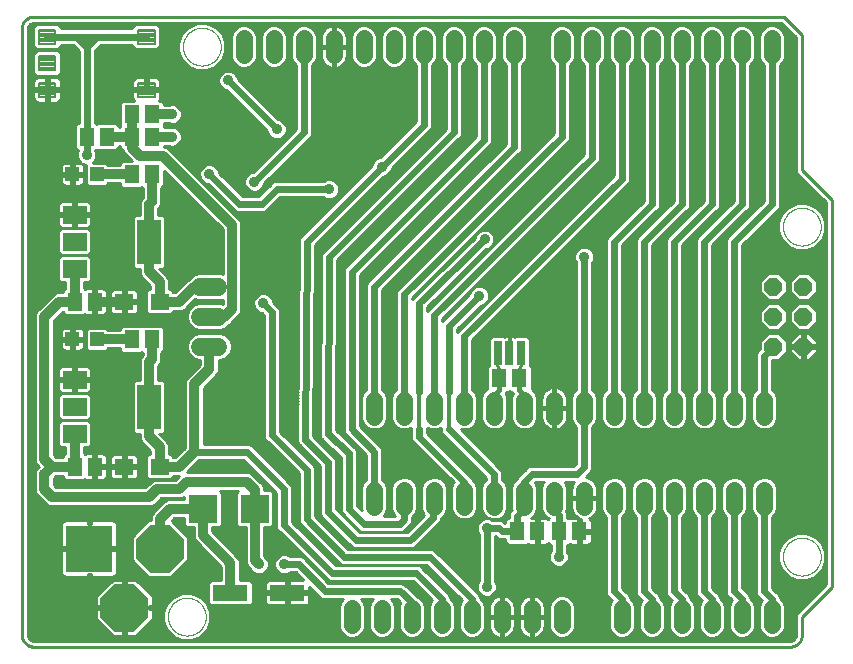
<source format=gtl>
G75*
%MOIN*%
%OFA0B0*%
%FSLAX25Y25*%
%IPPOS*%
%LPD*%
%AMOC8*
5,1,8,0,0,1.08239X$1,22.5*
%
%ADD10C,0.01000*%
%ADD11C,0.00000*%
%ADD12C,0.05600*%
%ADD13OC8,0.06102*%
%ADD14R,0.11811X0.05512*%
%ADD15R,0.04724X0.04724*%
%ADD16R,0.09449X0.09449*%
%ADD17OC8,0.15748*%
%ADD18R,0.15748X0.15748*%
%ADD19C,0.07677*%
%ADD20R,0.05118X0.05906*%
%ADD21C,0.00827*%
%ADD22R,0.02756X0.07874*%
%ADD23R,0.07874X0.05906*%
%ADD24R,0.07874X0.14961*%
%ADD25R,0.06299X0.05512*%
%ADD26C,0.06000*%
%ADD27C,0.03200*%
%ADD28C,0.02400*%
%ADD29C,0.03562*%
%ADD30C,0.01200*%
%ADD31C,0.01600*%
D10*
X0081798Y0009437D02*
X0081798Y0211563D01*
X0083798Y0211563D02*
X0083835Y0211941D01*
X0084124Y0212639D01*
X0084659Y0213174D01*
X0085357Y0213463D01*
X0085735Y0213500D01*
X0334970Y0213500D01*
X0339798Y0208672D01*
X0339798Y0163672D01*
X0340970Y0162500D01*
X0349798Y0153672D01*
X0349798Y0026328D01*
X0340970Y0017500D01*
X0339798Y0016328D01*
X0339798Y0009437D01*
X0339761Y0009059D01*
X0339472Y0008361D01*
X0338937Y0007826D01*
X0338239Y0007537D01*
X0337861Y0007500D01*
X0085735Y0007500D01*
X0085357Y0007537D01*
X0084659Y0007826D01*
X0084124Y0008361D01*
X0083835Y0009059D01*
X0083798Y0009437D01*
X0083798Y0211563D01*
X0083798Y0211193D02*
X0085613Y0211193D01*
X0081798Y0211563D02*
X0081800Y0211687D01*
X0081806Y0211810D01*
X0081815Y0211934D01*
X0081829Y0212056D01*
X0081846Y0212179D01*
X0081868Y0212301D01*
X0081893Y0212422D01*
X0081922Y0212542D01*
X0081954Y0212661D01*
X0081991Y0212780D01*
X0082031Y0212897D01*
X0082074Y0213012D01*
X0082122Y0213127D01*
X0082173Y0213239D01*
X0082227Y0213350D01*
X0082285Y0213460D01*
X0082346Y0213567D01*
X0082411Y0213673D01*
X0082479Y0213776D01*
X0082550Y0213877D01*
X0082624Y0213976D01*
X0082701Y0214073D01*
X0082782Y0214167D01*
X0082865Y0214258D01*
X0082951Y0214347D01*
X0083040Y0214433D01*
X0083131Y0214516D01*
X0083225Y0214597D01*
X0083322Y0214674D01*
X0083421Y0214748D01*
X0083522Y0214819D01*
X0083625Y0214887D01*
X0083731Y0214952D01*
X0083838Y0215013D01*
X0083948Y0215071D01*
X0084059Y0215125D01*
X0084171Y0215176D01*
X0084286Y0215224D01*
X0084401Y0215267D01*
X0084518Y0215307D01*
X0084637Y0215344D01*
X0084756Y0215376D01*
X0084876Y0215405D01*
X0084997Y0215430D01*
X0085119Y0215452D01*
X0085242Y0215469D01*
X0085364Y0215483D01*
X0085488Y0215492D01*
X0085611Y0215498D01*
X0085735Y0215500D01*
X0335798Y0215500D01*
X0341798Y0209500D01*
X0341798Y0164500D01*
X0351798Y0154500D01*
X0351798Y0025500D01*
X0341798Y0015500D01*
X0341798Y0009437D01*
X0339798Y0009494D02*
X0334673Y0009494D01*
X0334234Y0009055D02*
X0335443Y0010264D01*
X0336098Y0011845D01*
X0336098Y0019155D01*
X0335443Y0020736D01*
X0334498Y0021681D01*
X0334498Y0022037D01*
X0334087Y0023029D01*
X0333327Y0023789D01*
X0331998Y0025118D01*
X0331998Y0048819D01*
X0332943Y0049764D01*
X0333598Y0051345D01*
X0333598Y0058655D01*
X0332943Y0060236D01*
X0331734Y0061445D01*
X0330153Y0062100D01*
X0328443Y0062100D01*
X0326862Y0061445D01*
X0325653Y0060236D01*
X0324998Y0058655D01*
X0324998Y0051345D01*
X0325653Y0049764D01*
X0326598Y0048819D01*
X0326598Y0023463D01*
X0327009Y0022471D01*
X0328448Y0021031D01*
X0328153Y0020736D01*
X0327498Y0019155D01*
X0327498Y0011845D01*
X0328153Y0010264D01*
X0329362Y0009055D01*
X0330943Y0008400D01*
X0332653Y0008400D01*
X0334234Y0009055D01*
X0332884Y0008496D02*
X0339527Y0008496D01*
X0341798Y0009437D02*
X0341796Y0009313D01*
X0341790Y0009190D01*
X0341781Y0009066D01*
X0341767Y0008944D01*
X0341750Y0008821D01*
X0341728Y0008699D01*
X0341703Y0008578D01*
X0341674Y0008458D01*
X0341642Y0008339D01*
X0341605Y0008220D01*
X0341565Y0008103D01*
X0341522Y0007988D01*
X0341474Y0007873D01*
X0341423Y0007761D01*
X0341369Y0007650D01*
X0341311Y0007540D01*
X0341250Y0007433D01*
X0341185Y0007327D01*
X0341117Y0007224D01*
X0341046Y0007123D01*
X0340972Y0007024D01*
X0340895Y0006927D01*
X0340814Y0006833D01*
X0340731Y0006742D01*
X0340645Y0006653D01*
X0340556Y0006567D01*
X0340465Y0006484D01*
X0340371Y0006403D01*
X0340274Y0006326D01*
X0340175Y0006252D01*
X0340074Y0006181D01*
X0339971Y0006113D01*
X0339865Y0006048D01*
X0339758Y0005987D01*
X0339648Y0005929D01*
X0339537Y0005875D01*
X0339425Y0005824D01*
X0339310Y0005776D01*
X0339195Y0005733D01*
X0339078Y0005693D01*
X0338959Y0005656D01*
X0338840Y0005624D01*
X0338720Y0005595D01*
X0338599Y0005570D01*
X0338477Y0005548D01*
X0338354Y0005531D01*
X0338232Y0005517D01*
X0338108Y0005508D01*
X0337985Y0005502D01*
X0337861Y0005500D01*
X0085735Y0005500D01*
X0084069Y0008496D02*
X0133328Y0008496D01*
X0132380Y0008888D02*
X0130186Y0011082D01*
X0128999Y0013949D01*
X0128999Y0017051D01*
X0130186Y0019918D01*
X0132380Y0022112D01*
X0135247Y0023299D01*
X0138349Y0023299D01*
X0141216Y0022112D01*
X0143410Y0019918D01*
X0144597Y0017051D01*
X0144597Y0013949D01*
X0143410Y0011082D01*
X0141216Y0008888D01*
X0138349Y0007701D01*
X0135247Y0007701D01*
X0132380Y0008888D01*
X0131774Y0009494D02*
X0120249Y0009494D01*
X0119881Y0009126D02*
X0125372Y0014617D01*
X0125372Y0018000D01*
X0124337Y0018000D01*
X0124337Y0019000D01*
X0125372Y0019000D01*
X0125372Y0022383D01*
X0119881Y0027874D01*
X0116498Y0027874D01*
X0116498Y0023243D01*
X0115998Y0023036D01*
X0115498Y0023243D01*
X0115498Y0027874D01*
X0112115Y0027874D01*
X0106624Y0022383D01*
X0106624Y0019000D01*
X0107659Y0019000D01*
X0107659Y0018000D01*
X0106624Y0018000D01*
X0106624Y0014617D01*
X0112115Y0009126D01*
X0115498Y0009126D01*
X0115498Y0013757D01*
X0115998Y0013964D01*
X0116498Y0013757D01*
X0116498Y0009126D01*
X0119881Y0009126D01*
X0121247Y0010493D02*
X0130776Y0010493D01*
X0130017Y0011491D02*
X0122246Y0011491D01*
X0123244Y0012490D02*
X0129603Y0012490D01*
X0129190Y0013488D02*
X0124243Y0013488D01*
X0125241Y0014487D02*
X0128999Y0014487D01*
X0128999Y0015485D02*
X0125372Y0015485D01*
X0125372Y0016484D02*
X0128999Y0016484D01*
X0129177Y0017482D02*
X0125372Y0017482D01*
X0124337Y0018481D02*
X0129591Y0018481D01*
X0130004Y0019479D02*
X0125372Y0019479D01*
X0125372Y0020478D02*
X0130746Y0020478D01*
X0131744Y0021476D02*
X0125372Y0021476D01*
X0125280Y0022475D02*
X0133256Y0022475D01*
X0131681Y0028826D02*
X0123915Y0028826D01*
X0118424Y0034317D01*
X0118424Y0042083D01*
X0123915Y0047574D01*
X0124698Y0047574D01*
X0124698Y0048617D01*
X0125170Y0049756D01*
X0128670Y0053256D01*
X0129542Y0054128D01*
X0130681Y0054600D01*
X0135912Y0054600D01*
X0135912Y0055313D01*
X0134915Y0054900D01*
X0128082Y0054900D01*
X0126054Y0052872D01*
X0124915Y0052400D01*
X0091181Y0052400D01*
X0090042Y0052872D01*
X0089170Y0053744D01*
X0086670Y0056244D01*
X0086198Y0057383D01*
X0086198Y0063617D01*
X0086670Y0064756D01*
X0087414Y0065500D01*
X0086670Y0066244D01*
X0086198Y0067383D01*
X0086198Y0116117D01*
X0086670Y0117256D01*
X0087542Y0118128D01*
X0092542Y0123128D01*
X0093681Y0123600D01*
X0095392Y0123600D01*
X0095392Y0124074D01*
X0096271Y0124953D01*
X0096352Y0124953D01*
X0096352Y0126992D01*
X0094838Y0126992D01*
X0093959Y0127871D01*
X0093959Y0135019D01*
X0094838Y0135898D01*
X0103955Y0135898D01*
X0104833Y0135019D01*
X0104833Y0127871D01*
X0103955Y0126992D01*
X0102552Y0126992D01*
X0102552Y0124953D01*
X0102632Y0124953D01*
X0102834Y0124751D01*
X0103006Y0124851D01*
X0103388Y0124953D01*
X0105644Y0124953D01*
X0105644Y0121000D01*
X0106644Y0121000D01*
X0106644Y0124953D01*
X0108901Y0124953D01*
X0109282Y0124851D01*
X0109625Y0124653D01*
X0109904Y0124374D01*
X0110101Y0124032D01*
X0110203Y0123650D01*
X0110203Y0121000D01*
X0106644Y0121000D01*
X0106644Y0120000D01*
X0106644Y0116047D01*
X0108901Y0116047D01*
X0109282Y0116149D01*
X0109625Y0116347D01*
X0109904Y0116626D01*
X0110101Y0116968D01*
X0110203Y0117350D01*
X0110203Y0120000D01*
X0106644Y0120000D01*
X0105644Y0120000D01*
X0105644Y0116047D01*
X0103388Y0116047D01*
X0103006Y0116149D01*
X0102834Y0116249D01*
X0102632Y0116047D01*
X0096271Y0116047D01*
X0095392Y0116926D01*
X0095392Y0117210D01*
X0092398Y0114216D01*
X0092398Y0069284D01*
X0093082Y0068600D01*
X0095392Y0068600D01*
X0095392Y0069074D01*
X0096271Y0069953D01*
X0096352Y0069953D01*
X0096352Y0071992D01*
X0094838Y0071992D01*
X0093959Y0072871D01*
X0093959Y0080019D01*
X0094838Y0080898D01*
X0103955Y0080898D01*
X0104833Y0080019D01*
X0104833Y0072871D01*
X0103955Y0071992D01*
X0102552Y0071992D01*
X0102552Y0069953D01*
X0102632Y0069953D01*
X0102834Y0069751D01*
X0103006Y0069851D01*
X0103388Y0069953D01*
X0105644Y0069953D01*
X0105644Y0066000D01*
X0106644Y0066000D01*
X0106644Y0069953D01*
X0108901Y0069953D01*
X0109282Y0069851D01*
X0109625Y0069653D01*
X0109904Y0069374D01*
X0110101Y0069032D01*
X0110203Y0068650D01*
X0110203Y0066000D01*
X0106644Y0066000D01*
X0106644Y0065000D01*
X0106644Y0061047D01*
X0108901Y0061047D01*
X0109282Y0061149D01*
X0109625Y0061347D01*
X0109904Y0061626D01*
X0110101Y0061968D01*
X0110203Y0062350D01*
X0110203Y0065000D01*
X0106644Y0065000D01*
X0105644Y0065000D01*
X0105644Y0061047D01*
X0103388Y0061047D01*
X0103006Y0061149D01*
X0102834Y0061249D01*
X0102632Y0061047D01*
X0096271Y0061047D01*
X0095392Y0061926D01*
X0095392Y0062400D01*
X0093082Y0062400D01*
X0092398Y0061716D01*
X0092398Y0059284D01*
X0093082Y0058600D01*
X0123014Y0058600D01*
X0124170Y0059756D01*
X0125042Y0060628D01*
X0126181Y0061100D01*
X0133014Y0061100D01*
X0134170Y0062256D01*
X0134170Y0062256D01*
X0134314Y0062400D01*
X0132353Y0062400D01*
X0132353Y0062123D01*
X0131474Y0061244D01*
X0123933Y0061244D01*
X0123054Y0062123D01*
X0123054Y0068877D01*
X0123933Y0069756D01*
X0124604Y0069756D01*
X0124604Y0070810D01*
X0121572Y0073842D01*
X0121100Y0074982D01*
X0121100Y0076520D01*
X0119641Y0076520D01*
X0118763Y0077398D01*
X0118763Y0093602D01*
X0119641Y0094480D01*
X0121100Y0094480D01*
X0121100Y0101018D01*
X0121572Y0102158D01*
X0122044Y0102631D01*
X0122044Y0103547D01*
X0121964Y0103547D01*
X0121798Y0103713D01*
X0121632Y0103547D01*
X0115271Y0103547D01*
X0114392Y0104426D01*
X0114392Y0104900D01*
X0110678Y0104900D01*
X0109915Y0104138D01*
X0103948Y0104138D01*
X0103070Y0105016D01*
X0103070Y0110984D01*
X0103948Y0111862D01*
X0109915Y0111862D01*
X0110678Y0111100D01*
X0114392Y0111100D01*
X0114392Y0111574D01*
X0115271Y0112453D01*
X0121632Y0112453D01*
X0121798Y0112287D01*
X0121964Y0112453D01*
X0128325Y0112453D01*
X0129203Y0111574D01*
X0129203Y0104426D01*
X0128325Y0103547D01*
X0128244Y0103547D01*
X0128244Y0100730D01*
X0127772Y0099590D01*
X0127300Y0099118D01*
X0127300Y0094480D01*
X0128758Y0094480D01*
X0129637Y0093602D01*
X0129637Y0077398D01*
X0128758Y0076520D01*
X0127662Y0076520D01*
X0129460Y0074723D01*
X0130332Y0073850D01*
X0130803Y0072711D01*
X0130803Y0069756D01*
X0131474Y0069756D01*
X0132353Y0068877D01*
X0132353Y0068600D01*
X0133014Y0068600D01*
X0136198Y0071784D01*
X0136198Y0093617D01*
X0136670Y0094756D01*
X0137542Y0095628D01*
X0141198Y0099284D01*
X0141198Y0101000D01*
X0140403Y0101000D01*
X0138749Y0101685D01*
X0137483Y0102951D01*
X0136798Y0104605D01*
X0136798Y0106395D01*
X0137483Y0108049D01*
X0138749Y0109315D01*
X0140403Y0110000D01*
X0148193Y0110000D01*
X0149847Y0109315D01*
X0151113Y0108049D01*
X0151798Y0106395D01*
X0151798Y0104605D01*
X0151113Y0102951D01*
X0149847Y0101685D01*
X0148193Y0101000D01*
X0147398Y0101000D01*
X0147398Y0097383D01*
X0146926Y0096244D01*
X0142398Y0091716D01*
X0142398Y0073200D01*
X0157335Y0073200D01*
X0158327Y0072789D01*
X0159087Y0072029D01*
X0171587Y0059529D01*
X0171998Y0058537D01*
X0171998Y0047118D01*
X0186416Y0032700D01*
X0213835Y0032700D01*
X0214827Y0032289D01*
X0215587Y0031529D01*
X0215587Y0031529D01*
X0224087Y0023029D01*
X0224498Y0022037D01*
X0224498Y0021681D01*
X0225443Y0020736D01*
X0226098Y0019155D01*
X0226098Y0011845D01*
X0225443Y0010264D01*
X0224234Y0009055D01*
X0222653Y0008400D01*
X0220943Y0008400D01*
X0219362Y0009055D01*
X0218153Y0010264D01*
X0217498Y0011845D01*
X0217498Y0019155D01*
X0218153Y0020736D01*
X0218448Y0021031D01*
X0212180Y0027300D01*
X0184761Y0027300D01*
X0183769Y0027711D01*
X0167769Y0043711D01*
X0167009Y0044471D01*
X0166598Y0045463D01*
X0166598Y0056882D01*
X0155680Y0067800D01*
X0140982Y0067800D01*
X0136782Y0063600D01*
X0157415Y0063600D01*
X0158554Y0063128D01*
X0161215Y0060467D01*
X0161215Y0060467D01*
X0162087Y0059595D01*
X0162559Y0058455D01*
X0162559Y0057724D01*
X0164805Y0057724D01*
X0165684Y0056846D01*
X0165684Y0046154D01*
X0164805Y0045276D01*
X0162598Y0045276D01*
X0162598Y0035806D01*
X0162657Y0035782D01*
X0163580Y0034859D01*
X0164079Y0033653D01*
X0164079Y0032347D01*
X0163580Y0031141D01*
X0162657Y0030218D01*
X0161451Y0029719D01*
X0160145Y0029719D01*
X0158939Y0030218D01*
X0158016Y0031141D01*
X0157835Y0031579D01*
X0156870Y0032544D01*
X0156398Y0033683D01*
X0156398Y0045276D01*
X0154114Y0045276D01*
X0153235Y0046154D01*
X0153235Y0056846D01*
X0153789Y0057400D01*
X0147807Y0057400D01*
X0148361Y0056846D01*
X0148361Y0046154D01*
X0147482Y0045276D01*
X0145237Y0045276D01*
X0145237Y0043945D01*
X0153977Y0035205D01*
X0154449Y0034065D01*
X0154449Y0027756D01*
X0157876Y0027756D01*
X0158755Y0026877D01*
X0158755Y0020123D01*
X0157876Y0019244D01*
X0144822Y0019244D01*
X0143944Y0020123D01*
X0143944Y0026877D01*
X0144822Y0027756D01*
X0148249Y0027756D01*
X0148249Y0032165D01*
X0140381Y0040033D01*
X0139509Y0040905D01*
X0139037Y0042045D01*
X0139037Y0045276D01*
X0136791Y0045276D01*
X0135912Y0046154D01*
X0135912Y0048400D01*
X0132582Y0048400D01*
X0131718Y0047536D01*
X0137172Y0042083D01*
X0137172Y0034317D01*
X0131681Y0028826D01*
X0132319Y0029464D02*
X0148249Y0029464D01*
X0148249Y0028466D02*
X0083798Y0028466D01*
X0083798Y0029464D02*
X0095089Y0029464D01*
X0095124Y0029405D02*
X0095403Y0029126D01*
X0095745Y0028928D01*
X0096126Y0028826D01*
X0103698Y0028826D01*
X0103698Y0029861D01*
X0104698Y0029861D01*
X0104698Y0028826D01*
X0112269Y0028826D01*
X0112651Y0028928D01*
X0112993Y0029126D01*
X0113272Y0029405D01*
X0113470Y0029747D01*
X0113572Y0030128D01*
X0113572Y0037700D01*
X0108941Y0037700D01*
X0108734Y0038200D01*
X0108941Y0038700D01*
X0113572Y0038700D01*
X0113572Y0046271D01*
X0113470Y0046653D01*
X0113272Y0046995D01*
X0112993Y0047274D01*
X0112651Y0047472D01*
X0112269Y0047574D01*
X0104698Y0047574D01*
X0104698Y0046539D01*
X0103698Y0046539D01*
X0103698Y0047574D01*
X0096126Y0047574D01*
X0095745Y0047472D01*
X0095403Y0047274D01*
X0095124Y0046995D01*
X0094926Y0046653D01*
X0094824Y0046271D01*
X0094824Y0038700D01*
X0099455Y0038700D01*
X0099662Y0038200D01*
X0099455Y0037700D01*
X0094824Y0037700D01*
X0094824Y0030128D01*
X0094926Y0029747D01*
X0095124Y0029405D01*
X0094824Y0030463D02*
X0083798Y0030463D01*
X0083798Y0031461D02*
X0094824Y0031461D01*
X0094824Y0032460D02*
X0083798Y0032460D01*
X0083798Y0033458D02*
X0094824Y0033458D01*
X0094824Y0034457D02*
X0083798Y0034457D01*
X0083798Y0035455D02*
X0094824Y0035455D01*
X0094824Y0036454D02*
X0083798Y0036454D01*
X0083798Y0037452D02*
X0094824Y0037452D01*
X0094824Y0039449D02*
X0083798Y0039449D01*
X0083798Y0038451D02*
X0099558Y0038451D01*
X0094824Y0040448D02*
X0083798Y0040448D01*
X0083798Y0041446D02*
X0094824Y0041446D01*
X0094824Y0042445D02*
X0083798Y0042445D01*
X0083798Y0043443D02*
X0094824Y0043443D01*
X0094824Y0044442D02*
X0083798Y0044442D01*
X0083798Y0045440D02*
X0094824Y0045440D01*
X0094869Y0046439D02*
X0083798Y0046439D01*
X0083798Y0047437D02*
X0095686Y0047437D01*
X0091109Y0052430D02*
X0083798Y0052430D01*
X0083798Y0051432D02*
X0126845Y0051432D01*
X0127844Y0052430D02*
X0124987Y0052430D01*
X0126611Y0053429D02*
X0128842Y0053429D01*
X0127609Y0054427D02*
X0130264Y0054427D01*
X0125847Y0050433D02*
X0083798Y0050433D01*
X0083798Y0049434D02*
X0125037Y0049434D01*
X0124698Y0048436D02*
X0083798Y0048436D01*
X0083798Y0053429D02*
X0089485Y0053429D01*
X0088487Y0054427D02*
X0083798Y0054427D01*
X0083798Y0055426D02*
X0087488Y0055426D01*
X0086595Y0056424D02*
X0083798Y0056424D01*
X0083798Y0057423D02*
X0086198Y0057423D01*
X0086198Y0058421D02*
X0083798Y0058421D01*
X0083798Y0059420D02*
X0086198Y0059420D01*
X0086198Y0060418D02*
X0083798Y0060418D01*
X0083798Y0061417D02*
X0086198Y0061417D01*
X0086198Y0062415D02*
X0083798Y0062415D01*
X0083798Y0063414D02*
X0086198Y0063414D01*
X0086528Y0064412D02*
X0083798Y0064412D01*
X0083798Y0065411D02*
X0087325Y0065411D01*
X0086602Y0066409D02*
X0083798Y0066409D01*
X0083798Y0067408D02*
X0086198Y0067408D01*
X0086198Y0068406D02*
X0083798Y0068406D01*
X0083798Y0069405D02*
X0086198Y0069405D01*
X0086198Y0070403D02*
X0083798Y0070403D01*
X0083798Y0071402D02*
X0086198Y0071402D01*
X0086198Y0072400D02*
X0083798Y0072400D01*
X0083798Y0073399D02*
X0086198Y0073399D01*
X0086198Y0074397D02*
X0083798Y0074397D01*
X0083798Y0075396D02*
X0086198Y0075396D01*
X0086198Y0076394D02*
X0083798Y0076394D01*
X0083798Y0077393D02*
X0086198Y0077393D01*
X0086198Y0078391D02*
X0083798Y0078391D01*
X0083798Y0079390D02*
X0086198Y0079390D01*
X0086198Y0080388D02*
X0083798Y0080388D01*
X0083798Y0081387D02*
X0086198Y0081387D01*
X0086198Y0082385D02*
X0083798Y0082385D01*
X0083798Y0083384D02*
X0086198Y0083384D01*
X0086198Y0084382D02*
X0083798Y0084382D01*
X0083798Y0085381D02*
X0086198Y0085381D01*
X0086198Y0086379D02*
X0083798Y0086379D01*
X0083798Y0087378D02*
X0086198Y0087378D01*
X0086198Y0088376D02*
X0083798Y0088376D01*
X0083798Y0089375D02*
X0086198Y0089375D01*
X0086198Y0090373D02*
X0083798Y0090373D01*
X0083798Y0091372D02*
X0086198Y0091372D01*
X0086198Y0092370D02*
X0083798Y0092370D01*
X0083798Y0093369D02*
X0086198Y0093369D01*
X0086198Y0094368D02*
X0083798Y0094368D01*
X0083798Y0095366D02*
X0086198Y0095366D01*
X0086198Y0096365D02*
X0083798Y0096365D01*
X0083798Y0097363D02*
X0086198Y0097363D01*
X0086198Y0098362D02*
X0083798Y0098362D01*
X0083798Y0099360D02*
X0086198Y0099360D01*
X0086198Y0100359D02*
X0083798Y0100359D01*
X0083798Y0101357D02*
X0086198Y0101357D01*
X0086198Y0102356D02*
X0083798Y0102356D01*
X0083798Y0103354D02*
X0086198Y0103354D01*
X0086198Y0104353D02*
X0083798Y0104353D01*
X0083798Y0105351D02*
X0086198Y0105351D01*
X0086198Y0106350D02*
X0083798Y0106350D01*
X0083798Y0107348D02*
X0086198Y0107348D01*
X0086198Y0108347D02*
X0083798Y0108347D01*
X0083798Y0109345D02*
X0086198Y0109345D01*
X0086198Y0110344D02*
X0083798Y0110344D01*
X0083798Y0111342D02*
X0086198Y0111342D01*
X0086198Y0112341D02*
X0083798Y0112341D01*
X0083798Y0113339D02*
X0086198Y0113339D01*
X0086198Y0114338D02*
X0083798Y0114338D01*
X0083798Y0115336D02*
X0086198Y0115336D01*
X0086288Y0116335D02*
X0083798Y0116335D01*
X0083798Y0117333D02*
X0086747Y0117333D01*
X0087746Y0118332D02*
X0083798Y0118332D01*
X0083798Y0119330D02*
X0088744Y0119330D01*
X0089743Y0120329D02*
X0083798Y0120329D01*
X0083798Y0121327D02*
X0090741Y0121327D01*
X0091740Y0122326D02*
X0083798Y0122326D01*
X0083798Y0123324D02*
X0093016Y0123324D01*
X0095641Y0124323D02*
X0083798Y0124323D01*
X0083798Y0125321D02*
X0096352Y0125321D01*
X0096352Y0126320D02*
X0083798Y0126320D01*
X0083798Y0127318D02*
X0094512Y0127318D01*
X0093959Y0128317D02*
X0083798Y0128317D01*
X0083798Y0129315D02*
X0093959Y0129315D01*
X0093959Y0130314D02*
X0083798Y0130314D01*
X0083798Y0131312D02*
X0093959Y0131312D01*
X0093959Y0132311D02*
X0083798Y0132311D01*
X0083798Y0133309D02*
X0093959Y0133309D01*
X0093959Y0134308D02*
X0083798Y0134308D01*
X0083798Y0135306D02*
X0094247Y0135306D01*
X0094838Y0136047D02*
X0093959Y0136926D01*
X0093959Y0144074D01*
X0094838Y0144953D01*
X0103955Y0144953D01*
X0104833Y0144074D01*
X0104833Y0136926D01*
X0103955Y0136047D01*
X0094838Y0136047D01*
X0094580Y0136305D02*
X0083798Y0136305D01*
X0083798Y0137303D02*
X0093959Y0137303D01*
X0093959Y0138302D02*
X0083798Y0138302D01*
X0083798Y0139301D02*
X0093959Y0139301D01*
X0093959Y0140299D02*
X0083798Y0140299D01*
X0083798Y0141298D02*
X0093959Y0141298D01*
X0093959Y0142296D02*
X0083798Y0142296D01*
X0083798Y0143295D02*
X0093959Y0143295D01*
X0094178Y0144293D02*
X0083798Y0144293D01*
X0083798Y0145292D02*
X0094730Y0145292D01*
X0094880Y0145205D02*
X0095262Y0145102D01*
X0098896Y0145102D01*
X0098896Y0149055D01*
X0093959Y0149055D01*
X0093959Y0146405D01*
X0094062Y0146023D01*
X0094259Y0145681D01*
X0094538Y0145402D01*
X0094880Y0145205D01*
X0093990Y0146290D02*
X0083798Y0146290D01*
X0083798Y0147289D02*
X0093959Y0147289D01*
X0093959Y0148287D02*
X0083798Y0148287D01*
X0083798Y0149286D02*
X0098896Y0149286D01*
X0098896Y0149055D02*
X0098896Y0150055D01*
X0093959Y0150055D01*
X0093959Y0152705D01*
X0094062Y0153087D01*
X0094259Y0153429D01*
X0094538Y0153708D01*
X0094880Y0153906D01*
X0095262Y0154008D01*
X0098896Y0154008D01*
X0098896Y0150055D01*
X0099896Y0150055D01*
X0099896Y0154008D01*
X0103531Y0154008D01*
X0103912Y0153906D01*
X0104254Y0153708D01*
X0104534Y0153429D01*
X0104731Y0153087D01*
X0104833Y0152705D01*
X0104833Y0150055D01*
X0099896Y0150055D01*
X0099896Y0149055D01*
X0099896Y0145102D01*
X0103531Y0145102D01*
X0103912Y0145205D01*
X0104254Y0145402D01*
X0104534Y0145681D01*
X0104731Y0146023D01*
X0104833Y0146405D01*
X0104833Y0149055D01*
X0099896Y0149055D01*
X0098896Y0149055D01*
X0098896Y0148287D02*
X0099896Y0148287D01*
X0099896Y0147289D02*
X0098896Y0147289D01*
X0098896Y0146290D02*
X0099896Y0146290D01*
X0099896Y0145292D02*
X0098896Y0145292D01*
X0099896Y0149286D02*
X0119447Y0149286D01*
X0119641Y0149480D02*
X0118763Y0148602D01*
X0118763Y0132398D01*
X0119641Y0131520D01*
X0121100Y0131520D01*
X0121100Y0129982D01*
X0121572Y0128842D01*
X0124604Y0125810D01*
X0124604Y0124756D01*
X0123933Y0124756D01*
X0123054Y0123877D01*
X0123054Y0117123D01*
X0123933Y0116244D01*
X0131474Y0116244D01*
X0132353Y0117123D01*
X0132353Y0117400D01*
X0134915Y0117400D01*
X0136054Y0117872D01*
X0136926Y0118744D01*
X0139540Y0121358D01*
X0140403Y0121000D01*
X0148193Y0121000D01*
X0148698Y0121209D01*
X0148698Y0119791D01*
X0148193Y0120000D01*
X0140403Y0120000D01*
X0138749Y0119315D01*
X0137483Y0118049D01*
X0136798Y0116395D01*
X0136798Y0114605D01*
X0137483Y0112951D01*
X0138749Y0111685D01*
X0140403Y0111000D01*
X0148193Y0111000D01*
X0149847Y0111685D01*
X0151020Y0112858D01*
X0151054Y0112872D01*
X0151926Y0113744D01*
X0154426Y0116244D01*
X0154898Y0117383D01*
X0154898Y0146617D01*
X0154426Y0147756D01*
X0153554Y0148628D01*
X0130554Y0171628D01*
X0129415Y0172100D01*
X0129203Y0172100D01*
X0129203Y0172400D01*
X0130708Y0172400D01*
X0131145Y0172219D01*
X0132451Y0172219D01*
X0133657Y0172718D01*
X0134580Y0173641D01*
X0135079Y0174847D01*
X0135079Y0176153D01*
X0134580Y0177359D01*
X0133657Y0178282D01*
X0132451Y0178781D01*
X0131145Y0178781D01*
X0130708Y0178600D01*
X0129203Y0178600D01*
X0129203Y0179074D01*
X0129028Y0179250D01*
X0129203Y0179426D01*
X0129203Y0179900D01*
X0130708Y0179900D01*
X0131145Y0179719D01*
X0132451Y0179719D01*
X0133657Y0180218D01*
X0134580Y0181141D01*
X0135079Y0182347D01*
X0135079Y0183653D01*
X0134580Y0184859D01*
X0133657Y0185782D01*
X0132451Y0186281D01*
X0131145Y0186281D01*
X0130708Y0186100D01*
X0129203Y0186100D01*
X0129203Y0186574D01*
X0128325Y0187453D01*
X0127429Y0187453D01*
X0127601Y0187624D01*
X0127853Y0188061D01*
X0127983Y0188547D01*
X0127983Y0190642D01*
X0123833Y0190642D01*
X0123833Y0191642D01*
X0122833Y0191642D01*
X0122833Y0190642D01*
X0118684Y0190642D01*
X0118684Y0188547D01*
X0118814Y0188061D01*
X0119066Y0187624D01*
X0119238Y0187453D01*
X0115271Y0187453D01*
X0114392Y0186574D01*
X0114392Y0179426D01*
X0114568Y0179250D01*
X0114392Y0179074D01*
X0114392Y0178600D01*
X0114203Y0178600D01*
X0114203Y0179074D01*
X0113325Y0179953D01*
X0106964Y0179953D01*
X0106798Y0179787D01*
X0106632Y0179953D01*
X0106152Y0179953D01*
X0106152Y0204235D01*
X0108075Y0206158D01*
X0118684Y0206158D01*
X0118684Y0205723D01*
X0119805Y0204602D01*
X0126862Y0204602D01*
X0127983Y0205723D01*
X0127983Y0211993D01*
X0126862Y0213114D01*
X0119805Y0213114D01*
X0118684Y0211993D01*
X0118684Y0211558D01*
X0094912Y0211558D01*
X0094912Y0211993D01*
X0093791Y0213114D01*
X0086734Y0213114D01*
X0085613Y0211993D01*
X0085613Y0205723D01*
X0086734Y0204602D01*
X0093791Y0204602D01*
X0094912Y0205723D01*
X0094912Y0206158D01*
X0098721Y0206158D01*
X0100752Y0204128D01*
X0100752Y0179953D01*
X0100271Y0179953D01*
X0099392Y0179074D01*
X0099392Y0171926D01*
X0100271Y0171047D01*
X0100487Y0171047D01*
X0100117Y0170153D01*
X0100117Y0168847D01*
X0100616Y0167641D01*
X0101459Y0166799D01*
X0101224Y0166862D01*
X0099164Y0166862D01*
X0099164Y0163500D01*
X0098164Y0163500D01*
X0098164Y0162500D01*
X0094802Y0162500D01*
X0094802Y0160440D01*
X0094904Y0160059D01*
X0095102Y0159717D01*
X0095381Y0159438D01*
X0095723Y0159240D01*
X0096104Y0159138D01*
X0098164Y0159138D01*
X0098164Y0162500D01*
X0099164Y0162500D01*
X0099164Y0159138D01*
X0101224Y0159138D01*
X0101605Y0159240D01*
X0101947Y0159438D01*
X0102227Y0159717D01*
X0102424Y0160059D01*
X0102526Y0160440D01*
X0102526Y0162500D01*
X0099164Y0162500D01*
X0099164Y0163500D01*
X0102526Y0163500D01*
X0102526Y0165560D01*
X0102424Y0165941D01*
X0102227Y0166283D01*
X0101970Y0166540D01*
X0102745Y0166219D01*
X0103305Y0166219D01*
X0103070Y0165984D01*
X0103070Y0160016D01*
X0103948Y0159138D01*
X0109915Y0159138D01*
X0110678Y0159900D01*
X0114392Y0159900D01*
X0114392Y0159426D01*
X0115271Y0158547D01*
X0121632Y0158547D01*
X0121798Y0158713D01*
X0121964Y0158547D01*
X0122044Y0158547D01*
X0122044Y0155131D01*
X0121572Y0154658D01*
X0121100Y0153518D01*
X0121100Y0149480D01*
X0119641Y0149480D01*
X0118763Y0148287D02*
X0104833Y0148287D01*
X0104833Y0147289D02*
X0118763Y0147289D01*
X0118763Y0146290D02*
X0104803Y0146290D01*
X0104063Y0145292D02*
X0118763Y0145292D01*
X0118763Y0144293D02*
X0104614Y0144293D01*
X0104833Y0143295D02*
X0118763Y0143295D01*
X0118763Y0142296D02*
X0104833Y0142296D01*
X0104833Y0141298D02*
X0118763Y0141298D01*
X0118763Y0140299D02*
X0104833Y0140299D01*
X0104833Y0139301D02*
X0118763Y0139301D01*
X0118763Y0138302D02*
X0104833Y0138302D01*
X0104833Y0137303D02*
X0118763Y0137303D01*
X0118763Y0136305D02*
X0104212Y0136305D01*
X0104546Y0135306D02*
X0118763Y0135306D01*
X0118763Y0134308D02*
X0104833Y0134308D01*
X0104833Y0133309D02*
X0118763Y0133309D01*
X0118850Y0132311D02*
X0104833Y0132311D01*
X0104833Y0131312D02*
X0121100Y0131312D01*
X0121100Y0130314D02*
X0104833Y0130314D01*
X0104833Y0129315D02*
X0121376Y0129315D01*
X0122097Y0128317D02*
X0104833Y0128317D01*
X0104281Y0127318D02*
X0123096Y0127318D01*
X0124094Y0126320D02*
X0102552Y0126320D01*
X0102552Y0125321D02*
X0124604Y0125321D01*
X0123500Y0124323D02*
X0120096Y0124323D01*
X0119963Y0124456D02*
X0119621Y0124654D01*
X0119240Y0124756D01*
X0116392Y0124756D01*
X0116392Y0121000D01*
X0115392Y0121000D01*
X0115392Y0120000D01*
X0111243Y0120000D01*
X0111243Y0117547D01*
X0111345Y0117165D01*
X0111543Y0116823D01*
X0111822Y0116544D01*
X0112164Y0116346D01*
X0112545Y0116244D01*
X0115392Y0116244D01*
X0115392Y0120000D01*
X0116392Y0120000D01*
X0116392Y0116244D01*
X0119240Y0116244D01*
X0119621Y0116346D01*
X0119963Y0116544D01*
X0120242Y0116823D01*
X0120440Y0117165D01*
X0120542Y0117547D01*
X0120542Y0120000D01*
X0116393Y0120000D01*
X0116393Y0121000D01*
X0120542Y0121000D01*
X0120542Y0123453D01*
X0120440Y0123835D01*
X0120242Y0124177D01*
X0119963Y0124456D01*
X0120542Y0123324D02*
X0123054Y0123324D01*
X0123054Y0122326D02*
X0120542Y0122326D01*
X0120542Y0121327D02*
X0123054Y0121327D01*
X0123054Y0120329D02*
X0116393Y0120329D01*
X0116392Y0121327D02*
X0115392Y0121327D01*
X0115392Y0121000D02*
X0115392Y0124756D01*
X0112545Y0124756D01*
X0112164Y0124654D01*
X0111822Y0124456D01*
X0111543Y0124177D01*
X0111345Y0123835D01*
X0111243Y0123453D01*
X0111243Y0121000D01*
X0115392Y0121000D01*
X0115392Y0120329D02*
X0106644Y0120329D01*
X0106644Y0121327D02*
X0105644Y0121327D01*
X0105644Y0122326D02*
X0106644Y0122326D01*
X0106644Y0123324D02*
X0105644Y0123324D01*
X0105644Y0124323D02*
X0106644Y0124323D01*
X0109933Y0124323D02*
X0111689Y0124323D01*
X0111243Y0123324D02*
X0110203Y0123324D01*
X0110203Y0122326D02*
X0111243Y0122326D01*
X0111243Y0121327D02*
X0110203Y0121327D01*
X0110203Y0119330D02*
X0111243Y0119330D01*
X0111243Y0118332D02*
X0110203Y0118332D01*
X0110199Y0117333D02*
X0111300Y0117333D01*
X0112207Y0116335D02*
X0109603Y0116335D01*
X0106644Y0116335D02*
X0105644Y0116335D01*
X0105644Y0117333D02*
X0106644Y0117333D01*
X0106644Y0118332D02*
X0105644Y0118332D01*
X0105644Y0119330D02*
X0106644Y0119330D01*
X0115392Y0119330D02*
X0116392Y0119330D01*
X0116392Y0118332D02*
X0115392Y0118332D01*
X0115392Y0117333D02*
X0116392Y0117333D01*
X0116392Y0116335D02*
X0115392Y0116335D01*
X0119578Y0116335D02*
X0123842Y0116335D01*
X0123054Y0117333D02*
X0120485Y0117333D01*
X0120542Y0118332D02*
X0123054Y0118332D01*
X0123054Y0119330D02*
X0120542Y0119330D01*
X0116392Y0122326D02*
X0115392Y0122326D01*
X0115392Y0123324D02*
X0116392Y0123324D01*
X0116392Y0124323D02*
X0115392Y0124323D01*
X0127662Y0131520D02*
X0129460Y0129723D01*
X0130332Y0128850D01*
X0130803Y0127711D01*
X0130803Y0124756D01*
X0131474Y0124756D01*
X0132353Y0123877D01*
X0132353Y0123600D01*
X0133014Y0123600D01*
X0137542Y0128128D01*
X0137576Y0128142D01*
X0138749Y0129315D01*
X0140403Y0130000D01*
X0148193Y0130000D01*
X0148698Y0129791D01*
X0148698Y0144716D01*
X0129203Y0164210D01*
X0129203Y0159426D01*
X0128325Y0158547D01*
X0128244Y0158547D01*
X0128244Y0153230D01*
X0127772Y0152090D01*
X0127300Y0151618D01*
X0127300Y0149480D01*
X0128758Y0149480D01*
X0129637Y0148602D01*
X0129637Y0132398D01*
X0128758Y0131520D01*
X0127662Y0131520D01*
X0127870Y0131312D02*
X0148698Y0131312D01*
X0148698Y0130314D02*
X0128868Y0130314D01*
X0129867Y0129315D02*
X0138750Y0129315D01*
X0137751Y0128317D02*
X0130553Y0128317D01*
X0130803Y0127318D02*
X0136732Y0127318D01*
X0135734Y0126320D02*
X0130803Y0126320D01*
X0130803Y0125321D02*
X0134735Y0125321D01*
X0133737Y0124323D02*
X0131907Y0124323D01*
X0138511Y0120329D02*
X0148698Y0120329D01*
X0154898Y0120329D02*
X0159017Y0120329D01*
X0159017Y0120653D02*
X0159017Y0119347D01*
X0159516Y0118141D01*
X0160439Y0117218D01*
X0161645Y0116719D01*
X0161761Y0116719D01*
X0162598Y0115882D01*
X0162598Y0075463D01*
X0163009Y0074471D01*
X0163769Y0073711D01*
X0174098Y0063382D01*
X0174098Y0047463D01*
X0174509Y0046471D01*
X0175269Y0045711D01*
X0187009Y0033971D01*
X0187009Y0033971D01*
X0187769Y0033211D01*
X0188761Y0032800D01*
X0216680Y0032800D01*
X0228448Y0021031D01*
X0228153Y0020736D01*
X0227498Y0019155D01*
X0227498Y0011845D01*
X0228153Y0010264D01*
X0229362Y0009055D01*
X0230943Y0008400D01*
X0232653Y0008400D01*
X0234234Y0009055D01*
X0235443Y0010264D01*
X0236098Y0011845D01*
X0236098Y0019155D01*
X0235443Y0020736D01*
X0234498Y0021681D01*
X0234498Y0022037D01*
X0234087Y0023029D01*
X0219327Y0037789D01*
X0218335Y0038200D01*
X0190416Y0038200D01*
X0179498Y0049118D01*
X0179498Y0065037D01*
X0179087Y0066029D01*
X0167998Y0077118D01*
X0167998Y0117537D01*
X0167587Y0118529D01*
X0165579Y0120537D01*
X0165579Y0120653D01*
X0165080Y0121859D01*
X0164157Y0122782D01*
X0162951Y0123281D01*
X0161645Y0123281D01*
X0160439Y0122782D01*
X0159516Y0121859D01*
X0159017Y0120653D01*
X0159296Y0121327D02*
X0154898Y0121327D01*
X0154898Y0122326D02*
X0159984Y0122326D01*
X0164612Y0122326D02*
X0173960Y0122326D01*
X0173968Y0123324D02*
X0154898Y0123324D01*
X0154898Y0124323D02*
X0173975Y0124323D01*
X0173983Y0125321D02*
X0154898Y0125321D01*
X0154898Y0126320D02*
X0173991Y0126320D01*
X0173998Y0127318D02*
X0154898Y0127318D01*
X0154898Y0128317D02*
X0174006Y0128317D01*
X0174013Y0129315D02*
X0154898Y0129315D01*
X0154898Y0130314D02*
X0174021Y0130314D01*
X0174028Y0131312D02*
X0154898Y0131312D01*
X0154898Y0132311D02*
X0174036Y0132311D01*
X0174043Y0133309D02*
X0154898Y0133309D01*
X0154898Y0134308D02*
X0174051Y0134308D01*
X0174059Y0135306D02*
X0154898Y0135306D01*
X0154898Y0136305D02*
X0174066Y0136305D01*
X0174074Y0137303D02*
X0154898Y0137303D01*
X0154898Y0138302D02*
X0174081Y0138302D01*
X0174089Y0139301D02*
X0154898Y0139301D01*
X0154898Y0140299D02*
X0174096Y0140299D01*
X0174098Y0140510D02*
X0173602Y0075047D01*
X0173598Y0075037D01*
X0173598Y0074509D01*
X0173594Y0073983D01*
X0173598Y0073974D01*
X0173598Y0073963D01*
X0173800Y0073476D01*
X0173998Y0072988D01*
X0174005Y0072980D01*
X0174009Y0072971D01*
X0174382Y0072598D01*
X0174751Y0072223D01*
X0174761Y0072219D01*
X0181098Y0065882D01*
X0181098Y0049963D01*
X0181509Y0048971D01*
X0182269Y0048211D01*
X0191769Y0038711D01*
X0192761Y0038300D01*
X0211835Y0038300D01*
X0212827Y0038711D01*
X0213587Y0039471D01*
X0220634Y0046517D01*
X0220963Y0046800D01*
X0221011Y0046895D01*
X0221087Y0046971D01*
X0221253Y0047371D01*
X0221449Y0047757D01*
X0221457Y0047864D01*
X0221498Y0047963D01*
X0221498Y0048396D01*
X0221503Y0048459D01*
X0221734Y0048555D01*
X0222943Y0049764D01*
X0223598Y0051345D01*
X0223598Y0058655D01*
X0222943Y0060236D01*
X0221734Y0061445D01*
X0220153Y0062100D01*
X0218443Y0062100D01*
X0216862Y0061445D01*
X0215653Y0060236D01*
X0214998Y0058655D01*
X0214998Y0051345D01*
X0215653Y0049764D01*
X0215948Y0049469D01*
X0210180Y0043700D01*
X0194416Y0043700D01*
X0186498Y0051618D01*
X0186498Y0067537D01*
X0186087Y0068529D01*
X0179006Y0075610D01*
X0179490Y0139373D01*
X0202335Y0162219D01*
X0202451Y0162219D01*
X0203657Y0162718D01*
X0204580Y0163641D01*
X0205079Y0164847D01*
X0205079Y0164963D01*
X0217327Y0177211D01*
X0218087Y0177971D01*
X0218498Y0178963D01*
X0218498Y0199319D01*
X0219443Y0200264D01*
X0220098Y0201845D01*
X0220098Y0209155D01*
X0219443Y0210736D01*
X0218234Y0211945D01*
X0216653Y0212600D01*
X0214943Y0212600D01*
X0213362Y0211945D01*
X0212153Y0210736D01*
X0211498Y0209155D01*
X0211498Y0201845D01*
X0212153Y0200264D01*
X0213098Y0199319D01*
X0213098Y0180618D01*
X0201261Y0168781D01*
X0201145Y0168781D01*
X0199939Y0168282D01*
X0199016Y0167359D01*
X0198517Y0166153D01*
X0198517Y0166037D01*
X0174896Y0142416D01*
X0174521Y0142047D01*
X0174517Y0142037D01*
X0174509Y0142029D01*
X0174308Y0141543D01*
X0174102Y0141058D01*
X0174102Y0141047D01*
X0174098Y0141037D01*
X0174098Y0140510D01*
X0174204Y0141298D02*
X0154898Y0141298D01*
X0154898Y0142296D02*
X0174774Y0142296D01*
X0175774Y0143295D02*
X0154898Y0143295D01*
X0154898Y0144293D02*
X0176773Y0144293D01*
X0177771Y0145292D02*
X0154898Y0145292D01*
X0154898Y0146290D02*
X0178770Y0146290D01*
X0179768Y0147289D02*
X0154620Y0147289D01*
X0153895Y0148287D02*
X0180767Y0148287D01*
X0181765Y0149286D02*
X0152896Y0149286D01*
X0153761Y0150300D02*
X0162335Y0150300D01*
X0163327Y0150711D01*
X0167916Y0155300D01*
X0182358Y0155300D01*
X0182439Y0155218D01*
X0183645Y0154719D01*
X0184951Y0154719D01*
X0186157Y0155218D01*
X0187080Y0156141D01*
X0187579Y0157347D01*
X0187579Y0158653D01*
X0187080Y0159859D01*
X0186157Y0160782D01*
X0184951Y0161281D01*
X0183645Y0161281D01*
X0182439Y0160782D01*
X0182358Y0160700D01*
X0166261Y0160700D01*
X0165269Y0160289D01*
X0164509Y0159529D01*
X0160680Y0155700D01*
X0155416Y0155700D01*
X0147579Y0163537D01*
X0147579Y0163653D01*
X0147080Y0164859D01*
X0146157Y0165782D01*
X0144951Y0166281D01*
X0143645Y0166281D01*
X0142439Y0165782D01*
X0141516Y0164859D01*
X0141017Y0163653D01*
X0141017Y0162347D01*
X0141516Y0161141D01*
X0142439Y0160218D01*
X0143645Y0159719D01*
X0143761Y0159719D01*
X0152769Y0150711D01*
X0153761Y0150300D01*
X0152197Y0151283D02*
X0150899Y0151283D01*
X0151198Y0152281D02*
X0149901Y0152281D01*
X0150200Y0153280D02*
X0148902Y0153280D01*
X0149201Y0154278D02*
X0147904Y0154278D01*
X0148203Y0155277D02*
X0146905Y0155277D01*
X0147204Y0156275D02*
X0145907Y0156275D01*
X0146206Y0157274D02*
X0144908Y0157274D01*
X0145207Y0158272D02*
X0143910Y0158272D01*
X0144209Y0159271D02*
X0142911Y0159271D01*
X0142389Y0160269D02*
X0141913Y0160269D01*
X0141464Y0161268D02*
X0140914Y0161268D01*
X0141050Y0162266D02*
X0139916Y0162266D01*
X0138917Y0163265D02*
X0141017Y0163265D01*
X0141270Y0164263D02*
X0137919Y0164263D01*
X0136920Y0165262D02*
X0141920Y0165262D01*
X0143595Y0166260D02*
X0135922Y0166260D01*
X0134923Y0167259D02*
X0162238Y0167259D01*
X0161240Y0166260D02*
X0145001Y0166260D01*
X0146676Y0165262D02*
X0160241Y0165262D01*
X0159243Y0164263D02*
X0147326Y0164263D01*
X0147852Y0163265D02*
X0157423Y0163265D01*
X0157439Y0163282D02*
X0156516Y0162359D01*
X0156017Y0161153D01*
X0156017Y0159847D01*
X0156516Y0158641D01*
X0157439Y0157718D01*
X0158645Y0157219D01*
X0159951Y0157219D01*
X0161157Y0157718D01*
X0162080Y0158641D01*
X0162579Y0159847D01*
X0162579Y0159963D01*
X0178087Y0175471D01*
X0178498Y0176463D01*
X0178498Y0199319D01*
X0179443Y0200264D01*
X0180098Y0201845D01*
X0180098Y0209155D01*
X0179443Y0210736D01*
X0178234Y0211945D01*
X0176653Y0212600D01*
X0174943Y0212600D01*
X0173362Y0211945D01*
X0172153Y0210736D01*
X0171498Y0209155D01*
X0171498Y0201845D01*
X0172153Y0200264D01*
X0173098Y0199319D01*
X0173098Y0178118D01*
X0158761Y0163781D01*
X0158645Y0163781D01*
X0157439Y0163282D01*
X0156478Y0162266D02*
X0148850Y0162266D01*
X0149849Y0161268D02*
X0156065Y0161268D01*
X0156017Y0160269D02*
X0150847Y0160269D01*
X0151846Y0159271D02*
X0156256Y0159271D01*
X0156886Y0158272D02*
X0152844Y0158272D01*
X0153843Y0157274D02*
X0158513Y0157274D01*
X0160083Y0157274D02*
X0162253Y0157274D01*
X0161710Y0158272D02*
X0163252Y0158272D01*
X0162340Y0159271D02*
X0164250Y0159271D01*
X0164509Y0159529D02*
X0164509Y0159529D01*
X0165249Y0160269D02*
X0162886Y0160269D01*
X0163884Y0161268D02*
X0183613Y0161268D01*
X0184983Y0161268D02*
X0193747Y0161268D01*
X0192749Y0160269D02*
X0186669Y0160269D01*
X0187323Y0159271D02*
X0191750Y0159271D01*
X0190752Y0158272D02*
X0187579Y0158272D01*
X0187549Y0157274D02*
X0189753Y0157274D01*
X0188755Y0156275D02*
X0187135Y0156275D01*
X0187756Y0155277D02*
X0186215Y0155277D01*
X0186758Y0154278D02*
X0166895Y0154278D01*
X0167893Y0155277D02*
X0182381Y0155277D01*
X0184761Y0152281D02*
X0164898Y0152281D01*
X0165896Y0153280D02*
X0185759Y0153280D01*
X0183762Y0151283D02*
X0163899Y0151283D01*
X0161255Y0156275D02*
X0154841Y0156275D01*
X0151898Y0150284D02*
X0182764Y0150284D01*
X0186406Y0146290D02*
X0191270Y0146290D01*
X0192268Y0147289D02*
X0187405Y0147289D01*
X0188403Y0148287D02*
X0193267Y0148287D01*
X0194265Y0149286D02*
X0189402Y0149286D01*
X0190401Y0150284D02*
X0195264Y0150284D01*
X0196262Y0151283D02*
X0191399Y0151283D01*
X0192398Y0152281D02*
X0197261Y0152281D01*
X0198259Y0153280D02*
X0193396Y0153280D01*
X0194395Y0154278D02*
X0199258Y0154278D01*
X0200256Y0155277D02*
X0195393Y0155277D01*
X0196392Y0156275D02*
X0201255Y0156275D01*
X0202253Y0157274D02*
X0197390Y0157274D01*
X0198389Y0158272D02*
X0203252Y0158272D01*
X0204250Y0159271D02*
X0199387Y0159271D01*
X0200386Y0160269D02*
X0205249Y0160269D01*
X0206247Y0161268D02*
X0201384Y0161268D01*
X0202565Y0162266D02*
X0207246Y0162266D01*
X0208244Y0163265D02*
X0204203Y0163265D01*
X0204837Y0164263D02*
X0209243Y0164263D01*
X0210241Y0165262D02*
X0205378Y0165262D01*
X0206377Y0166260D02*
X0211240Y0166260D01*
X0212238Y0167259D02*
X0207375Y0167259D01*
X0208374Y0168257D02*
X0213237Y0168257D01*
X0214235Y0169256D02*
X0209372Y0169256D01*
X0210371Y0170254D02*
X0215234Y0170254D01*
X0216233Y0171253D02*
X0211369Y0171253D01*
X0212368Y0172251D02*
X0217231Y0172251D01*
X0218230Y0173250D02*
X0213366Y0173250D01*
X0214365Y0174248D02*
X0219228Y0174248D01*
X0220227Y0175247D02*
X0215363Y0175247D01*
X0216362Y0176245D02*
X0221225Y0176245D01*
X0222224Y0177244D02*
X0217360Y0177244D01*
X0218200Y0178242D02*
X0223098Y0178242D01*
X0223098Y0178118D02*
X0182397Y0137417D01*
X0182022Y0137049D01*
X0182017Y0137038D01*
X0182009Y0137029D01*
X0181808Y0136544D01*
X0181603Y0136060D01*
X0181603Y0136048D01*
X0181598Y0136037D01*
X0181598Y0135511D01*
X0181102Y0076996D01*
X0181080Y0076937D01*
X0181098Y0076461D01*
X0181094Y0075986D01*
X0181117Y0075927D01*
X0181120Y0075863D01*
X0181318Y0075431D01*
X0181496Y0074990D01*
X0181541Y0074945D01*
X0181567Y0074887D01*
X0181916Y0074563D01*
X0182249Y0074224D01*
X0182308Y0074199D01*
X0188098Y0068823D01*
X0188098Y0050963D01*
X0188509Y0049971D01*
X0194269Y0044211D01*
X0195261Y0043800D01*
X0208335Y0043800D01*
X0209327Y0044211D01*
X0211587Y0046471D01*
X0211998Y0047463D01*
X0211998Y0048819D01*
X0212943Y0049764D01*
X0213598Y0051345D01*
X0213598Y0058655D01*
X0212943Y0060236D01*
X0211734Y0061445D01*
X0210153Y0062100D01*
X0208443Y0062100D01*
X0206862Y0061445D01*
X0205653Y0060236D01*
X0204998Y0058655D01*
X0204998Y0051345D01*
X0205653Y0049764D01*
X0206217Y0049200D01*
X0202379Y0049200D01*
X0202943Y0049764D01*
X0203598Y0051345D01*
X0203598Y0058655D01*
X0202943Y0060236D01*
X0201998Y0061181D01*
X0201998Y0071037D01*
X0201587Y0072029D01*
X0194498Y0079118D01*
X0194498Y0129382D01*
X0237327Y0172211D01*
X0238087Y0172971D01*
X0238498Y0173963D01*
X0238498Y0199319D01*
X0239443Y0200264D01*
X0240098Y0201845D01*
X0240098Y0209155D01*
X0239443Y0210736D01*
X0238234Y0211945D01*
X0236653Y0212600D01*
X0234943Y0212600D01*
X0233362Y0211945D01*
X0232153Y0210736D01*
X0231498Y0209155D01*
X0231498Y0201845D01*
X0232153Y0200264D01*
X0233098Y0199319D01*
X0233098Y0175618D01*
X0189509Y0132029D01*
X0189098Y0131037D01*
X0189098Y0077463D01*
X0189509Y0076471D01*
X0190269Y0075711D01*
X0196598Y0069382D01*
X0196598Y0061181D01*
X0195653Y0060236D01*
X0194998Y0058655D01*
X0194998Y0051345D01*
X0195158Y0050958D01*
X0193498Y0052618D01*
X0193498Y0069515D01*
X0193516Y0069563D01*
X0193498Y0070050D01*
X0193498Y0070537D01*
X0193478Y0070585D01*
X0193476Y0070637D01*
X0193273Y0071080D01*
X0193087Y0071529D01*
X0193050Y0071566D01*
X0193029Y0071613D01*
X0192672Y0071945D01*
X0192327Y0072289D01*
X0192280Y0072309D01*
X0186508Y0077668D01*
X0186989Y0134372D01*
X0227327Y0174711D01*
X0228087Y0175471D01*
X0228498Y0176463D01*
X0228498Y0199319D01*
X0229443Y0200264D01*
X0230098Y0201845D01*
X0230098Y0209155D01*
X0229443Y0210736D01*
X0228234Y0211945D01*
X0226653Y0212600D01*
X0224943Y0212600D01*
X0223362Y0211945D01*
X0222153Y0210736D01*
X0221498Y0209155D01*
X0221498Y0201845D01*
X0222153Y0200264D01*
X0223098Y0199319D01*
X0223098Y0178118D01*
X0223098Y0179241D02*
X0218498Y0179241D01*
X0218498Y0180239D02*
X0223098Y0180239D01*
X0223098Y0181238D02*
X0218498Y0181238D01*
X0218498Y0182237D02*
X0223098Y0182237D01*
X0223098Y0183235D02*
X0218498Y0183235D01*
X0218498Y0184234D02*
X0223098Y0184234D01*
X0223098Y0185232D02*
X0218498Y0185232D01*
X0218498Y0186231D02*
X0223098Y0186231D01*
X0223098Y0187229D02*
X0218498Y0187229D01*
X0218498Y0188228D02*
X0223098Y0188228D01*
X0223098Y0189226D02*
X0218498Y0189226D01*
X0218498Y0190225D02*
X0223098Y0190225D01*
X0223098Y0191223D02*
X0218498Y0191223D01*
X0218498Y0192222D02*
X0223098Y0192222D01*
X0223098Y0193220D02*
X0218498Y0193220D01*
X0218498Y0194219D02*
X0223098Y0194219D01*
X0223098Y0195217D02*
X0218498Y0195217D01*
X0218498Y0196216D02*
X0223098Y0196216D01*
X0223098Y0197214D02*
X0218498Y0197214D01*
X0218498Y0198213D02*
X0223098Y0198213D01*
X0223098Y0199211D02*
X0218498Y0199211D01*
X0219389Y0200210D02*
X0222207Y0200210D01*
X0221762Y0201208D02*
X0219834Y0201208D01*
X0220098Y0202207D02*
X0221498Y0202207D01*
X0221498Y0203205D02*
X0220098Y0203205D01*
X0220098Y0204204D02*
X0221498Y0204204D01*
X0221498Y0205202D02*
X0220098Y0205202D01*
X0220098Y0206201D02*
X0221498Y0206201D01*
X0221498Y0207199D02*
X0220098Y0207199D01*
X0220098Y0208198D02*
X0221498Y0208198D01*
X0221515Y0209196D02*
X0220081Y0209196D01*
X0219667Y0210195D02*
X0221929Y0210195D01*
X0222610Y0211193D02*
X0218986Y0211193D01*
X0217639Y0212192D02*
X0223957Y0212192D01*
X0227639Y0212192D02*
X0233957Y0212192D01*
X0232610Y0211193D02*
X0228986Y0211193D01*
X0229667Y0210195D02*
X0231929Y0210195D01*
X0231515Y0209196D02*
X0230081Y0209196D01*
X0230098Y0208198D02*
X0231498Y0208198D01*
X0231498Y0207199D02*
X0230098Y0207199D01*
X0230098Y0206201D02*
X0231498Y0206201D01*
X0231498Y0205202D02*
X0230098Y0205202D01*
X0230098Y0204204D02*
X0231498Y0204204D01*
X0231498Y0203205D02*
X0230098Y0203205D01*
X0230098Y0202207D02*
X0231498Y0202207D01*
X0231762Y0201208D02*
X0229834Y0201208D01*
X0229389Y0200210D02*
X0232207Y0200210D01*
X0233098Y0199211D02*
X0228498Y0199211D01*
X0228498Y0198213D02*
X0233098Y0198213D01*
X0233098Y0197214D02*
X0228498Y0197214D01*
X0228498Y0196216D02*
X0233098Y0196216D01*
X0233098Y0195217D02*
X0228498Y0195217D01*
X0228498Y0194219D02*
X0233098Y0194219D01*
X0233098Y0193220D02*
X0228498Y0193220D01*
X0228498Y0192222D02*
X0233098Y0192222D01*
X0233098Y0191223D02*
X0228498Y0191223D01*
X0228498Y0190225D02*
X0233098Y0190225D01*
X0233098Y0189226D02*
X0228498Y0189226D01*
X0228498Y0188228D02*
X0233098Y0188228D01*
X0233098Y0187229D02*
X0228498Y0187229D01*
X0228498Y0186231D02*
X0233098Y0186231D01*
X0233098Y0185232D02*
X0228498Y0185232D01*
X0228498Y0184234D02*
X0233098Y0184234D01*
X0233098Y0183235D02*
X0228498Y0183235D01*
X0228498Y0182237D02*
X0233098Y0182237D01*
X0233098Y0181238D02*
X0228498Y0181238D01*
X0228498Y0180239D02*
X0233098Y0180239D01*
X0233098Y0179241D02*
X0228498Y0179241D01*
X0228498Y0178242D02*
X0233098Y0178242D01*
X0233098Y0177244D02*
X0228498Y0177244D01*
X0228408Y0176245D02*
X0233098Y0176245D01*
X0232727Y0175247D02*
X0227863Y0175247D01*
X0226865Y0174248D02*
X0231728Y0174248D01*
X0230730Y0173250D02*
X0225866Y0173250D01*
X0224868Y0172251D02*
X0229731Y0172251D01*
X0228733Y0171253D02*
X0223869Y0171253D01*
X0222871Y0170254D02*
X0227734Y0170254D01*
X0226735Y0169256D02*
X0221872Y0169256D01*
X0220874Y0168257D02*
X0225737Y0168257D01*
X0224738Y0167259D02*
X0219875Y0167259D01*
X0218877Y0166260D02*
X0223740Y0166260D01*
X0222741Y0165262D02*
X0217878Y0165262D01*
X0216880Y0164263D02*
X0221743Y0164263D01*
X0220744Y0163265D02*
X0215881Y0163265D01*
X0214883Y0162266D02*
X0219746Y0162266D01*
X0218747Y0161268D02*
X0213884Y0161268D01*
X0212886Y0160269D02*
X0217749Y0160269D01*
X0216750Y0159271D02*
X0211887Y0159271D01*
X0210889Y0158272D02*
X0215752Y0158272D01*
X0214753Y0157274D02*
X0209890Y0157274D01*
X0208892Y0156275D02*
X0213755Y0156275D01*
X0212756Y0155277D02*
X0207893Y0155277D01*
X0206895Y0154278D02*
X0211758Y0154278D01*
X0210759Y0153280D02*
X0205896Y0153280D01*
X0204898Y0152281D02*
X0209761Y0152281D01*
X0208762Y0151283D02*
X0203899Y0151283D01*
X0202901Y0150284D02*
X0207764Y0150284D01*
X0206765Y0149286D02*
X0201902Y0149286D01*
X0200903Y0148287D02*
X0205767Y0148287D01*
X0204768Y0147289D02*
X0199905Y0147289D01*
X0198906Y0146290D02*
X0203770Y0146290D01*
X0202771Y0145292D02*
X0197908Y0145292D01*
X0196909Y0144293D02*
X0201773Y0144293D01*
X0200774Y0143295D02*
X0195911Y0143295D01*
X0194912Y0142296D02*
X0199776Y0142296D01*
X0198777Y0141298D02*
X0193914Y0141298D01*
X0192915Y0140299D02*
X0197779Y0140299D01*
X0196780Y0139301D02*
X0191917Y0139301D01*
X0190918Y0138302D02*
X0195782Y0138302D01*
X0194783Y0137303D02*
X0189920Y0137303D01*
X0188921Y0136305D02*
X0193785Y0136305D01*
X0192786Y0135306D02*
X0187923Y0135306D01*
X0186988Y0134308D02*
X0191788Y0134308D01*
X0190789Y0133309D02*
X0186980Y0133309D01*
X0186971Y0132311D02*
X0189791Y0132311D01*
X0189212Y0131312D02*
X0186963Y0131312D01*
X0186954Y0130314D02*
X0189098Y0130314D01*
X0189098Y0129315D02*
X0186946Y0129315D01*
X0186937Y0128317D02*
X0189098Y0128317D01*
X0189098Y0127318D02*
X0186929Y0127318D01*
X0186920Y0126320D02*
X0189098Y0126320D01*
X0189098Y0125321D02*
X0186912Y0125321D01*
X0186903Y0124323D02*
X0189098Y0124323D01*
X0189098Y0123324D02*
X0186895Y0123324D01*
X0186886Y0122326D02*
X0189098Y0122326D01*
X0189098Y0121327D02*
X0186878Y0121327D01*
X0186870Y0120329D02*
X0189098Y0120329D01*
X0189098Y0119330D02*
X0186861Y0119330D01*
X0186853Y0118332D02*
X0189098Y0118332D01*
X0189098Y0117333D02*
X0186844Y0117333D01*
X0186836Y0116335D02*
X0189098Y0116335D01*
X0189098Y0115336D02*
X0186827Y0115336D01*
X0186819Y0114338D02*
X0189098Y0114338D01*
X0189098Y0113339D02*
X0186810Y0113339D01*
X0186802Y0112341D02*
X0189098Y0112341D01*
X0189098Y0111342D02*
X0186793Y0111342D01*
X0186785Y0110344D02*
X0189098Y0110344D01*
X0189098Y0109345D02*
X0186776Y0109345D01*
X0186768Y0108347D02*
X0189098Y0108347D01*
X0189098Y0107348D02*
X0186759Y0107348D01*
X0186751Y0106350D02*
X0189098Y0106350D01*
X0189098Y0105351D02*
X0186743Y0105351D01*
X0186734Y0104353D02*
X0189098Y0104353D01*
X0189098Y0103354D02*
X0186726Y0103354D01*
X0186717Y0102356D02*
X0189098Y0102356D01*
X0189098Y0101357D02*
X0186709Y0101357D01*
X0186700Y0100359D02*
X0189098Y0100359D01*
X0189098Y0099360D02*
X0186692Y0099360D01*
X0186683Y0098362D02*
X0189098Y0098362D01*
X0189098Y0097363D02*
X0186675Y0097363D01*
X0186666Y0096365D02*
X0189098Y0096365D01*
X0189098Y0095366D02*
X0186658Y0095366D01*
X0186649Y0094368D02*
X0189098Y0094368D01*
X0189098Y0093369D02*
X0186641Y0093369D01*
X0186633Y0092370D02*
X0189098Y0092370D01*
X0189098Y0091372D02*
X0186624Y0091372D01*
X0186616Y0090373D02*
X0189098Y0090373D01*
X0189098Y0089375D02*
X0186607Y0089375D01*
X0186599Y0088376D02*
X0189098Y0088376D01*
X0189098Y0087378D02*
X0186590Y0087378D01*
X0186582Y0086379D02*
X0189098Y0086379D01*
X0189098Y0085381D02*
X0186573Y0085381D01*
X0186565Y0084382D02*
X0189098Y0084382D01*
X0189098Y0083384D02*
X0186556Y0083384D01*
X0186548Y0082385D02*
X0189098Y0082385D01*
X0189098Y0081387D02*
X0186539Y0081387D01*
X0186531Y0080388D02*
X0189098Y0080388D01*
X0189098Y0079390D02*
X0186523Y0079390D01*
X0186514Y0078391D02*
X0189098Y0078391D01*
X0189127Y0077393D02*
X0186804Y0077393D01*
X0187880Y0076394D02*
X0189585Y0076394D01*
X0188955Y0075396D02*
X0190584Y0075396D01*
X0190030Y0074397D02*
X0191582Y0074397D01*
X0191106Y0073399D02*
X0192581Y0073399D01*
X0192181Y0072400D02*
X0193579Y0072400D01*
X0193140Y0071402D02*
X0194578Y0071402D01*
X0195576Y0070403D02*
X0193498Y0070403D01*
X0193498Y0069405D02*
X0196575Y0069405D01*
X0196598Y0068406D02*
X0193498Y0068406D01*
X0193498Y0067408D02*
X0196598Y0067408D01*
X0196598Y0066409D02*
X0193498Y0066409D01*
X0193498Y0065411D02*
X0196598Y0065411D01*
X0196598Y0064412D02*
X0193498Y0064412D01*
X0193498Y0063414D02*
X0196598Y0063414D01*
X0196598Y0062415D02*
X0193498Y0062415D01*
X0193498Y0061417D02*
X0196598Y0061417D01*
X0195835Y0060418D02*
X0193498Y0060418D01*
X0193498Y0059420D02*
X0195315Y0059420D01*
X0194998Y0058421D02*
X0193498Y0058421D01*
X0193498Y0057423D02*
X0194998Y0057423D01*
X0194998Y0056424D02*
X0193498Y0056424D01*
X0193498Y0055426D02*
X0194998Y0055426D01*
X0194998Y0054427D02*
X0193498Y0054427D01*
X0193498Y0053429D02*
X0194998Y0053429D01*
X0194998Y0052430D02*
X0193686Y0052430D01*
X0194685Y0051432D02*
X0194998Y0051432D01*
X0191042Y0047437D02*
X0190679Y0047437D01*
X0190044Y0048436D02*
X0189680Y0048436D01*
X0189045Y0049434D02*
X0188682Y0049434D01*
X0188317Y0050433D02*
X0187683Y0050433D01*
X0188098Y0051432D02*
X0186685Y0051432D01*
X0186498Y0052430D02*
X0188098Y0052430D01*
X0188098Y0053429D02*
X0186498Y0053429D01*
X0186498Y0054427D02*
X0188098Y0054427D01*
X0188098Y0055426D02*
X0186498Y0055426D01*
X0186498Y0056424D02*
X0188098Y0056424D01*
X0188098Y0057423D02*
X0186498Y0057423D01*
X0186498Y0058421D02*
X0188098Y0058421D01*
X0188098Y0059420D02*
X0186498Y0059420D01*
X0186498Y0060418D02*
X0188098Y0060418D01*
X0188098Y0061417D02*
X0186498Y0061417D01*
X0186498Y0062415D02*
X0188098Y0062415D01*
X0188098Y0063414D02*
X0186498Y0063414D01*
X0186498Y0064412D02*
X0188098Y0064412D01*
X0188098Y0065411D02*
X0186498Y0065411D01*
X0186498Y0066409D02*
X0188098Y0066409D01*
X0188098Y0067408D02*
X0186498Y0067408D01*
X0186138Y0068406D02*
X0188098Y0068406D01*
X0187471Y0069405D02*
X0185212Y0069405D01*
X0184213Y0070403D02*
X0186396Y0070403D01*
X0185320Y0071402D02*
X0183215Y0071402D01*
X0182216Y0072400D02*
X0184245Y0072400D01*
X0183170Y0073399D02*
X0181218Y0073399D01*
X0182079Y0074397D02*
X0180219Y0074397D01*
X0179221Y0075396D02*
X0181332Y0075396D01*
X0181097Y0076394D02*
X0179012Y0076394D01*
X0179020Y0077393D02*
X0181105Y0077393D01*
X0181114Y0078391D02*
X0179028Y0078391D01*
X0179035Y0079390D02*
X0181122Y0079390D01*
X0181131Y0080388D02*
X0179043Y0080388D01*
X0179050Y0081387D02*
X0181139Y0081387D01*
X0181148Y0082385D02*
X0179058Y0082385D01*
X0179065Y0083384D02*
X0181156Y0083384D01*
X0181165Y0084382D02*
X0179073Y0084382D01*
X0179080Y0085381D02*
X0181173Y0085381D01*
X0181182Y0086379D02*
X0179088Y0086379D01*
X0179096Y0087378D02*
X0181190Y0087378D01*
X0181199Y0088376D02*
X0179103Y0088376D01*
X0179111Y0089375D02*
X0181207Y0089375D01*
X0181215Y0090373D02*
X0179118Y0090373D01*
X0179126Y0091372D02*
X0181224Y0091372D01*
X0181232Y0092370D02*
X0179133Y0092370D01*
X0179141Y0093369D02*
X0181241Y0093369D01*
X0181249Y0094368D02*
X0179149Y0094368D01*
X0179156Y0095366D02*
X0181258Y0095366D01*
X0181266Y0096365D02*
X0179164Y0096365D01*
X0179171Y0097363D02*
X0181275Y0097363D01*
X0181283Y0098362D02*
X0179179Y0098362D01*
X0179186Y0099360D02*
X0181292Y0099360D01*
X0181300Y0100359D02*
X0179194Y0100359D01*
X0179202Y0101357D02*
X0181309Y0101357D01*
X0181317Y0102356D02*
X0179209Y0102356D01*
X0179217Y0103354D02*
X0181325Y0103354D01*
X0181334Y0104353D02*
X0179224Y0104353D01*
X0179232Y0105351D02*
X0181342Y0105351D01*
X0181351Y0106350D02*
X0179239Y0106350D01*
X0179247Y0107348D02*
X0181359Y0107348D01*
X0181368Y0108347D02*
X0179254Y0108347D01*
X0179262Y0109345D02*
X0181376Y0109345D01*
X0181385Y0110344D02*
X0179270Y0110344D01*
X0179277Y0111342D02*
X0181393Y0111342D01*
X0181402Y0112341D02*
X0179285Y0112341D01*
X0179292Y0113339D02*
X0181410Y0113339D01*
X0181419Y0114338D02*
X0179300Y0114338D01*
X0179307Y0115336D02*
X0181427Y0115336D01*
X0181435Y0116335D02*
X0179315Y0116335D01*
X0179323Y0117333D02*
X0181444Y0117333D01*
X0181452Y0118332D02*
X0179330Y0118332D01*
X0179338Y0119330D02*
X0181461Y0119330D01*
X0181469Y0120329D02*
X0179345Y0120329D01*
X0179353Y0121327D02*
X0181478Y0121327D01*
X0181486Y0122326D02*
X0179360Y0122326D01*
X0179368Y0123324D02*
X0181495Y0123324D01*
X0181503Y0124323D02*
X0179375Y0124323D01*
X0179383Y0125321D02*
X0181512Y0125321D01*
X0181520Y0126320D02*
X0179391Y0126320D01*
X0179398Y0127318D02*
X0181529Y0127318D01*
X0181537Y0128317D02*
X0179406Y0128317D01*
X0179413Y0129315D02*
X0181545Y0129315D01*
X0181554Y0130314D02*
X0179421Y0130314D01*
X0179428Y0131312D02*
X0181562Y0131312D01*
X0181571Y0132311D02*
X0179436Y0132311D01*
X0179444Y0133309D02*
X0181579Y0133309D01*
X0181588Y0134308D02*
X0179451Y0134308D01*
X0179459Y0135306D02*
X0181596Y0135306D01*
X0181707Y0136305D02*
X0179466Y0136305D01*
X0179474Y0137303D02*
X0182281Y0137303D01*
X0183282Y0138302D02*
X0179481Y0138302D01*
X0179489Y0139301D02*
X0184280Y0139301D01*
X0185279Y0140299D02*
X0180415Y0140299D01*
X0181414Y0141298D02*
X0186277Y0141298D01*
X0187276Y0142296D02*
X0182412Y0142296D01*
X0183411Y0143295D02*
X0188274Y0143295D01*
X0189273Y0144293D02*
X0184409Y0144293D01*
X0185408Y0145292D02*
X0190271Y0145292D01*
X0201421Y0136305D02*
X0206285Y0136305D01*
X0207283Y0137303D02*
X0202420Y0137303D01*
X0203418Y0138302D02*
X0208282Y0138302D01*
X0209280Y0139301D02*
X0204417Y0139301D01*
X0205415Y0140299D02*
X0210279Y0140299D01*
X0211277Y0141298D02*
X0206414Y0141298D01*
X0207412Y0142296D02*
X0212276Y0142296D01*
X0213274Y0143295D02*
X0208411Y0143295D01*
X0209409Y0144293D02*
X0214273Y0144293D01*
X0215271Y0145292D02*
X0210408Y0145292D01*
X0211406Y0146290D02*
X0216270Y0146290D01*
X0217268Y0147289D02*
X0212405Y0147289D01*
X0213403Y0148287D02*
X0218267Y0148287D01*
X0219265Y0149286D02*
X0214402Y0149286D01*
X0215401Y0150284D02*
X0220264Y0150284D01*
X0221262Y0151283D02*
X0216399Y0151283D01*
X0217398Y0152281D02*
X0222261Y0152281D01*
X0223259Y0153280D02*
X0218396Y0153280D01*
X0219395Y0154278D02*
X0224258Y0154278D01*
X0225256Y0155277D02*
X0220393Y0155277D01*
X0221392Y0156275D02*
X0226255Y0156275D01*
X0227253Y0157274D02*
X0222390Y0157274D01*
X0223389Y0158272D02*
X0228252Y0158272D01*
X0229250Y0159271D02*
X0224387Y0159271D01*
X0225386Y0160269D02*
X0230249Y0160269D01*
X0231247Y0161268D02*
X0226384Y0161268D01*
X0227383Y0162266D02*
X0232246Y0162266D01*
X0233244Y0163265D02*
X0228381Y0163265D01*
X0229380Y0164263D02*
X0234243Y0164263D01*
X0235241Y0165262D02*
X0230378Y0165262D01*
X0231377Y0166260D02*
X0236240Y0166260D01*
X0237238Y0167259D02*
X0232375Y0167259D01*
X0233374Y0168257D02*
X0238237Y0168257D01*
X0239235Y0169256D02*
X0234372Y0169256D01*
X0235371Y0170254D02*
X0240234Y0170254D01*
X0241233Y0171253D02*
X0236369Y0171253D01*
X0237368Y0172251D02*
X0242231Y0172251D01*
X0243098Y0173118D02*
X0197009Y0127029D01*
X0196598Y0126037D01*
X0196598Y0091181D01*
X0195653Y0090236D01*
X0194998Y0088655D01*
X0194998Y0081345D01*
X0195653Y0079764D01*
X0196862Y0078555D01*
X0198443Y0077900D01*
X0200153Y0077900D01*
X0201734Y0078555D01*
X0202943Y0079764D01*
X0203598Y0081345D01*
X0203598Y0088655D01*
X0202943Y0090236D01*
X0201998Y0091181D01*
X0201998Y0124382D01*
X0247327Y0169711D01*
X0248087Y0170471D01*
X0248498Y0171463D01*
X0248498Y0199319D01*
X0249443Y0200264D01*
X0250098Y0201845D01*
X0250098Y0209155D01*
X0249443Y0210736D01*
X0248234Y0211945D01*
X0246653Y0212600D01*
X0244943Y0212600D01*
X0243362Y0211945D01*
X0242153Y0210736D01*
X0241498Y0209155D01*
X0241498Y0201845D01*
X0242153Y0200264D01*
X0243098Y0199319D01*
X0243098Y0173118D01*
X0243098Y0173250D02*
X0238203Y0173250D01*
X0238498Y0174248D02*
X0243098Y0174248D01*
X0243098Y0175247D02*
X0238498Y0175247D01*
X0238498Y0176245D02*
X0243098Y0176245D01*
X0243098Y0177244D02*
X0238498Y0177244D01*
X0238498Y0178242D02*
X0243098Y0178242D01*
X0243098Y0179241D02*
X0238498Y0179241D01*
X0238498Y0180239D02*
X0243098Y0180239D01*
X0243098Y0181238D02*
X0238498Y0181238D01*
X0238498Y0182237D02*
X0243098Y0182237D01*
X0243098Y0183235D02*
X0238498Y0183235D01*
X0238498Y0184234D02*
X0243098Y0184234D01*
X0243098Y0185232D02*
X0238498Y0185232D01*
X0238498Y0186231D02*
X0243098Y0186231D01*
X0243098Y0187229D02*
X0238498Y0187229D01*
X0238498Y0188228D02*
X0243098Y0188228D01*
X0243098Y0189226D02*
X0238498Y0189226D01*
X0238498Y0190225D02*
X0243098Y0190225D01*
X0243098Y0191223D02*
X0238498Y0191223D01*
X0238498Y0192222D02*
X0243098Y0192222D01*
X0243098Y0193220D02*
X0238498Y0193220D01*
X0238498Y0194219D02*
X0243098Y0194219D01*
X0243098Y0195217D02*
X0238498Y0195217D01*
X0238498Y0196216D02*
X0243098Y0196216D01*
X0243098Y0197214D02*
X0238498Y0197214D01*
X0238498Y0198213D02*
X0243098Y0198213D01*
X0243098Y0199211D02*
X0238498Y0199211D01*
X0239389Y0200210D02*
X0242207Y0200210D01*
X0241762Y0201208D02*
X0239834Y0201208D01*
X0240098Y0202207D02*
X0241498Y0202207D01*
X0241498Y0203205D02*
X0240098Y0203205D01*
X0240098Y0204204D02*
X0241498Y0204204D01*
X0241498Y0205202D02*
X0240098Y0205202D01*
X0240098Y0206201D02*
X0241498Y0206201D01*
X0241498Y0207199D02*
X0240098Y0207199D01*
X0240098Y0208198D02*
X0241498Y0208198D01*
X0241515Y0209196D02*
X0240081Y0209196D01*
X0239667Y0210195D02*
X0241929Y0210195D01*
X0242610Y0211193D02*
X0238986Y0211193D01*
X0237639Y0212192D02*
X0243957Y0212192D01*
X0247639Y0212192D02*
X0259957Y0212192D01*
X0259362Y0211945D02*
X0258153Y0210736D01*
X0257498Y0209155D01*
X0257498Y0201845D01*
X0258153Y0200264D01*
X0259098Y0199319D01*
X0259098Y0176618D01*
X0207009Y0124529D01*
X0206598Y0123537D01*
X0206598Y0091181D01*
X0205653Y0090236D01*
X0204998Y0088655D01*
X0204998Y0081345D01*
X0205653Y0079764D01*
X0206862Y0078555D01*
X0208443Y0077900D01*
X0210153Y0077900D01*
X0211598Y0078498D01*
X0211598Y0074963D01*
X0212009Y0073971D01*
X0212769Y0073211D01*
X0225698Y0060281D01*
X0225653Y0060236D01*
X0224998Y0058655D01*
X0224998Y0051345D01*
X0225653Y0049764D01*
X0226862Y0048555D01*
X0228443Y0047900D01*
X0230153Y0047900D01*
X0231734Y0048555D01*
X0232943Y0049764D01*
X0233598Y0051345D01*
X0233598Y0058655D01*
X0232943Y0060236D01*
X0231896Y0061283D01*
X0231587Y0062029D01*
X0216998Y0076618D01*
X0216998Y0078498D01*
X0218443Y0077900D01*
X0220153Y0077900D01*
X0221598Y0078498D01*
X0221598Y0077463D01*
X0222009Y0076471D01*
X0236598Y0061882D01*
X0236598Y0061181D01*
X0235653Y0060236D01*
X0234998Y0058655D01*
X0234998Y0051345D01*
X0235653Y0049764D01*
X0236862Y0048555D01*
X0238443Y0047900D01*
X0240153Y0047900D01*
X0241734Y0048555D01*
X0242943Y0049764D01*
X0243598Y0051345D01*
X0243598Y0058655D01*
X0242943Y0060236D01*
X0241998Y0061181D01*
X0241998Y0063537D01*
X0241587Y0064529D01*
X0228056Y0078060D01*
X0228443Y0077900D01*
X0230153Y0077900D01*
X0231734Y0078555D01*
X0232943Y0079764D01*
X0233598Y0081345D01*
X0233598Y0088655D01*
X0232943Y0090236D01*
X0231998Y0091181D01*
X0231998Y0107882D01*
X0284087Y0159971D01*
X0284498Y0160963D01*
X0284498Y0199319D01*
X0285443Y0200264D01*
X0286098Y0201845D01*
X0286098Y0209155D01*
X0285443Y0210736D01*
X0284234Y0211945D01*
X0282653Y0212600D01*
X0280943Y0212600D01*
X0279362Y0211945D01*
X0278153Y0210736D01*
X0277498Y0209155D01*
X0277498Y0201845D01*
X0278153Y0200264D01*
X0279098Y0199319D01*
X0279098Y0162618D01*
X0227009Y0110529D01*
X0226998Y0110503D01*
X0226998Y0111382D01*
X0234835Y0119219D01*
X0234951Y0119219D01*
X0236157Y0119718D01*
X0237080Y0120641D01*
X0237579Y0121847D01*
X0237579Y0123153D01*
X0237080Y0124359D01*
X0236157Y0125282D01*
X0234951Y0125781D01*
X0233645Y0125781D01*
X0232439Y0125282D01*
X0231516Y0124359D01*
X0231017Y0123153D01*
X0231017Y0123037D01*
X0222009Y0114029D01*
X0221998Y0114003D01*
X0221998Y0114882D01*
X0274087Y0166971D01*
X0274498Y0167963D01*
X0274498Y0199319D01*
X0275443Y0200264D01*
X0276098Y0201845D01*
X0276098Y0209155D01*
X0275443Y0210736D01*
X0274234Y0211945D01*
X0272653Y0212600D01*
X0270943Y0212600D01*
X0269362Y0211945D01*
X0268153Y0210736D01*
X0267498Y0209155D01*
X0267498Y0201845D01*
X0268153Y0200264D01*
X0269098Y0199319D01*
X0269098Y0169618D01*
X0217009Y0117529D01*
X0216998Y0117503D01*
X0216998Y0118863D01*
X0236553Y0137969D01*
X0236701Y0137969D01*
X0237907Y0138468D01*
X0238830Y0139391D01*
X0239329Y0140597D01*
X0239329Y0141903D01*
X0238830Y0143109D01*
X0237907Y0144032D01*
X0236701Y0144531D01*
X0235395Y0144531D01*
X0234189Y0144032D01*
X0233266Y0143109D01*
X0232767Y0141903D01*
X0232767Y0141819D01*
X0212784Y0122295D01*
X0212769Y0122289D01*
X0212400Y0121920D01*
X0212027Y0121556D01*
X0212021Y0121541D01*
X0212009Y0121529D01*
X0211998Y0121503D01*
X0211998Y0121882D01*
X0263327Y0173211D01*
X0264087Y0173971D01*
X0264498Y0174963D01*
X0264498Y0199319D01*
X0265443Y0200264D01*
X0266098Y0201845D01*
X0266098Y0209155D01*
X0265443Y0210736D01*
X0264234Y0211945D01*
X0262653Y0212600D01*
X0260943Y0212600D01*
X0259362Y0211945D01*
X0258610Y0211193D02*
X0248986Y0211193D01*
X0249667Y0210195D02*
X0257929Y0210195D01*
X0257515Y0209196D02*
X0250081Y0209196D01*
X0250098Y0208198D02*
X0257498Y0208198D01*
X0257498Y0207199D02*
X0250098Y0207199D01*
X0250098Y0206201D02*
X0257498Y0206201D01*
X0257498Y0205202D02*
X0250098Y0205202D01*
X0250098Y0204204D02*
X0257498Y0204204D01*
X0257498Y0203205D02*
X0250098Y0203205D01*
X0250098Y0202207D02*
X0257498Y0202207D01*
X0257762Y0201208D02*
X0249834Y0201208D01*
X0249389Y0200210D02*
X0258207Y0200210D01*
X0259098Y0199211D02*
X0248498Y0199211D01*
X0248498Y0198213D02*
X0259098Y0198213D01*
X0259098Y0197214D02*
X0248498Y0197214D01*
X0248498Y0196216D02*
X0259098Y0196216D01*
X0259098Y0195217D02*
X0248498Y0195217D01*
X0248498Y0194219D02*
X0259098Y0194219D01*
X0259098Y0193220D02*
X0248498Y0193220D01*
X0248498Y0192222D02*
X0259098Y0192222D01*
X0259098Y0191223D02*
X0248498Y0191223D01*
X0248498Y0190225D02*
X0259098Y0190225D01*
X0259098Y0189226D02*
X0248498Y0189226D01*
X0248498Y0188228D02*
X0259098Y0188228D01*
X0259098Y0187229D02*
X0248498Y0187229D01*
X0248498Y0186231D02*
X0259098Y0186231D01*
X0259098Y0185232D02*
X0248498Y0185232D01*
X0248498Y0184234D02*
X0259098Y0184234D01*
X0259098Y0183235D02*
X0248498Y0183235D01*
X0248498Y0182237D02*
X0259098Y0182237D01*
X0259098Y0181238D02*
X0248498Y0181238D01*
X0248498Y0180239D02*
X0259098Y0180239D01*
X0259098Y0179241D02*
X0248498Y0179241D01*
X0248498Y0178242D02*
X0259098Y0178242D01*
X0259098Y0177244D02*
X0248498Y0177244D01*
X0248498Y0176245D02*
X0258725Y0176245D01*
X0257727Y0175247D02*
X0248498Y0175247D01*
X0248498Y0174248D02*
X0256728Y0174248D01*
X0255730Y0173250D02*
X0248498Y0173250D01*
X0248498Y0172251D02*
X0254731Y0172251D01*
X0253733Y0171253D02*
X0248411Y0171253D01*
X0247871Y0170254D02*
X0252734Y0170254D01*
X0251735Y0169256D02*
X0246872Y0169256D01*
X0245874Y0168257D02*
X0250737Y0168257D01*
X0249738Y0167259D02*
X0244875Y0167259D01*
X0243877Y0166260D02*
X0248740Y0166260D01*
X0247741Y0165262D02*
X0242878Y0165262D01*
X0241880Y0164263D02*
X0246743Y0164263D01*
X0245744Y0163265D02*
X0240881Y0163265D01*
X0239883Y0162266D02*
X0244746Y0162266D01*
X0243747Y0161268D02*
X0238884Y0161268D01*
X0237886Y0160269D02*
X0242749Y0160269D01*
X0241750Y0159271D02*
X0236887Y0159271D01*
X0235889Y0158272D02*
X0240752Y0158272D01*
X0239753Y0157274D02*
X0234890Y0157274D01*
X0233892Y0156275D02*
X0238755Y0156275D01*
X0237756Y0155277D02*
X0232893Y0155277D01*
X0231895Y0154278D02*
X0236758Y0154278D01*
X0235759Y0153280D02*
X0230896Y0153280D01*
X0229898Y0152281D02*
X0234761Y0152281D01*
X0233762Y0151283D02*
X0228899Y0151283D01*
X0227901Y0150284D02*
X0232764Y0150284D01*
X0231765Y0149286D02*
X0226902Y0149286D01*
X0225903Y0148287D02*
X0230767Y0148287D01*
X0229768Y0147289D02*
X0224905Y0147289D01*
X0223906Y0146290D02*
X0228770Y0146290D01*
X0227771Y0145292D02*
X0222908Y0145292D01*
X0221909Y0144293D02*
X0226773Y0144293D01*
X0225774Y0143295D02*
X0220911Y0143295D01*
X0219912Y0142296D02*
X0224776Y0142296D01*
X0223777Y0141298D02*
X0218914Y0141298D01*
X0217915Y0140299D02*
X0222779Y0140299D01*
X0221780Y0139301D02*
X0216917Y0139301D01*
X0215918Y0138302D02*
X0220782Y0138302D01*
X0219783Y0137303D02*
X0214920Y0137303D01*
X0213921Y0136305D02*
X0218785Y0136305D01*
X0217786Y0135306D02*
X0212923Y0135306D01*
X0211924Y0134308D02*
X0216788Y0134308D01*
X0215789Y0133309D02*
X0210926Y0133309D01*
X0209927Y0132311D02*
X0214791Y0132311D01*
X0213792Y0131312D02*
X0208929Y0131312D01*
X0207930Y0130314D02*
X0212794Y0130314D01*
X0211795Y0129315D02*
X0206932Y0129315D01*
X0205933Y0128317D02*
X0210797Y0128317D01*
X0209798Y0127318D02*
X0204935Y0127318D01*
X0203936Y0126320D02*
X0208799Y0126320D01*
X0207801Y0125321D02*
X0202938Y0125321D01*
X0201998Y0124323D02*
X0206923Y0124323D01*
X0206598Y0123324D02*
X0201998Y0123324D01*
X0201998Y0122326D02*
X0206598Y0122326D01*
X0206598Y0121327D02*
X0201998Y0121327D01*
X0201998Y0120329D02*
X0206598Y0120329D01*
X0206598Y0119330D02*
X0201998Y0119330D01*
X0201998Y0118332D02*
X0206598Y0118332D01*
X0206598Y0117333D02*
X0201998Y0117333D01*
X0201998Y0116335D02*
X0206598Y0116335D01*
X0206598Y0115336D02*
X0201998Y0115336D01*
X0201998Y0114338D02*
X0206598Y0114338D01*
X0206598Y0113339D02*
X0201998Y0113339D01*
X0201998Y0112341D02*
X0206598Y0112341D01*
X0206598Y0111342D02*
X0201998Y0111342D01*
X0201998Y0110344D02*
X0206598Y0110344D01*
X0206598Y0109345D02*
X0201998Y0109345D01*
X0201998Y0108347D02*
X0206598Y0108347D01*
X0206598Y0107348D02*
X0201998Y0107348D01*
X0201998Y0106350D02*
X0206598Y0106350D01*
X0206598Y0105351D02*
X0201998Y0105351D01*
X0201998Y0104353D02*
X0206598Y0104353D01*
X0206598Y0103354D02*
X0201998Y0103354D01*
X0201998Y0102356D02*
X0206598Y0102356D01*
X0206598Y0101357D02*
X0201998Y0101357D01*
X0201998Y0100359D02*
X0206598Y0100359D01*
X0206598Y0099360D02*
X0201998Y0099360D01*
X0201998Y0098362D02*
X0206598Y0098362D01*
X0206598Y0097363D02*
X0201998Y0097363D01*
X0201998Y0096365D02*
X0206598Y0096365D01*
X0206598Y0095366D02*
X0201998Y0095366D01*
X0201998Y0094368D02*
X0206598Y0094368D01*
X0206598Y0093369D02*
X0201998Y0093369D01*
X0201998Y0092370D02*
X0206598Y0092370D01*
X0206598Y0091372D02*
X0201998Y0091372D01*
X0202806Y0090373D02*
X0205790Y0090373D01*
X0205296Y0089375D02*
X0203300Y0089375D01*
X0203598Y0088376D02*
X0204998Y0088376D01*
X0204998Y0087378D02*
X0203598Y0087378D01*
X0203598Y0086379D02*
X0204998Y0086379D01*
X0204998Y0085381D02*
X0203598Y0085381D01*
X0203598Y0084382D02*
X0204998Y0084382D01*
X0204998Y0083384D02*
X0203598Y0083384D01*
X0203598Y0082385D02*
X0204998Y0082385D01*
X0204998Y0081387D02*
X0203598Y0081387D01*
X0203202Y0080388D02*
X0205394Y0080388D01*
X0206027Y0079390D02*
X0202569Y0079390D01*
X0201339Y0078391D02*
X0207256Y0078391D01*
X0211339Y0078391D02*
X0211598Y0078391D01*
X0211598Y0077393D02*
X0196224Y0077393D01*
X0197222Y0076394D02*
X0211598Y0076394D01*
X0211598Y0075396D02*
X0198221Y0075396D01*
X0199219Y0074397D02*
X0211832Y0074397D01*
X0212581Y0073399D02*
X0200218Y0073399D01*
X0201216Y0072400D02*
X0213579Y0072400D01*
X0214578Y0071402D02*
X0201847Y0071402D01*
X0201998Y0070403D02*
X0215576Y0070403D01*
X0216575Y0069405D02*
X0201998Y0069405D01*
X0201998Y0068406D02*
X0217573Y0068406D01*
X0218572Y0067408D02*
X0201998Y0067408D01*
X0201998Y0066409D02*
X0219570Y0066409D01*
X0220569Y0065411D02*
X0201998Y0065411D01*
X0201998Y0064412D02*
X0221567Y0064412D01*
X0222566Y0063414D02*
X0201998Y0063414D01*
X0201998Y0062415D02*
X0223564Y0062415D01*
X0224563Y0061417D02*
X0221762Y0061417D01*
X0222761Y0060418D02*
X0225561Y0060418D01*
X0225315Y0059420D02*
X0223281Y0059420D01*
X0223598Y0058421D02*
X0224998Y0058421D01*
X0224998Y0057423D02*
X0223598Y0057423D01*
X0223598Y0056424D02*
X0224998Y0056424D01*
X0224998Y0055426D02*
X0223598Y0055426D01*
X0223598Y0054427D02*
X0224998Y0054427D01*
X0224998Y0053429D02*
X0223598Y0053429D01*
X0223598Y0052430D02*
X0224998Y0052430D01*
X0224998Y0051432D02*
X0223598Y0051432D01*
X0223220Y0050433D02*
X0225376Y0050433D01*
X0225982Y0049434D02*
X0222614Y0049434D01*
X0221501Y0048436D02*
X0227149Y0048436D01*
X0231447Y0048436D02*
X0237149Y0048436D01*
X0237451Y0048281D02*
X0236145Y0048281D01*
X0234939Y0047782D01*
X0234016Y0046859D01*
X0233517Y0045653D01*
X0233517Y0044347D01*
X0234016Y0043141D01*
X0234098Y0043060D01*
X0234098Y0027440D01*
X0234016Y0027359D01*
X0233517Y0026153D01*
X0233517Y0024847D01*
X0234016Y0023641D01*
X0234939Y0022718D01*
X0236145Y0022219D01*
X0237451Y0022219D01*
X0238657Y0022718D01*
X0239580Y0023641D01*
X0240079Y0024847D01*
X0240079Y0026153D01*
X0239580Y0027359D01*
X0239498Y0027440D01*
X0239498Y0042300D01*
X0239680Y0042300D01*
X0240269Y0041711D01*
X0241261Y0041300D01*
X0242892Y0041300D01*
X0242892Y0040426D01*
X0243771Y0039547D01*
X0250132Y0039547D01*
X0250334Y0039749D01*
X0250506Y0039649D01*
X0250888Y0039547D01*
X0253144Y0039547D01*
X0253144Y0043500D01*
X0254144Y0043500D01*
X0254144Y0039547D01*
X0256401Y0039547D01*
X0256782Y0039649D01*
X0257125Y0039847D01*
X0257298Y0040020D01*
X0257771Y0039547D01*
X0258252Y0039547D01*
X0258252Y0037594D01*
X0258016Y0037359D01*
X0257517Y0036153D01*
X0257517Y0034847D01*
X0258016Y0033641D01*
X0258939Y0032718D01*
X0260145Y0032219D01*
X0261451Y0032219D01*
X0262657Y0032718D01*
X0263580Y0033641D01*
X0264079Y0034847D01*
X0264079Y0036153D01*
X0263652Y0037185D01*
X0263652Y0039547D01*
X0264132Y0039547D01*
X0264334Y0039749D01*
X0264506Y0039649D01*
X0264888Y0039547D01*
X0267144Y0039547D01*
X0267144Y0043500D01*
X0268144Y0043500D01*
X0268144Y0039547D01*
X0270401Y0039547D01*
X0270782Y0039649D01*
X0271125Y0039847D01*
X0271404Y0040126D01*
X0271601Y0040468D01*
X0271703Y0040850D01*
X0271703Y0043500D01*
X0268144Y0043500D01*
X0268144Y0044500D01*
X0267144Y0044500D01*
X0267144Y0048453D01*
X0264888Y0048453D01*
X0264506Y0048351D01*
X0264334Y0048251D01*
X0264132Y0048453D01*
X0263652Y0048453D01*
X0263652Y0049884D01*
X0263322Y0050679D01*
X0263598Y0051345D01*
X0263598Y0058655D01*
X0262943Y0060236D01*
X0262879Y0060300D01*
X0265799Y0060300D01*
X0265620Y0060054D01*
X0265313Y0059451D01*
X0265104Y0058807D01*
X0264998Y0058138D01*
X0264998Y0055337D01*
X0268961Y0055337D01*
X0268961Y0054663D01*
X0264998Y0054663D01*
X0264998Y0051862D01*
X0265104Y0051193D01*
X0265313Y0050549D01*
X0265620Y0049946D01*
X0266018Y0049399D01*
X0266497Y0048920D01*
X0267044Y0048522D01*
X0267647Y0048215D01*
X0268144Y0048054D01*
X0268144Y0044500D01*
X0271703Y0044500D01*
X0271703Y0047150D01*
X0271601Y0047532D01*
X0271404Y0047874D01*
X0271125Y0048153D01*
X0270985Y0048234D01*
X0271552Y0048522D01*
X0272099Y0048920D01*
X0272578Y0049399D01*
X0272976Y0049946D01*
X0273283Y0050549D01*
X0273492Y0051193D01*
X0273598Y0051862D01*
X0273598Y0054663D01*
X0269635Y0054663D01*
X0269635Y0055337D01*
X0273598Y0055337D01*
X0273598Y0058138D01*
X0273492Y0058807D01*
X0273283Y0059451D01*
X0272976Y0060054D01*
X0272578Y0060601D01*
X0272099Y0061080D01*
X0271552Y0061478D01*
X0270949Y0061785D01*
X0270305Y0061994D01*
X0269705Y0062089D01*
X0270827Y0063211D01*
X0271587Y0063971D01*
X0271998Y0064963D01*
X0271998Y0078819D01*
X0272943Y0079764D01*
X0273598Y0081345D01*
X0273598Y0088655D01*
X0272943Y0090236D01*
X0271998Y0091181D01*
X0271998Y0133560D01*
X0272080Y0133641D01*
X0272579Y0134847D01*
X0272579Y0136153D01*
X0272080Y0137359D01*
X0271157Y0138282D01*
X0269951Y0138781D01*
X0268645Y0138781D01*
X0267439Y0138282D01*
X0266516Y0137359D01*
X0266017Y0136153D01*
X0266017Y0134847D01*
X0266516Y0133641D01*
X0266598Y0133560D01*
X0266598Y0091181D01*
X0265653Y0090236D01*
X0264998Y0088655D01*
X0264998Y0081345D01*
X0265653Y0079764D01*
X0266598Y0078819D01*
X0266598Y0066618D01*
X0265680Y0065700D01*
X0251261Y0065700D01*
X0250269Y0065289D01*
X0249509Y0064529D01*
X0247009Y0062029D01*
X0246700Y0061283D01*
X0245653Y0060236D01*
X0244998Y0058655D01*
X0244998Y0051345D01*
X0245094Y0051114D01*
X0244663Y0050683D01*
X0244252Y0049691D01*
X0244252Y0048453D01*
X0243771Y0048453D01*
X0242892Y0047574D01*
X0242892Y0046724D01*
X0242327Y0047289D01*
X0241335Y0047700D01*
X0238738Y0047700D01*
X0238657Y0047782D01*
X0237451Y0048281D01*
X0235982Y0049434D02*
X0232614Y0049434D01*
X0233220Y0050433D02*
X0235376Y0050433D01*
X0234998Y0051432D02*
X0233598Y0051432D01*
X0233598Y0052430D02*
X0234998Y0052430D01*
X0234998Y0053429D02*
X0233598Y0053429D01*
X0233598Y0054427D02*
X0234998Y0054427D01*
X0234998Y0055426D02*
X0233598Y0055426D01*
X0233598Y0056424D02*
X0234998Y0056424D01*
X0234998Y0057423D02*
X0233598Y0057423D01*
X0233598Y0058421D02*
X0234998Y0058421D01*
X0235315Y0059420D02*
X0233281Y0059420D01*
X0232761Y0060418D02*
X0235835Y0060418D01*
X0236598Y0061417D02*
X0231841Y0061417D01*
X0231201Y0062415D02*
X0236064Y0062415D01*
X0235066Y0063414D02*
X0230203Y0063414D01*
X0229204Y0064412D02*
X0234067Y0064412D01*
X0233069Y0065411D02*
X0228206Y0065411D01*
X0227207Y0066409D02*
X0232070Y0066409D01*
X0231072Y0067408D02*
X0226209Y0067408D01*
X0225210Y0068406D02*
X0230073Y0068406D01*
X0229075Y0069405D02*
X0224212Y0069405D01*
X0223213Y0070403D02*
X0228076Y0070403D01*
X0227078Y0071402D02*
X0222215Y0071402D01*
X0221216Y0072400D02*
X0226079Y0072400D01*
X0225081Y0073399D02*
X0220218Y0073399D01*
X0219219Y0074397D02*
X0224082Y0074397D01*
X0223084Y0075396D02*
X0218221Y0075396D01*
X0217222Y0076394D02*
X0222085Y0076394D01*
X0221627Y0077393D02*
X0216998Y0077393D01*
X0216998Y0078391D02*
X0217257Y0078391D01*
X0221339Y0078391D02*
X0221598Y0078391D01*
X0228724Y0077393D02*
X0266598Y0077393D01*
X0266598Y0078391D02*
X0261295Y0078391D01*
X0261552Y0078522D02*
X0260949Y0078215D01*
X0260305Y0078006D01*
X0259636Y0077900D01*
X0259635Y0077900D01*
X0259635Y0084663D01*
X0259635Y0085337D01*
X0258961Y0085337D01*
X0258961Y0092100D01*
X0258960Y0092100D01*
X0258291Y0091994D01*
X0257647Y0091785D01*
X0257044Y0091478D01*
X0256497Y0091080D01*
X0256018Y0090601D01*
X0255620Y0090054D01*
X0255313Y0089451D01*
X0255104Y0088807D01*
X0254998Y0088138D01*
X0254998Y0085337D01*
X0258961Y0085337D01*
X0258961Y0084663D01*
X0254998Y0084663D01*
X0254998Y0081862D01*
X0255104Y0081193D01*
X0255313Y0080549D01*
X0255620Y0079946D01*
X0256018Y0079399D01*
X0256497Y0078920D01*
X0257044Y0078522D01*
X0257647Y0078215D01*
X0258291Y0078006D01*
X0258960Y0077900D01*
X0258961Y0077900D01*
X0258961Y0084663D01*
X0259635Y0084663D01*
X0263598Y0084663D01*
X0263598Y0081862D01*
X0263492Y0081193D01*
X0263283Y0080549D01*
X0262976Y0079946D01*
X0262578Y0079399D01*
X0262099Y0078920D01*
X0261552Y0078522D01*
X0262569Y0079390D02*
X0266027Y0079390D01*
X0265394Y0080388D02*
X0263201Y0080388D01*
X0263523Y0081387D02*
X0264998Y0081387D01*
X0264998Y0082385D02*
X0263598Y0082385D01*
X0263598Y0083384D02*
X0264998Y0083384D01*
X0264998Y0084382D02*
X0263598Y0084382D01*
X0263598Y0085337D02*
X0263598Y0088138D01*
X0263492Y0088807D01*
X0263283Y0089451D01*
X0262976Y0090054D01*
X0262578Y0090601D01*
X0262099Y0091080D01*
X0261552Y0091478D01*
X0260949Y0091785D01*
X0260305Y0091994D01*
X0259636Y0092100D01*
X0259635Y0092100D01*
X0259635Y0085337D01*
X0263598Y0085337D01*
X0263598Y0085381D02*
X0264998Y0085381D01*
X0264998Y0086379D02*
X0263598Y0086379D01*
X0263598Y0087378D02*
X0264998Y0087378D01*
X0264998Y0088376D02*
X0263560Y0088376D01*
X0263308Y0089375D02*
X0265296Y0089375D01*
X0265790Y0090373D02*
X0262743Y0090373D01*
X0261697Y0091372D02*
X0266598Y0091372D01*
X0266598Y0092370D02*
X0251703Y0092370D01*
X0251703Y0091458D02*
X0251703Y0098574D01*
X0251113Y0099165D01*
X0251113Y0108058D01*
X0250234Y0108937D01*
X0246236Y0108937D01*
X0246159Y0108860D01*
X0245873Y0108937D01*
X0244487Y0108937D01*
X0244487Y0103689D01*
X0244109Y0103689D01*
X0244109Y0108937D01*
X0242723Y0108937D01*
X0242437Y0108860D01*
X0242360Y0108937D01*
X0238362Y0108937D01*
X0237483Y0108058D01*
X0237483Y0099165D01*
X0236892Y0098574D01*
X0236892Y0091458D01*
X0236862Y0091445D01*
X0235653Y0090236D01*
X0234998Y0088655D01*
X0234998Y0081345D01*
X0235653Y0079764D01*
X0236862Y0078555D01*
X0238443Y0077900D01*
X0240153Y0077900D01*
X0241734Y0078555D01*
X0242943Y0079764D01*
X0243598Y0081345D01*
X0243598Y0088655D01*
X0243044Y0089993D01*
X0243252Y0090201D01*
X0243252Y0090547D01*
X0244132Y0090547D01*
X0244298Y0090713D01*
X0244464Y0090547D01*
X0245344Y0090547D01*
X0245344Y0090201D01*
X0245552Y0089993D01*
X0244998Y0088655D01*
X0244998Y0081345D01*
X0245653Y0079764D01*
X0246862Y0078555D01*
X0248443Y0077900D01*
X0250153Y0077900D01*
X0251734Y0078555D01*
X0252943Y0079764D01*
X0253598Y0081345D01*
X0253598Y0088655D01*
X0252943Y0090236D01*
X0251734Y0091445D01*
X0251703Y0091458D01*
X0251807Y0091372D02*
X0256899Y0091372D01*
X0255853Y0090373D02*
X0252806Y0090373D01*
X0253300Y0089375D02*
X0255288Y0089375D01*
X0255036Y0088376D02*
X0253598Y0088376D01*
X0253598Y0087378D02*
X0254998Y0087378D01*
X0254998Y0086379D02*
X0253598Y0086379D01*
X0253598Y0085381D02*
X0254998Y0085381D01*
X0254998Y0084382D02*
X0253598Y0084382D01*
X0253598Y0083384D02*
X0254998Y0083384D01*
X0254998Y0082385D02*
X0253598Y0082385D01*
X0253598Y0081387D02*
X0255073Y0081387D01*
X0255395Y0080388D02*
X0253202Y0080388D01*
X0252569Y0079390D02*
X0256027Y0079390D01*
X0257301Y0078391D02*
X0251339Y0078391D01*
X0247256Y0078391D02*
X0241339Y0078391D01*
X0242569Y0079390D02*
X0246027Y0079390D01*
X0245394Y0080388D02*
X0243202Y0080388D01*
X0243598Y0081387D02*
X0244998Y0081387D01*
X0244998Y0082385D02*
X0243598Y0082385D01*
X0243598Y0083384D02*
X0244998Y0083384D01*
X0244998Y0084382D02*
X0243598Y0084382D01*
X0243598Y0085381D02*
X0244998Y0085381D01*
X0244998Y0086379D02*
X0243598Y0086379D01*
X0243598Y0087378D02*
X0244998Y0087378D01*
X0244998Y0088376D02*
X0243598Y0088376D01*
X0243300Y0089375D02*
X0245296Y0089375D01*
X0245344Y0090373D02*
X0243252Y0090373D01*
X0236789Y0091372D02*
X0231998Y0091372D01*
X0231998Y0092370D02*
X0236892Y0092370D01*
X0236892Y0093369D02*
X0231998Y0093369D01*
X0231998Y0094368D02*
X0236892Y0094368D01*
X0236892Y0095366D02*
X0231998Y0095366D01*
X0231998Y0096365D02*
X0236892Y0096365D01*
X0236892Y0097363D02*
X0231998Y0097363D01*
X0231998Y0098362D02*
X0236892Y0098362D01*
X0237483Y0099360D02*
X0231998Y0099360D01*
X0231998Y0100359D02*
X0237483Y0100359D01*
X0237483Y0101357D02*
X0231998Y0101357D01*
X0231998Y0102356D02*
X0237483Y0102356D01*
X0237483Y0103354D02*
X0231998Y0103354D01*
X0231998Y0104353D02*
X0237483Y0104353D01*
X0237483Y0105351D02*
X0231998Y0105351D01*
X0231998Y0106350D02*
X0237483Y0106350D01*
X0237483Y0107348D02*
X0231998Y0107348D01*
X0232463Y0108347D02*
X0237771Y0108347D01*
X0234460Y0110344D02*
X0266598Y0110344D01*
X0266598Y0111342D02*
X0235459Y0111342D01*
X0236457Y0112341D02*
X0266598Y0112341D01*
X0266598Y0113339D02*
X0237456Y0113339D01*
X0238454Y0114338D02*
X0266598Y0114338D01*
X0266598Y0115336D02*
X0239453Y0115336D01*
X0240451Y0116335D02*
X0266598Y0116335D01*
X0266598Y0117333D02*
X0241450Y0117333D01*
X0242448Y0118332D02*
X0266598Y0118332D01*
X0266598Y0119330D02*
X0243447Y0119330D01*
X0244445Y0120329D02*
X0266598Y0120329D01*
X0266598Y0121327D02*
X0245444Y0121327D01*
X0246442Y0122326D02*
X0266598Y0122326D01*
X0266598Y0123324D02*
X0247441Y0123324D01*
X0248439Y0124323D02*
X0266598Y0124323D01*
X0266598Y0125321D02*
X0249438Y0125321D01*
X0250436Y0126320D02*
X0266598Y0126320D01*
X0266598Y0127318D02*
X0251435Y0127318D01*
X0252433Y0128317D02*
X0266598Y0128317D01*
X0266598Y0129315D02*
X0253432Y0129315D01*
X0254430Y0130314D02*
X0266598Y0130314D01*
X0266598Y0131312D02*
X0255429Y0131312D01*
X0256427Y0132311D02*
X0266598Y0132311D01*
X0266598Y0133309D02*
X0257426Y0133309D01*
X0258424Y0134308D02*
X0266240Y0134308D01*
X0266017Y0135306D02*
X0259423Y0135306D01*
X0260421Y0136305D02*
X0266080Y0136305D01*
X0266494Y0137303D02*
X0261420Y0137303D01*
X0262418Y0138302D02*
X0267489Y0138302D01*
X0271107Y0138302D02*
X0276598Y0138302D01*
X0276598Y0139301D02*
X0263417Y0139301D01*
X0264415Y0140299D02*
X0276598Y0140299D01*
X0276598Y0141037D02*
X0276598Y0091181D01*
X0275653Y0090236D01*
X0274998Y0088655D01*
X0274998Y0081345D01*
X0275653Y0079764D01*
X0276862Y0078555D01*
X0278443Y0077900D01*
X0280153Y0077900D01*
X0281734Y0078555D01*
X0282943Y0079764D01*
X0283598Y0081345D01*
X0283598Y0088655D01*
X0282943Y0090236D01*
X0281998Y0091181D01*
X0281998Y0139382D01*
X0293327Y0150711D01*
X0294087Y0151471D01*
X0294498Y0152463D01*
X0294498Y0199319D01*
X0295443Y0200264D01*
X0296098Y0201845D01*
X0296098Y0209155D01*
X0295443Y0210736D01*
X0294234Y0211945D01*
X0292653Y0212600D01*
X0290943Y0212600D01*
X0289362Y0211945D01*
X0288153Y0210736D01*
X0287498Y0209155D01*
X0287498Y0201845D01*
X0288153Y0200264D01*
X0289098Y0199319D01*
X0289098Y0154118D01*
X0277009Y0142029D01*
X0276598Y0141037D01*
X0276706Y0141298D02*
X0265414Y0141298D01*
X0266412Y0142296D02*
X0277276Y0142296D01*
X0278274Y0143295D02*
X0267411Y0143295D01*
X0268409Y0144293D02*
X0279273Y0144293D01*
X0280271Y0145292D02*
X0269408Y0145292D01*
X0270406Y0146290D02*
X0281270Y0146290D01*
X0282268Y0147289D02*
X0271405Y0147289D01*
X0272403Y0148287D02*
X0283267Y0148287D01*
X0284265Y0149286D02*
X0273402Y0149286D01*
X0274401Y0150284D02*
X0285264Y0150284D01*
X0286262Y0151283D02*
X0275399Y0151283D01*
X0276398Y0152281D02*
X0287261Y0152281D01*
X0288259Y0153280D02*
X0277396Y0153280D01*
X0278395Y0154278D02*
X0289098Y0154278D01*
X0289098Y0155277D02*
X0279393Y0155277D01*
X0280392Y0156275D02*
X0289098Y0156275D01*
X0289098Y0157274D02*
X0281390Y0157274D01*
X0282389Y0158272D02*
X0289098Y0158272D01*
X0289098Y0159271D02*
X0283387Y0159271D01*
X0284211Y0160269D02*
X0289098Y0160269D01*
X0289098Y0161268D02*
X0284498Y0161268D01*
X0284498Y0162266D02*
X0289098Y0162266D01*
X0289098Y0163265D02*
X0284498Y0163265D01*
X0284498Y0164263D02*
X0289098Y0164263D01*
X0289098Y0165262D02*
X0284498Y0165262D01*
X0284498Y0166260D02*
X0289098Y0166260D01*
X0289098Y0167259D02*
X0284498Y0167259D01*
X0284498Y0168257D02*
X0289098Y0168257D01*
X0289098Y0169256D02*
X0284498Y0169256D01*
X0284498Y0170254D02*
X0289098Y0170254D01*
X0289098Y0171253D02*
X0284498Y0171253D01*
X0284498Y0172251D02*
X0289098Y0172251D01*
X0289098Y0173250D02*
X0284498Y0173250D01*
X0284498Y0174248D02*
X0289098Y0174248D01*
X0289098Y0175247D02*
X0284498Y0175247D01*
X0284498Y0176245D02*
X0289098Y0176245D01*
X0289098Y0177244D02*
X0284498Y0177244D01*
X0284498Y0178242D02*
X0289098Y0178242D01*
X0289098Y0179241D02*
X0284498Y0179241D01*
X0284498Y0180239D02*
X0289098Y0180239D01*
X0289098Y0181238D02*
X0284498Y0181238D01*
X0284498Y0182237D02*
X0289098Y0182237D01*
X0289098Y0183235D02*
X0284498Y0183235D01*
X0284498Y0184234D02*
X0289098Y0184234D01*
X0289098Y0185232D02*
X0284498Y0185232D01*
X0284498Y0186231D02*
X0289098Y0186231D01*
X0289098Y0187229D02*
X0284498Y0187229D01*
X0284498Y0188228D02*
X0289098Y0188228D01*
X0289098Y0189226D02*
X0284498Y0189226D01*
X0284498Y0190225D02*
X0289098Y0190225D01*
X0289098Y0191223D02*
X0284498Y0191223D01*
X0284498Y0192222D02*
X0289098Y0192222D01*
X0289098Y0193220D02*
X0284498Y0193220D01*
X0284498Y0194219D02*
X0289098Y0194219D01*
X0289098Y0195217D02*
X0284498Y0195217D01*
X0284498Y0196216D02*
X0289098Y0196216D01*
X0289098Y0197214D02*
X0284498Y0197214D01*
X0284498Y0198213D02*
X0289098Y0198213D01*
X0289098Y0199211D02*
X0284498Y0199211D01*
X0285389Y0200210D02*
X0288207Y0200210D01*
X0287762Y0201208D02*
X0285834Y0201208D01*
X0286098Y0202207D02*
X0287498Y0202207D01*
X0287498Y0203205D02*
X0286098Y0203205D01*
X0286098Y0204204D02*
X0287498Y0204204D01*
X0287498Y0205202D02*
X0286098Y0205202D01*
X0286098Y0206201D02*
X0287498Y0206201D01*
X0287498Y0207199D02*
X0286098Y0207199D01*
X0286098Y0208198D02*
X0287498Y0208198D01*
X0287515Y0209196D02*
X0286081Y0209196D01*
X0285667Y0210195D02*
X0287929Y0210195D01*
X0288610Y0211193D02*
X0284986Y0211193D01*
X0283639Y0212192D02*
X0289957Y0212192D01*
X0293639Y0212192D02*
X0299957Y0212192D01*
X0299362Y0211945D02*
X0298153Y0210736D01*
X0297498Y0209155D01*
X0297498Y0201845D01*
X0298153Y0200264D01*
X0299098Y0199319D01*
X0299098Y0154118D01*
X0287009Y0142029D01*
X0286598Y0141037D01*
X0286598Y0091181D01*
X0285653Y0090236D01*
X0284998Y0088655D01*
X0284998Y0081345D01*
X0285653Y0079764D01*
X0286862Y0078555D01*
X0288443Y0077900D01*
X0290153Y0077900D01*
X0291734Y0078555D01*
X0292943Y0079764D01*
X0293598Y0081345D01*
X0293598Y0088655D01*
X0292943Y0090236D01*
X0291998Y0091181D01*
X0291998Y0139382D01*
X0303327Y0150711D01*
X0303327Y0150711D01*
X0304087Y0151471D01*
X0304498Y0152463D01*
X0304498Y0199319D01*
X0305443Y0200264D01*
X0306098Y0201845D01*
X0306098Y0209155D01*
X0305443Y0210736D01*
X0304234Y0211945D01*
X0302653Y0212600D01*
X0300943Y0212600D01*
X0299362Y0211945D01*
X0298610Y0211193D02*
X0294986Y0211193D01*
X0295667Y0210195D02*
X0297929Y0210195D01*
X0297515Y0209196D02*
X0296081Y0209196D01*
X0296098Y0208198D02*
X0297498Y0208198D01*
X0297498Y0207199D02*
X0296098Y0207199D01*
X0296098Y0206201D02*
X0297498Y0206201D01*
X0297498Y0205202D02*
X0296098Y0205202D01*
X0296098Y0204204D02*
X0297498Y0204204D01*
X0297498Y0203205D02*
X0296098Y0203205D01*
X0296098Y0202207D02*
X0297498Y0202207D01*
X0297762Y0201208D02*
X0295834Y0201208D01*
X0295389Y0200210D02*
X0298207Y0200210D01*
X0299098Y0199211D02*
X0294498Y0199211D01*
X0294498Y0198213D02*
X0299098Y0198213D01*
X0299098Y0197214D02*
X0294498Y0197214D01*
X0294498Y0196216D02*
X0299098Y0196216D01*
X0299098Y0195217D02*
X0294498Y0195217D01*
X0294498Y0194219D02*
X0299098Y0194219D01*
X0299098Y0193220D02*
X0294498Y0193220D01*
X0294498Y0192222D02*
X0299098Y0192222D01*
X0299098Y0191223D02*
X0294498Y0191223D01*
X0294498Y0190225D02*
X0299098Y0190225D01*
X0299098Y0189226D02*
X0294498Y0189226D01*
X0294498Y0188228D02*
X0299098Y0188228D01*
X0299098Y0187229D02*
X0294498Y0187229D01*
X0294498Y0186231D02*
X0299098Y0186231D01*
X0299098Y0185232D02*
X0294498Y0185232D01*
X0294498Y0184234D02*
X0299098Y0184234D01*
X0299098Y0183235D02*
X0294498Y0183235D01*
X0294498Y0182237D02*
X0299098Y0182237D01*
X0299098Y0181238D02*
X0294498Y0181238D01*
X0294498Y0180239D02*
X0299098Y0180239D01*
X0299098Y0179241D02*
X0294498Y0179241D01*
X0294498Y0178242D02*
X0299098Y0178242D01*
X0299098Y0177244D02*
X0294498Y0177244D01*
X0294498Y0176245D02*
X0299098Y0176245D01*
X0299098Y0175247D02*
X0294498Y0175247D01*
X0294498Y0174248D02*
X0299098Y0174248D01*
X0299098Y0173250D02*
X0294498Y0173250D01*
X0294498Y0172251D02*
X0299098Y0172251D01*
X0299098Y0171253D02*
X0294498Y0171253D01*
X0294498Y0170254D02*
X0299098Y0170254D01*
X0299098Y0169256D02*
X0294498Y0169256D01*
X0294498Y0168257D02*
X0299098Y0168257D01*
X0299098Y0167259D02*
X0294498Y0167259D01*
X0294498Y0166260D02*
X0299098Y0166260D01*
X0299098Y0165262D02*
X0294498Y0165262D01*
X0294498Y0164263D02*
X0299098Y0164263D01*
X0299098Y0163265D02*
X0294498Y0163265D01*
X0294498Y0162266D02*
X0299098Y0162266D01*
X0299098Y0161268D02*
X0294498Y0161268D01*
X0294498Y0160269D02*
X0299098Y0160269D01*
X0299098Y0159271D02*
X0294498Y0159271D01*
X0294498Y0158272D02*
X0299098Y0158272D01*
X0299098Y0157274D02*
X0294498Y0157274D01*
X0294498Y0156275D02*
X0299098Y0156275D01*
X0299098Y0155277D02*
X0294498Y0155277D01*
X0294498Y0154278D02*
X0299098Y0154278D01*
X0298259Y0153280D02*
X0294498Y0153280D01*
X0294423Y0152281D02*
X0297261Y0152281D01*
X0296262Y0151283D02*
X0293899Y0151283D01*
X0292901Y0150284D02*
X0295264Y0150284D01*
X0294265Y0149286D02*
X0291902Y0149286D01*
X0290903Y0148287D02*
X0293267Y0148287D01*
X0292268Y0147289D02*
X0289905Y0147289D01*
X0288906Y0146290D02*
X0291270Y0146290D01*
X0290271Y0145292D02*
X0287908Y0145292D01*
X0286909Y0144293D02*
X0289273Y0144293D01*
X0288274Y0143295D02*
X0285911Y0143295D01*
X0284912Y0142296D02*
X0287276Y0142296D01*
X0286706Y0141298D02*
X0283914Y0141298D01*
X0282915Y0140299D02*
X0286598Y0140299D01*
X0286598Y0139301D02*
X0281998Y0139301D01*
X0281998Y0138302D02*
X0286598Y0138302D01*
X0286598Y0137303D02*
X0281998Y0137303D01*
X0281998Y0136305D02*
X0286598Y0136305D01*
X0286598Y0135306D02*
X0281998Y0135306D01*
X0281998Y0134308D02*
X0286598Y0134308D01*
X0286598Y0133309D02*
X0281998Y0133309D01*
X0281998Y0132311D02*
X0286598Y0132311D01*
X0286598Y0131312D02*
X0281998Y0131312D01*
X0281998Y0130314D02*
X0286598Y0130314D01*
X0286598Y0129315D02*
X0281998Y0129315D01*
X0281998Y0128317D02*
X0286598Y0128317D01*
X0286598Y0127318D02*
X0281998Y0127318D01*
X0281998Y0126320D02*
X0286598Y0126320D01*
X0286598Y0125321D02*
X0281998Y0125321D01*
X0281998Y0124323D02*
X0286598Y0124323D01*
X0286598Y0123324D02*
X0281998Y0123324D01*
X0281998Y0122326D02*
X0286598Y0122326D01*
X0286598Y0121327D02*
X0281998Y0121327D01*
X0281998Y0120329D02*
X0286598Y0120329D01*
X0286598Y0119330D02*
X0281998Y0119330D01*
X0281998Y0118332D02*
X0286598Y0118332D01*
X0286598Y0117333D02*
X0281998Y0117333D01*
X0281998Y0116335D02*
X0286598Y0116335D01*
X0286598Y0115336D02*
X0281998Y0115336D01*
X0281998Y0114338D02*
X0286598Y0114338D01*
X0286598Y0113339D02*
X0281998Y0113339D01*
X0281998Y0112341D02*
X0286598Y0112341D01*
X0286598Y0111342D02*
X0281998Y0111342D01*
X0281998Y0110344D02*
X0286598Y0110344D01*
X0286598Y0109345D02*
X0281998Y0109345D01*
X0281998Y0108347D02*
X0286598Y0108347D01*
X0286598Y0107348D02*
X0281998Y0107348D01*
X0281998Y0106350D02*
X0286598Y0106350D01*
X0286598Y0105351D02*
X0281998Y0105351D01*
X0281998Y0104353D02*
X0286598Y0104353D01*
X0286598Y0103354D02*
X0281998Y0103354D01*
X0281998Y0102356D02*
X0286598Y0102356D01*
X0286598Y0101357D02*
X0281998Y0101357D01*
X0281998Y0100359D02*
X0286598Y0100359D01*
X0286598Y0099360D02*
X0281998Y0099360D01*
X0281998Y0098362D02*
X0286598Y0098362D01*
X0286598Y0097363D02*
X0281998Y0097363D01*
X0281998Y0096365D02*
X0286598Y0096365D01*
X0286598Y0095366D02*
X0281998Y0095366D01*
X0281998Y0094368D02*
X0286598Y0094368D01*
X0286598Y0093369D02*
X0281998Y0093369D01*
X0281998Y0092370D02*
X0286598Y0092370D01*
X0286598Y0091372D02*
X0281998Y0091372D01*
X0282806Y0090373D02*
X0285790Y0090373D01*
X0285296Y0089375D02*
X0283300Y0089375D01*
X0283598Y0088376D02*
X0284998Y0088376D01*
X0284998Y0087378D02*
X0283598Y0087378D01*
X0283598Y0086379D02*
X0284998Y0086379D01*
X0284998Y0085381D02*
X0283598Y0085381D01*
X0283598Y0084382D02*
X0284998Y0084382D01*
X0284998Y0083384D02*
X0283598Y0083384D01*
X0283598Y0082385D02*
X0284998Y0082385D01*
X0284998Y0081387D02*
X0283598Y0081387D01*
X0283202Y0080388D02*
X0285394Y0080388D01*
X0286027Y0079390D02*
X0282569Y0079390D01*
X0281339Y0078391D02*
X0287256Y0078391D01*
X0291339Y0078391D02*
X0297256Y0078391D01*
X0296862Y0078555D02*
X0298443Y0077900D01*
X0300153Y0077900D01*
X0301734Y0078555D01*
X0302943Y0079764D01*
X0303598Y0081345D01*
X0303598Y0088655D01*
X0302943Y0090236D01*
X0301998Y0091181D01*
X0301998Y0139382D01*
X0313327Y0150711D01*
X0314087Y0151471D01*
X0314498Y0152463D01*
X0314498Y0199319D01*
X0315443Y0200264D01*
X0316098Y0201845D01*
X0316098Y0209155D01*
X0315443Y0210736D01*
X0314234Y0211945D01*
X0312653Y0212600D01*
X0310943Y0212600D01*
X0309362Y0211945D01*
X0308153Y0210736D01*
X0307498Y0209155D01*
X0307498Y0201845D01*
X0308153Y0200264D01*
X0309098Y0199319D01*
X0309098Y0154118D01*
X0297009Y0142029D01*
X0296598Y0141037D01*
X0296598Y0091181D01*
X0295653Y0090236D01*
X0294998Y0088655D01*
X0294998Y0081345D01*
X0295653Y0079764D01*
X0296862Y0078555D01*
X0296027Y0079390D02*
X0292569Y0079390D01*
X0293202Y0080388D02*
X0295394Y0080388D01*
X0294998Y0081387D02*
X0293598Y0081387D01*
X0293598Y0082385D02*
X0294998Y0082385D01*
X0294998Y0083384D02*
X0293598Y0083384D01*
X0293598Y0084382D02*
X0294998Y0084382D01*
X0294998Y0085381D02*
X0293598Y0085381D01*
X0293598Y0086379D02*
X0294998Y0086379D01*
X0294998Y0087378D02*
X0293598Y0087378D01*
X0293598Y0088376D02*
X0294998Y0088376D01*
X0295296Y0089375D02*
X0293300Y0089375D01*
X0292806Y0090373D02*
X0295790Y0090373D01*
X0296598Y0091372D02*
X0291998Y0091372D01*
X0291998Y0092370D02*
X0296598Y0092370D01*
X0296598Y0093369D02*
X0291998Y0093369D01*
X0291998Y0094368D02*
X0296598Y0094368D01*
X0296598Y0095366D02*
X0291998Y0095366D01*
X0291998Y0096365D02*
X0296598Y0096365D01*
X0296598Y0097363D02*
X0291998Y0097363D01*
X0291998Y0098362D02*
X0296598Y0098362D01*
X0296598Y0099360D02*
X0291998Y0099360D01*
X0291998Y0100359D02*
X0296598Y0100359D01*
X0296598Y0101357D02*
X0291998Y0101357D01*
X0291998Y0102356D02*
X0296598Y0102356D01*
X0296598Y0103354D02*
X0291998Y0103354D01*
X0291998Y0104353D02*
X0296598Y0104353D01*
X0296598Y0105351D02*
X0291998Y0105351D01*
X0291998Y0106350D02*
X0296598Y0106350D01*
X0296598Y0107348D02*
X0291998Y0107348D01*
X0291998Y0108347D02*
X0296598Y0108347D01*
X0296598Y0109345D02*
X0291998Y0109345D01*
X0291998Y0110344D02*
X0296598Y0110344D01*
X0296598Y0111342D02*
X0291998Y0111342D01*
X0291998Y0112341D02*
X0296598Y0112341D01*
X0296598Y0113339D02*
X0291998Y0113339D01*
X0291998Y0114338D02*
X0296598Y0114338D01*
X0296598Y0115336D02*
X0291998Y0115336D01*
X0291998Y0116335D02*
X0296598Y0116335D01*
X0296598Y0117333D02*
X0291998Y0117333D01*
X0291998Y0118332D02*
X0296598Y0118332D01*
X0296598Y0119330D02*
X0291998Y0119330D01*
X0291998Y0120329D02*
X0296598Y0120329D01*
X0296598Y0121327D02*
X0291998Y0121327D01*
X0291998Y0122326D02*
X0296598Y0122326D01*
X0296598Y0123324D02*
X0291998Y0123324D01*
X0291998Y0124323D02*
X0296598Y0124323D01*
X0296598Y0125321D02*
X0291998Y0125321D01*
X0291998Y0126320D02*
X0296598Y0126320D01*
X0296598Y0127318D02*
X0291998Y0127318D01*
X0291998Y0128317D02*
X0296598Y0128317D01*
X0296598Y0129315D02*
X0291998Y0129315D01*
X0291998Y0130314D02*
X0296598Y0130314D01*
X0296598Y0131312D02*
X0291998Y0131312D01*
X0291998Y0132311D02*
X0296598Y0132311D01*
X0296598Y0133309D02*
X0291998Y0133309D01*
X0291998Y0134308D02*
X0296598Y0134308D01*
X0296598Y0135306D02*
X0291998Y0135306D01*
X0291998Y0136305D02*
X0296598Y0136305D01*
X0296598Y0137303D02*
X0291998Y0137303D01*
X0291998Y0138302D02*
X0296598Y0138302D01*
X0296598Y0139301D02*
X0291998Y0139301D01*
X0292915Y0140299D02*
X0296598Y0140299D01*
X0296706Y0141298D02*
X0293914Y0141298D01*
X0294912Y0142296D02*
X0297276Y0142296D01*
X0298274Y0143295D02*
X0295911Y0143295D01*
X0296909Y0144293D02*
X0299273Y0144293D01*
X0300271Y0145292D02*
X0297908Y0145292D01*
X0298906Y0146290D02*
X0301270Y0146290D01*
X0302268Y0147289D02*
X0299905Y0147289D01*
X0300903Y0148287D02*
X0303267Y0148287D01*
X0304265Y0149286D02*
X0301902Y0149286D01*
X0302900Y0150284D02*
X0305264Y0150284D01*
X0306262Y0151283D02*
X0303899Y0151283D01*
X0304423Y0152281D02*
X0307261Y0152281D01*
X0308259Y0153280D02*
X0304498Y0153280D01*
X0304498Y0154278D02*
X0309098Y0154278D01*
X0309098Y0155277D02*
X0304498Y0155277D01*
X0304498Y0156275D02*
X0309098Y0156275D01*
X0309098Y0157274D02*
X0304498Y0157274D01*
X0304498Y0158272D02*
X0309098Y0158272D01*
X0309098Y0159271D02*
X0304498Y0159271D01*
X0304498Y0160269D02*
X0309098Y0160269D01*
X0309098Y0161268D02*
X0304498Y0161268D01*
X0304498Y0162266D02*
X0309098Y0162266D01*
X0309098Y0163265D02*
X0304498Y0163265D01*
X0304498Y0164263D02*
X0309098Y0164263D01*
X0309098Y0165262D02*
X0304498Y0165262D01*
X0304498Y0166260D02*
X0309098Y0166260D01*
X0309098Y0167259D02*
X0304498Y0167259D01*
X0304498Y0168257D02*
X0309098Y0168257D01*
X0309098Y0169256D02*
X0304498Y0169256D01*
X0304498Y0170254D02*
X0309098Y0170254D01*
X0309098Y0171253D02*
X0304498Y0171253D01*
X0304498Y0172251D02*
X0309098Y0172251D01*
X0309098Y0173250D02*
X0304498Y0173250D01*
X0304498Y0174248D02*
X0309098Y0174248D01*
X0309098Y0175247D02*
X0304498Y0175247D01*
X0304498Y0176245D02*
X0309098Y0176245D01*
X0309098Y0177244D02*
X0304498Y0177244D01*
X0304498Y0178242D02*
X0309098Y0178242D01*
X0309098Y0179241D02*
X0304498Y0179241D01*
X0304498Y0180239D02*
X0309098Y0180239D01*
X0309098Y0181238D02*
X0304498Y0181238D01*
X0304498Y0182237D02*
X0309098Y0182237D01*
X0309098Y0183235D02*
X0304498Y0183235D01*
X0304498Y0184234D02*
X0309098Y0184234D01*
X0309098Y0185232D02*
X0304498Y0185232D01*
X0304498Y0186231D02*
X0309098Y0186231D01*
X0309098Y0187229D02*
X0304498Y0187229D01*
X0304498Y0188228D02*
X0309098Y0188228D01*
X0309098Y0189226D02*
X0304498Y0189226D01*
X0304498Y0190225D02*
X0309098Y0190225D01*
X0309098Y0191223D02*
X0304498Y0191223D01*
X0304498Y0192222D02*
X0309098Y0192222D01*
X0309098Y0193220D02*
X0304498Y0193220D01*
X0304498Y0194219D02*
X0309098Y0194219D01*
X0309098Y0195217D02*
X0304498Y0195217D01*
X0304498Y0196216D02*
X0309098Y0196216D01*
X0309098Y0197214D02*
X0304498Y0197214D01*
X0304498Y0198213D02*
X0309098Y0198213D01*
X0309098Y0199211D02*
X0304498Y0199211D01*
X0305389Y0200210D02*
X0308207Y0200210D01*
X0307762Y0201208D02*
X0305834Y0201208D01*
X0306098Y0202207D02*
X0307498Y0202207D01*
X0307498Y0203205D02*
X0306098Y0203205D01*
X0306098Y0204204D02*
X0307498Y0204204D01*
X0307498Y0205202D02*
X0306098Y0205202D01*
X0306098Y0206201D02*
X0307498Y0206201D01*
X0307498Y0207199D02*
X0306098Y0207199D01*
X0306098Y0208198D02*
X0307498Y0208198D01*
X0307515Y0209196D02*
X0306081Y0209196D01*
X0305667Y0210195D02*
X0307929Y0210195D01*
X0308610Y0211193D02*
X0304986Y0211193D01*
X0303639Y0212192D02*
X0309957Y0212192D01*
X0313639Y0212192D02*
X0319957Y0212192D01*
X0319362Y0211945D02*
X0318153Y0210736D01*
X0317498Y0209155D01*
X0317498Y0201845D01*
X0318153Y0200264D01*
X0319098Y0199319D01*
X0319098Y0154118D01*
X0307009Y0142029D01*
X0306598Y0141037D01*
X0306598Y0091181D01*
X0305653Y0090236D01*
X0304998Y0088655D01*
X0304998Y0081345D01*
X0305653Y0079764D01*
X0306862Y0078555D01*
X0308443Y0077900D01*
X0310153Y0077900D01*
X0311734Y0078555D01*
X0312943Y0079764D01*
X0313598Y0081345D01*
X0313598Y0088655D01*
X0312943Y0090236D01*
X0311998Y0091181D01*
X0311998Y0139382D01*
X0323327Y0150711D01*
X0324087Y0151471D01*
X0324498Y0152463D01*
X0324498Y0199319D01*
X0325443Y0200264D01*
X0326098Y0201845D01*
X0326098Y0209155D01*
X0325443Y0210736D01*
X0324234Y0211945D01*
X0322653Y0212600D01*
X0320943Y0212600D01*
X0319362Y0211945D01*
X0318610Y0211193D02*
X0314986Y0211193D01*
X0315667Y0210195D02*
X0317929Y0210195D01*
X0317515Y0209196D02*
X0316081Y0209196D01*
X0316098Y0208198D02*
X0317498Y0208198D01*
X0317498Y0207199D02*
X0316098Y0207199D01*
X0316098Y0206201D02*
X0317498Y0206201D01*
X0317498Y0205202D02*
X0316098Y0205202D01*
X0316098Y0204204D02*
X0317498Y0204204D01*
X0317498Y0203205D02*
X0316098Y0203205D01*
X0316098Y0202207D02*
X0317498Y0202207D01*
X0317762Y0201208D02*
X0315834Y0201208D01*
X0315389Y0200210D02*
X0318207Y0200210D01*
X0319098Y0199211D02*
X0314498Y0199211D01*
X0314498Y0198213D02*
X0319098Y0198213D01*
X0319098Y0197214D02*
X0314498Y0197214D01*
X0314498Y0196216D02*
X0319098Y0196216D01*
X0319098Y0195217D02*
X0314498Y0195217D01*
X0314498Y0194219D02*
X0319098Y0194219D01*
X0319098Y0193220D02*
X0314498Y0193220D01*
X0314498Y0192222D02*
X0319098Y0192222D01*
X0319098Y0191223D02*
X0314498Y0191223D01*
X0314498Y0190225D02*
X0319098Y0190225D01*
X0319098Y0189226D02*
X0314498Y0189226D01*
X0314498Y0188228D02*
X0319098Y0188228D01*
X0319098Y0187229D02*
X0314498Y0187229D01*
X0314498Y0186231D02*
X0319098Y0186231D01*
X0319098Y0185232D02*
X0314498Y0185232D01*
X0314498Y0184234D02*
X0319098Y0184234D01*
X0319098Y0183235D02*
X0314498Y0183235D01*
X0314498Y0182237D02*
X0319098Y0182237D01*
X0319098Y0181238D02*
X0314498Y0181238D01*
X0314498Y0180239D02*
X0319098Y0180239D01*
X0319098Y0179241D02*
X0314498Y0179241D01*
X0314498Y0178242D02*
X0319098Y0178242D01*
X0319098Y0177244D02*
X0314498Y0177244D01*
X0314498Y0176245D02*
X0319098Y0176245D01*
X0319098Y0175247D02*
X0314498Y0175247D01*
X0314498Y0174248D02*
X0319098Y0174248D01*
X0319098Y0173250D02*
X0314498Y0173250D01*
X0314498Y0172251D02*
X0319098Y0172251D01*
X0319098Y0171253D02*
X0314498Y0171253D01*
X0314498Y0170254D02*
X0319098Y0170254D01*
X0319098Y0169256D02*
X0314498Y0169256D01*
X0314498Y0168257D02*
X0319098Y0168257D01*
X0319098Y0167259D02*
X0314498Y0167259D01*
X0314498Y0166260D02*
X0319098Y0166260D01*
X0319098Y0165262D02*
X0314498Y0165262D01*
X0314498Y0164263D02*
X0319098Y0164263D01*
X0319098Y0163265D02*
X0314498Y0163265D01*
X0314498Y0162266D02*
X0319098Y0162266D01*
X0319098Y0161268D02*
X0314498Y0161268D01*
X0314498Y0160269D02*
X0319098Y0160269D01*
X0319098Y0159271D02*
X0314498Y0159271D01*
X0314498Y0158272D02*
X0319098Y0158272D01*
X0319098Y0157274D02*
X0314498Y0157274D01*
X0314498Y0156275D02*
X0319098Y0156275D01*
X0319098Y0155277D02*
X0314498Y0155277D01*
X0314498Y0154278D02*
X0319098Y0154278D01*
X0318259Y0153280D02*
X0314498Y0153280D01*
X0314423Y0152281D02*
X0317261Y0152281D01*
X0316262Y0151283D02*
X0313899Y0151283D01*
X0312901Y0150284D02*
X0315264Y0150284D01*
X0314265Y0149286D02*
X0311902Y0149286D01*
X0310903Y0148287D02*
X0313267Y0148287D01*
X0312268Y0147289D02*
X0309905Y0147289D01*
X0308906Y0146290D02*
X0311270Y0146290D01*
X0310271Y0145292D02*
X0307908Y0145292D01*
X0306909Y0144293D02*
X0309273Y0144293D01*
X0308274Y0143295D02*
X0305911Y0143295D01*
X0304912Y0142296D02*
X0307276Y0142296D01*
X0306706Y0141298D02*
X0303914Y0141298D01*
X0302915Y0140299D02*
X0306598Y0140299D01*
X0306598Y0139301D02*
X0301998Y0139301D01*
X0301998Y0138302D02*
X0306598Y0138302D01*
X0306598Y0137303D02*
X0301998Y0137303D01*
X0301998Y0136305D02*
X0306598Y0136305D01*
X0306598Y0135306D02*
X0301998Y0135306D01*
X0301998Y0134308D02*
X0306598Y0134308D01*
X0306598Y0133309D02*
X0301998Y0133309D01*
X0301998Y0132311D02*
X0306598Y0132311D01*
X0306598Y0131312D02*
X0301998Y0131312D01*
X0301998Y0130314D02*
X0306598Y0130314D01*
X0306598Y0129315D02*
X0301998Y0129315D01*
X0301998Y0128317D02*
X0306598Y0128317D01*
X0306598Y0127318D02*
X0301998Y0127318D01*
X0301998Y0126320D02*
X0306598Y0126320D01*
X0306598Y0125321D02*
X0301998Y0125321D01*
X0301998Y0124323D02*
X0306598Y0124323D01*
X0306598Y0123324D02*
X0301998Y0123324D01*
X0301998Y0122326D02*
X0306598Y0122326D01*
X0306598Y0121327D02*
X0301998Y0121327D01*
X0301998Y0120329D02*
X0306598Y0120329D01*
X0306598Y0119330D02*
X0301998Y0119330D01*
X0301998Y0118332D02*
X0306598Y0118332D01*
X0306598Y0117333D02*
X0301998Y0117333D01*
X0301998Y0116335D02*
X0306598Y0116335D01*
X0306598Y0115336D02*
X0301998Y0115336D01*
X0301998Y0114338D02*
X0306598Y0114338D01*
X0306598Y0113339D02*
X0301998Y0113339D01*
X0301998Y0112341D02*
X0306598Y0112341D01*
X0306598Y0111342D02*
X0301998Y0111342D01*
X0301998Y0110344D02*
X0306598Y0110344D01*
X0306598Y0109345D02*
X0301998Y0109345D01*
X0301998Y0108347D02*
X0306598Y0108347D01*
X0306598Y0107348D02*
X0301998Y0107348D01*
X0301998Y0106350D02*
X0306598Y0106350D01*
X0306598Y0105351D02*
X0301998Y0105351D01*
X0301998Y0104353D02*
X0306598Y0104353D01*
X0306598Y0103354D02*
X0301998Y0103354D01*
X0301998Y0102356D02*
X0306598Y0102356D01*
X0306598Y0101357D02*
X0301998Y0101357D01*
X0301998Y0100359D02*
X0306598Y0100359D01*
X0306598Y0099360D02*
X0301998Y0099360D01*
X0301998Y0098362D02*
X0306598Y0098362D01*
X0306598Y0097363D02*
X0301998Y0097363D01*
X0301998Y0096365D02*
X0306598Y0096365D01*
X0306598Y0095366D02*
X0301998Y0095366D01*
X0301998Y0094368D02*
X0306598Y0094368D01*
X0306598Y0093369D02*
X0301998Y0093369D01*
X0301998Y0092370D02*
X0306598Y0092370D01*
X0306598Y0091372D02*
X0301998Y0091372D01*
X0302806Y0090373D02*
X0305790Y0090373D01*
X0305296Y0089375D02*
X0303300Y0089375D01*
X0303598Y0088376D02*
X0304998Y0088376D01*
X0304998Y0087378D02*
X0303598Y0087378D01*
X0303598Y0086379D02*
X0304998Y0086379D01*
X0304998Y0085381D02*
X0303598Y0085381D01*
X0303598Y0084382D02*
X0304998Y0084382D01*
X0304998Y0083384D02*
X0303598Y0083384D01*
X0303598Y0082385D02*
X0304998Y0082385D01*
X0304998Y0081387D02*
X0303598Y0081387D01*
X0303202Y0080388D02*
X0305394Y0080388D01*
X0306027Y0079390D02*
X0302569Y0079390D01*
X0301339Y0078391D02*
X0307256Y0078391D01*
X0311339Y0078391D02*
X0317256Y0078391D01*
X0316862Y0078555D02*
X0318443Y0077900D01*
X0320153Y0077900D01*
X0321734Y0078555D01*
X0322943Y0079764D01*
X0323598Y0081345D01*
X0323598Y0088655D01*
X0322943Y0090236D01*
X0321998Y0091181D01*
X0321998Y0139382D01*
X0334087Y0151471D01*
X0334498Y0152463D01*
X0334498Y0199319D01*
X0335443Y0200264D01*
X0336098Y0201845D01*
X0336098Y0209155D01*
X0335443Y0210736D01*
X0334234Y0211945D01*
X0332653Y0212600D01*
X0330943Y0212600D01*
X0329362Y0211945D01*
X0328153Y0210736D01*
X0327498Y0209155D01*
X0327498Y0201845D01*
X0328153Y0200264D01*
X0329098Y0199319D01*
X0329098Y0154118D01*
X0317009Y0142029D01*
X0316598Y0141037D01*
X0316598Y0091181D01*
X0315653Y0090236D01*
X0314998Y0088655D01*
X0314998Y0081345D01*
X0315653Y0079764D01*
X0316862Y0078555D01*
X0316027Y0079390D02*
X0312569Y0079390D01*
X0313202Y0080388D02*
X0315394Y0080388D01*
X0314998Y0081387D02*
X0313598Y0081387D01*
X0313598Y0082385D02*
X0314998Y0082385D01*
X0314998Y0083384D02*
X0313598Y0083384D01*
X0313598Y0084382D02*
X0314998Y0084382D01*
X0314998Y0085381D02*
X0313598Y0085381D01*
X0313598Y0086379D02*
X0314998Y0086379D01*
X0314998Y0087378D02*
X0313598Y0087378D01*
X0313598Y0088376D02*
X0314998Y0088376D01*
X0315296Y0089375D02*
X0313300Y0089375D01*
X0312806Y0090373D02*
X0315790Y0090373D01*
X0316598Y0091372D02*
X0311998Y0091372D01*
X0311998Y0092370D02*
X0316598Y0092370D01*
X0316598Y0093369D02*
X0311998Y0093369D01*
X0311998Y0094368D02*
X0316598Y0094368D01*
X0316598Y0095366D02*
X0311998Y0095366D01*
X0311998Y0096365D02*
X0316598Y0096365D01*
X0316598Y0097363D02*
X0311998Y0097363D01*
X0311998Y0098362D02*
X0316598Y0098362D01*
X0316598Y0099360D02*
X0311998Y0099360D01*
X0311998Y0100359D02*
X0316598Y0100359D01*
X0316598Y0101357D02*
X0311998Y0101357D01*
X0311998Y0102356D02*
X0316598Y0102356D01*
X0316598Y0103354D02*
X0311998Y0103354D01*
X0311998Y0104353D02*
X0316598Y0104353D01*
X0316598Y0105351D02*
X0311998Y0105351D01*
X0311998Y0106350D02*
X0316598Y0106350D01*
X0316598Y0107348D02*
X0311998Y0107348D01*
X0311998Y0108347D02*
X0316598Y0108347D01*
X0316598Y0109345D02*
X0311998Y0109345D01*
X0311998Y0110344D02*
X0316598Y0110344D01*
X0316598Y0111342D02*
X0311998Y0111342D01*
X0311998Y0112341D02*
X0316598Y0112341D01*
X0316598Y0113339D02*
X0311998Y0113339D01*
X0311998Y0114338D02*
X0316598Y0114338D01*
X0316598Y0115336D02*
X0311998Y0115336D01*
X0311998Y0116335D02*
X0316598Y0116335D01*
X0316598Y0117333D02*
X0311998Y0117333D01*
X0311998Y0118332D02*
X0316598Y0118332D01*
X0316598Y0119330D02*
X0311998Y0119330D01*
X0311998Y0120329D02*
X0316598Y0120329D01*
X0316598Y0121327D02*
X0311998Y0121327D01*
X0311998Y0122326D02*
X0316598Y0122326D01*
X0316598Y0123324D02*
X0311998Y0123324D01*
X0311998Y0124323D02*
X0316598Y0124323D01*
X0316598Y0125321D02*
X0311998Y0125321D01*
X0311998Y0126320D02*
X0316598Y0126320D01*
X0316598Y0127318D02*
X0311998Y0127318D01*
X0311998Y0128317D02*
X0316598Y0128317D01*
X0316598Y0129315D02*
X0311998Y0129315D01*
X0311998Y0130314D02*
X0316598Y0130314D01*
X0316598Y0131312D02*
X0311998Y0131312D01*
X0311998Y0132311D02*
X0316598Y0132311D01*
X0316598Y0133309D02*
X0311998Y0133309D01*
X0311998Y0134308D02*
X0316598Y0134308D01*
X0316598Y0135306D02*
X0311998Y0135306D01*
X0311998Y0136305D02*
X0316598Y0136305D01*
X0316598Y0137303D02*
X0311998Y0137303D01*
X0311998Y0138302D02*
X0316598Y0138302D01*
X0316598Y0139301D02*
X0311998Y0139301D01*
X0312915Y0140299D02*
X0316598Y0140299D01*
X0316706Y0141298D02*
X0313914Y0141298D01*
X0314912Y0142296D02*
X0317276Y0142296D01*
X0318274Y0143295D02*
X0315911Y0143295D01*
X0316909Y0144293D02*
X0319273Y0144293D01*
X0320271Y0145292D02*
X0317908Y0145292D01*
X0318906Y0146290D02*
X0321270Y0146290D01*
X0322268Y0147289D02*
X0319905Y0147289D01*
X0320903Y0148287D02*
X0323267Y0148287D01*
X0324265Y0149286D02*
X0321902Y0149286D01*
X0322901Y0150284D02*
X0325264Y0150284D01*
X0326262Y0151283D02*
X0323899Y0151283D01*
X0324423Y0152281D02*
X0327261Y0152281D01*
X0328259Y0153280D02*
X0324498Y0153280D01*
X0324498Y0154278D02*
X0329098Y0154278D01*
X0329098Y0155277D02*
X0324498Y0155277D01*
X0324498Y0156275D02*
X0329098Y0156275D01*
X0329098Y0157274D02*
X0324498Y0157274D01*
X0324498Y0158272D02*
X0329098Y0158272D01*
X0329098Y0159271D02*
X0324498Y0159271D01*
X0324498Y0160269D02*
X0329098Y0160269D01*
X0329098Y0161268D02*
X0324498Y0161268D01*
X0324498Y0162266D02*
X0329098Y0162266D01*
X0329098Y0163265D02*
X0324498Y0163265D01*
X0324498Y0164263D02*
X0329098Y0164263D01*
X0329098Y0165262D02*
X0324498Y0165262D01*
X0324498Y0166260D02*
X0329098Y0166260D01*
X0329098Y0167259D02*
X0324498Y0167259D01*
X0324498Y0168257D02*
X0329098Y0168257D01*
X0329098Y0169256D02*
X0324498Y0169256D01*
X0324498Y0170254D02*
X0329098Y0170254D01*
X0329098Y0171253D02*
X0324498Y0171253D01*
X0324498Y0172251D02*
X0329098Y0172251D01*
X0329098Y0173250D02*
X0324498Y0173250D01*
X0324498Y0174248D02*
X0329098Y0174248D01*
X0329098Y0175247D02*
X0324498Y0175247D01*
X0324498Y0176245D02*
X0329098Y0176245D01*
X0329098Y0177244D02*
X0324498Y0177244D01*
X0324498Y0178242D02*
X0329098Y0178242D01*
X0329098Y0179241D02*
X0324498Y0179241D01*
X0324498Y0180239D02*
X0329098Y0180239D01*
X0329098Y0181238D02*
X0324498Y0181238D01*
X0324498Y0182237D02*
X0329098Y0182237D01*
X0329098Y0183235D02*
X0324498Y0183235D01*
X0324498Y0184234D02*
X0329098Y0184234D01*
X0329098Y0185232D02*
X0324498Y0185232D01*
X0324498Y0186231D02*
X0329098Y0186231D01*
X0329098Y0187229D02*
X0324498Y0187229D01*
X0324498Y0188228D02*
X0329098Y0188228D01*
X0329098Y0189226D02*
X0324498Y0189226D01*
X0324498Y0190225D02*
X0329098Y0190225D01*
X0329098Y0191223D02*
X0324498Y0191223D01*
X0324498Y0192222D02*
X0329098Y0192222D01*
X0329098Y0193220D02*
X0324498Y0193220D01*
X0324498Y0194219D02*
X0329098Y0194219D01*
X0329098Y0195217D02*
X0324498Y0195217D01*
X0324498Y0196216D02*
X0329098Y0196216D01*
X0329098Y0197214D02*
X0324498Y0197214D01*
X0324498Y0198213D02*
X0329098Y0198213D01*
X0329098Y0199211D02*
X0324498Y0199211D01*
X0325389Y0200210D02*
X0328207Y0200210D01*
X0327762Y0201208D02*
X0325834Y0201208D01*
X0326098Y0202207D02*
X0327498Y0202207D01*
X0327498Y0203205D02*
X0326098Y0203205D01*
X0326098Y0204204D02*
X0327498Y0204204D01*
X0327498Y0205202D02*
X0326098Y0205202D01*
X0326098Y0206201D02*
X0327498Y0206201D01*
X0327498Y0207199D02*
X0326098Y0207199D01*
X0326098Y0208198D02*
X0327498Y0208198D01*
X0327515Y0209196D02*
X0326081Y0209196D01*
X0325667Y0210195D02*
X0327929Y0210195D01*
X0328610Y0211193D02*
X0324986Y0211193D01*
X0323639Y0212192D02*
X0329957Y0212192D01*
X0333639Y0212192D02*
X0336278Y0212192D01*
X0337276Y0211193D02*
X0334986Y0211193D01*
X0335667Y0210195D02*
X0338275Y0210195D01*
X0339273Y0209196D02*
X0336081Y0209196D01*
X0336098Y0208198D02*
X0339798Y0208198D01*
X0339798Y0207199D02*
X0336098Y0207199D01*
X0336098Y0206201D02*
X0339798Y0206201D01*
X0339798Y0205202D02*
X0336098Y0205202D01*
X0336098Y0204204D02*
X0339798Y0204204D01*
X0339798Y0203205D02*
X0336098Y0203205D01*
X0336098Y0202207D02*
X0339798Y0202207D01*
X0339798Y0201208D02*
X0335834Y0201208D01*
X0335389Y0200210D02*
X0339798Y0200210D01*
X0339798Y0199211D02*
X0334498Y0199211D01*
X0334498Y0198213D02*
X0339798Y0198213D01*
X0339798Y0197214D02*
X0334498Y0197214D01*
X0334498Y0196216D02*
X0339798Y0196216D01*
X0339798Y0195217D02*
X0334498Y0195217D01*
X0334498Y0194219D02*
X0339798Y0194219D01*
X0339798Y0193220D02*
X0334498Y0193220D01*
X0334498Y0192222D02*
X0339798Y0192222D01*
X0339798Y0191223D02*
X0334498Y0191223D01*
X0334498Y0190225D02*
X0339798Y0190225D01*
X0339798Y0189226D02*
X0334498Y0189226D01*
X0334498Y0188228D02*
X0339798Y0188228D01*
X0339798Y0187229D02*
X0334498Y0187229D01*
X0334498Y0186231D02*
X0339798Y0186231D01*
X0339798Y0185232D02*
X0334498Y0185232D01*
X0334498Y0184234D02*
X0339798Y0184234D01*
X0339798Y0183235D02*
X0334498Y0183235D01*
X0334498Y0182237D02*
X0339798Y0182237D01*
X0339798Y0181238D02*
X0334498Y0181238D01*
X0334498Y0180239D02*
X0339798Y0180239D01*
X0339798Y0179241D02*
X0334498Y0179241D01*
X0334498Y0178242D02*
X0339798Y0178242D01*
X0339798Y0177244D02*
X0334498Y0177244D01*
X0334498Y0176245D02*
X0339798Y0176245D01*
X0339798Y0175247D02*
X0334498Y0175247D01*
X0334498Y0174248D02*
X0339798Y0174248D01*
X0339798Y0173250D02*
X0334498Y0173250D01*
X0334498Y0172251D02*
X0339798Y0172251D01*
X0339798Y0171253D02*
X0334498Y0171253D01*
X0334498Y0170254D02*
X0339798Y0170254D01*
X0339798Y0169256D02*
X0334498Y0169256D01*
X0334498Y0168257D02*
X0339798Y0168257D01*
X0339798Y0167259D02*
X0334498Y0167259D01*
X0334498Y0166260D02*
X0339798Y0166260D01*
X0339798Y0165262D02*
X0334498Y0165262D01*
X0334498Y0164263D02*
X0339798Y0164263D01*
X0340205Y0163265D02*
X0334498Y0163265D01*
X0334498Y0162266D02*
X0341203Y0162266D01*
X0340970Y0162500D02*
X0340970Y0162500D01*
X0342202Y0161268D02*
X0334498Y0161268D01*
X0334498Y0160269D02*
X0343200Y0160269D01*
X0344199Y0159271D02*
X0334498Y0159271D01*
X0334498Y0158272D02*
X0345197Y0158272D01*
X0346196Y0157274D02*
X0334498Y0157274D01*
X0334498Y0156275D02*
X0347194Y0156275D01*
X0348193Y0155277D02*
X0334498Y0155277D01*
X0334498Y0154278D02*
X0349191Y0154278D01*
X0349798Y0153280D02*
X0343396Y0153280D01*
X0343349Y0153299D02*
X0340247Y0153299D01*
X0337380Y0152112D01*
X0335186Y0149918D01*
X0333999Y0147051D01*
X0333999Y0143949D01*
X0335186Y0141082D01*
X0337380Y0138888D01*
X0340247Y0137701D01*
X0343349Y0137701D01*
X0346216Y0138888D01*
X0348410Y0141082D01*
X0349597Y0143949D01*
X0349597Y0147051D01*
X0348410Y0149918D01*
X0346216Y0152112D01*
X0343349Y0153299D01*
X0345807Y0152281D02*
X0349798Y0152281D01*
X0349798Y0151283D02*
X0347045Y0151283D01*
X0348044Y0150284D02*
X0349798Y0150284D01*
X0349798Y0149286D02*
X0348672Y0149286D01*
X0349085Y0148287D02*
X0349798Y0148287D01*
X0349798Y0147289D02*
X0349499Y0147289D01*
X0349597Y0146290D02*
X0349798Y0146290D01*
X0349798Y0145292D02*
X0349597Y0145292D01*
X0349597Y0144293D02*
X0349798Y0144293D01*
X0349798Y0143295D02*
X0349326Y0143295D01*
X0348913Y0142296D02*
X0349798Y0142296D01*
X0349798Y0141298D02*
X0348499Y0141298D01*
X0347627Y0140299D02*
X0349798Y0140299D01*
X0349798Y0139301D02*
X0346628Y0139301D01*
X0344801Y0138302D02*
X0349798Y0138302D01*
X0349798Y0137303D02*
X0321998Y0137303D01*
X0321998Y0136305D02*
X0349798Y0136305D01*
X0349798Y0135306D02*
X0321998Y0135306D01*
X0321998Y0134308D02*
X0349798Y0134308D01*
X0349798Y0133309D02*
X0321998Y0133309D01*
X0321998Y0132311D02*
X0349798Y0132311D01*
X0349798Y0131312D02*
X0321998Y0131312D01*
X0321998Y0130314D02*
X0349798Y0130314D01*
X0349798Y0129315D02*
X0344919Y0129315D01*
X0344183Y0130051D02*
X0340413Y0130051D01*
X0337747Y0127385D01*
X0337747Y0123615D01*
X0340413Y0120949D01*
X0344183Y0120949D01*
X0346849Y0123615D01*
X0346849Y0127385D01*
X0344183Y0130051D01*
X0345917Y0128317D02*
X0349798Y0128317D01*
X0349798Y0127318D02*
X0346849Y0127318D01*
X0346849Y0126320D02*
X0349798Y0126320D01*
X0349798Y0125321D02*
X0346849Y0125321D01*
X0346849Y0124323D02*
X0349798Y0124323D01*
X0349798Y0123324D02*
X0346559Y0123324D01*
X0345560Y0122326D02*
X0349798Y0122326D01*
X0349798Y0121327D02*
X0344562Y0121327D01*
X0344183Y0120051D02*
X0340413Y0120051D01*
X0337747Y0117385D01*
X0337747Y0113615D01*
X0340413Y0110949D01*
X0344183Y0110949D01*
X0346849Y0113615D01*
X0346849Y0117385D01*
X0344183Y0120051D01*
X0344904Y0119330D02*
X0349798Y0119330D01*
X0349798Y0118332D02*
X0345903Y0118332D01*
X0346849Y0117333D02*
X0349798Y0117333D01*
X0349798Y0116335D02*
X0346849Y0116335D01*
X0346849Y0115336D02*
X0349798Y0115336D01*
X0349798Y0114338D02*
X0346849Y0114338D01*
X0346574Y0113339D02*
X0349798Y0113339D01*
X0349798Y0112341D02*
X0345575Y0112341D01*
X0344577Y0111342D02*
X0349798Y0111342D01*
X0349798Y0110344D02*
X0321998Y0110344D01*
X0321998Y0111342D02*
X0330019Y0111342D01*
X0330413Y0110949D02*
X0327747Y0113615D01*
X0327747Y0117385D01*
X0330413Y0120051D01*
X0334183Y0120051D01*
X0336849Y0117385D01*
X0336849Y0113615D01*
X0334183Y0110949D01*
X0330413Y0110949D01*
X0330413Y0110051D02*
X0327747Y0107385D01*
X0327747Y0104767D01*
X0327009Y0104029D01*
X0326598Y0103037D01*
X0326598Y0091181D01*
X0325653Y0090236D01*
X0324998Y0088655D01*
X0324998Y0081345D01*
X0325653Y0079764D01*
X0326862Y0078555D01*
X0328443Y0077900D01*
X0330153Y0077900D01*
X0331734Y0078555D01*
X0332943Y0079764D01*
X0333598Y0081345D01*
X0333598Y0088655D01*
X0332943Y0090236D01*
X0331998Y0091181D01*
X0331998Y0100949D01*
X0334183Y0100949D01*
X0336849Y0103615D01*
X0336849Y0107385D01*
X0334183Y0110051D01*
X0330413Y0110051D01*
X0329707Y0109345D02*
X0321998Y0109345D01*
X0321998Y0108347D02*
X0328708Y0108347D01*
X0327747Y0107348D02*
X0321998Y0107348D01*
X0321998Y0106350D02*
X0327747Y0106350D01*
X0327747Y0105351D02*
X0321998Y0105351D01*
X0321998Y0104353D02*
X0327332Y0104353D01*
X0326729Y0103354D02*
X0321998Y0103354D01*
X0321998Y0102356D02*
X0326598Y0102356D01*
X0326598Y0101357D02*
X0321998Y0101357D01*
X0321998Y0100359D02*
X0326598Y0100359D01*
X0326598Y0099360D02*
X0321998Y0099360D01*
X0321998Y0098362D02*
X0326598Y0098362D01*
X0326598Y0097363D02*
X0321998Y0097363D01*
X0321998Y0096365D02*
X0326598Y0096365D01*
X0326598Y0095366D02*
X0321998Y0095366D01*
X0321998Y0094368D02*
X0326598Y0094368D01*
X0326598Y0093369D02*
X0321998Y0093369D01*
X0321998Y0092370D02*
X0326598Y0092370D01*
X0326598Y0091372D02*
X0321998Y0091372D01*
X0322806Y0090373D02*
X0325790Y0090373D01*
X0325296Y0089375D02*
X0323300Y0089375D01*
X0323598Y0088376D02*
X0324998Y0088376D01*
X0324998Y0087378D02*
X0323598Y0087378D01*
X0323598Y0086379D02*
X0324998Y0086379D01*
X0324998Y0085381D02*
X0323598Y0085381D01*
X0323598Y0084382D02*
X0324998Y0084382D01*
X0324998Y0083384D02*
X0323598Y0083384D01*
X0323598Y0082385D02*
X0324998Y0082385D01*
X0324998Y0081387D02*
X0323598Y0081387D01*
X0323202Y0080388D02*
X0325394Y0080388D01*
X0326027Y0079390D02*
X0322569Y0079390D01*
X0321339Y0078391D02*
X0327256Y0078391D01*
X0331339Y0078391D02*
X0349798Y0078391D01*
X0349798Y0077393D02*
X0271998Y0077393D01*
X0271998Y0078391D02*
X0277256Y0078391D01*
X0276027Y0079390D02*
X0272569Y0079390D01*
X0273202Y0080388D02*
X0275394Y0080388D01*
X0274998Y0081387D02*
X0273598Y0081387D01*
X0273598Y0082385D02*
X0274998Y0082385D01*
X0274998Y0083384D02*
X0273598Y0083384D01*
X0273598Y0084382D02*
X0274998Y0084382D01*
X0274998Y0085381D02*
X0273598Y0085381D01*
X0273598Y0086379D02*
X0274998Y0086379D01*
X0274998Y0087378D02*
X0273598Y0087378D01*
X0273598Y0088376D02*
X0274998Y0088376D01*
X0275296Y0089375D02*
X0273300Y0089375D01*
X0272806Y0090373D02*
X0275790Y0090373D01*
X0276598Y0091372D02*
X0271998Y0091372D01*
X0271998Y0092370D02*
X0276598Y0092370D01*
X0276598Y0093369D02*
X0271998Y0093369D01*
X0271998Y0094368D02*
X0276598Y0094368D01*
X0276598Y0095366D02*
X0271998Y0095366D01*
X0271998Y0096365D02*
X0276598Y0096365D01*
X0276598Y0097363D02*
X0271998Y0097363D01*
X0271998Y0098362D02*
X0276598Y0098362D01*
X0276598Y0099360D02*
X0271998Y0099360D01*
X0271998Y0100359D02*
X0276598Y0100359D01*
X0276598Y0101357D02*
X0271998Y0101357D01*
X0271998Y0102356D02*
X0276598Y0102356D01*
X0276598Y0103354D02*
X0271998Y0103354D01*
X0271998Y0104353D02*
X0276598Y0104353D01*
X0276598Y0105351D02*
X0271998Y0105351D01*
X0271998Y0106350D02*
X0276598Y0106350D01*
X0276598Y0107348D02*
X0271998Y0107348D01*
X0271998Y0108347D02*
X0276598Y0108347D01*
X0276598Y0109345D02*
X0271998Y0109345D01*
X0271998Y0110344D02*
X0276598Y0110344D01*
X0276598Y0111342D02*
X0271998Y0111342D01*
X0271998Y0112341D02*
X0276598Y0112341D01*
X0276598Y0113339D02*
X0271998Y0113339D01*
X0271998Y0114338D02*
X0276598Y0114338D01*
X0276598Y0115336D02*
X0271998Y0115336D01*
X0271998Y0116335D02*
X0276598Y0116335D01*
X0276598Y0117333D02*
X0271998Y0117333D01*
X0271998Y0118332D02*
X0276598Y0118332D01*
X0276598Y0119330D02*
X0271998Y0119330D01*
X0271998Y0120329D02*
X0276598Y0120329D01*
X0276598Y0121327D02*
X0271998Y0121327D01*
X0271998Y0122326D02*
X0276598Y0122326D01*
X0276598Y0123324D02*
X0271998Y0123324D01*
X0271998Y0124323D02*
X0276598Y0124323D01*
X0276598Y0125321D02*
X0271998Y0125321D01*
X0271998Y0126320D02*
X0276598Y0126320D01*
X0276598Y0127318D02*
X0271998Y0127318D01*
X0271998Y0128317D02*
X0276598Y0128317D01*
X0276598Y0129315D02*
X0271998Y0129315D01*
X0271998Y0130314D02*
X0276598Y0130314D01*
X0276598Y0131312D02*
X0271998Y0131312D01*
X0271998Y0132311D02*
X0276598Y0132311D01*
X0276598Y0133309D02*
X0271998Y0133309D01*
X0272356Y0134308D02*
X0276598Y0134308D01*
X0276598Y0135306D02*
X0272579Y0135306D01*
X0272516Y0136305D02*
X0276598Y0136305D01*
X0276598Y0137303D02*
X0272102Y0137303D01*
X0262770Y0146290D02*
X0253406Y0146290D01*
X0252408Y0145292D02*
X0261771Y0145292D01*
X0260773Y0144293D02*
X0251409Y0144293D01*
X0250411Y0143295D02*
X0259774Y0143295D01*
X0258776Y0142296D02*
X0249412Y0142296D01*
X0248414Y0141298D02*
X0257777Y0141298D01*
X0256779Y0140299D02*
X0247415Y0140299D01*
X0246417Y0139301D02*
X0255780Y0139301D01*
X0254782Y0138302D02*
X0245418Y0138302D01*
X0244420Y0137303D02*
X0253783Y0137303D01*
X0252785Y0136305D02*
X0243421Y0136305D01*
X0242423Y0135306D02*
X0251786Y0135306D01*
X0250788Y0134308D02*
X0241424Y0134308D01*
X0240426Y0133309D02*
X0249789Y0133309D01*
X0248791Y0132311D02*
X0239427Y0132311D01*
X0238429Y0131312D02*
X0247792Y0131312D01*
X0246794Y0130314D02*
X0237430Y0130314D01*
X0236432Y0129315D02*
X0245795Y0129315D01*
X0244797Y0128317D02*
X0235433Y0128317D01*
X0234435Y0127318D02*
X0243798Y0127318D01*
X0242799Y0126320D02*
X0233436Y0126320D01*
X0232535Y0125321D02*
X0232438Y0125321D01*
X0231502Y0124323D02*
X0231439Y0124323D01*
X0231088Y0123324D02*
X0230441Y0123324D01*
X0230305Y0122326D02*
X0229442Y0122326D01*
X0229307Y0121327D02*
X0228444Y0121327D01*
X0228308Y0120329D02*
X0227445Y0120329D01*
X0227310Y0119330D02*
X0226447Y0119330D01*
X0226311Y0118332D02*
X0225448Y0118332D01*
X0225313Y0117333D02*
X0224450Y0117333D01*
X0224314Y0116335D02*
X0223451Y0116335D01*
X0223316Y0115336D02*
X0222453Y0115336D01*
X0222317Y0114338D02*
X0221998Y0114338D01*
X0217811Y0118332D02*
X0216998Y0118332D01*
X0217476Y0119330D02*
X0218810Y0119330D01*
X0218498Y0120329D02*
X0219808Y0120329D01*
X0219520Y0121327D02*
X0220807Y0121327D01*
X0220542Y0122326D02*
X0221805Y0122326D01*
X0221564Y0123324D02*
X0222804Y0123324D01*
X0222586Y0124323D02*
X0223802Y0124323D01*
X0223608Y0125321D02*
X0224801Y0125321D01*
X0224630Y0126320D02*
X0225799Y0126320D01*
X0225652Y0127318D02*
X0226798Y0127318D01*
X0226674Y0128317D02*
X0227797Y0128317D01*
X0227696Y0129315D02*
X0228795Y0129315D01*
X0228718Y0130314D02*
X0229794Y0130314D01*
X0229740Y0131312D02*
X0230792Y0131312D01*
X0230762Y0132311D02*
X0231791Y0132311D01*
X0231784Y0133309D02*
X0232789Y0133309D01*
X0232806Y0134308D02*
X0233788Y0134308D01*
X0233828Y0135306D02*
X0234786Y0135306D01*
X0234850Y0136305D02*
X0235785Y0136305D01*
X0235872Y0137303D02*
X0236783Y0137303D01*
X0237505Y0138302D02*
X0237782Y0138302D01*
X0238739Y0139301D02*
X0238780Y0139301D01*
X0239206Y0140299D02*
X0239779Y0140299D01*
X0239329Y0141298D02*
X0240777Y0141298D01*
X0241776Y0142296D02*
X0239166Y0142296D01*
X0238644Y0143295D02*
X0242774Y0143295D01*
X0243773Y0144293D02*
X0237275Y0144293D01*
X0235408Y0145292D02*
X0244771Y0145292D01*
X0245770Y0146290D02*
X0236406Y0146290D01*
X0237405Y0147289D02*
X0246768Y0147289D01*
X0247767Y0148287D02*
X0238403Y0148287D01*
X0239402Y0149286D02*
X0248765Y0149286D01*
X0249764Y0150284D02*
X0240401Y0150284D01*
X0241399Y0151283D02*
X0250762Y0151283D01*
X0251761Y0152281D02*
X0242398Y0152281D01*
X0243396Y0153280D02*
X0252759Y0153280D01*
X0253758Y0154278D02*
X0244395Y0154278D01*
X0245393Y0155277D02*
X0254756Y0155277D01*
X0255755Y0156275D02*
X0246392Y0156275D01*
X0247390Y0157274D02*
X0256753Y0157274D01*
X0257752Y0158272D02*
X0248389Y0158272D01*
X0249387Y0159271D02*
X0258750Y0159271D01*
X0259749Y0160269D02*
X0250386Y0160269D01*
X0251384Y0161268D02*
X0260747Y0161268D01*
X0261746Y0162266D02*
X0252383Y0162266D01*
X0253381Y0163265D02*
X0262744Y0163265D01*
X0263743Y0164263D02*
X0254380Y0164263D01*
X0255378Y0165262D02*
X0264741Y0165262D01*
X0265740Y0166260D02*
X0256377Y0166260D01*
X0257375Y0167259D02*
X0266738Y0167259D01*
X0267737Y0168257D02*
X0258374Y0168257D01*
X0259372Y0169256D02*
X0268735Y0169256D01*
X0269098Y0170254D02*
X0260371Y0170254D01*
X0261369Y0171253D02*
X0269098Y0171253D01*
X0269098Y0172251D02*
X0262368Y0172251D01*
X0263366Y0173250D02*
X0269098Y0173250D01*
X0269098Y0174248D02*
X0264202Y0174248D01*
X0264498Y0175247D02*
X0269098Y0175247D01*
X0269098Y0176245D02*
X0264498Y0176245D01*
X0264498Y0177244D02*
X0269098Y0177244D01*
X0269098Y0178242D02*
X0264498Y0178242D01*
X0264498Y0179241D02*
X0269098Y0179241D01*
X0269098Y0180239D02*
X0264498Y0180239D01*
X0264498Y0181238D02*
X0269098Y0181238D01*
X0269098Y0182237D02*
X0264498Y0182237D01*
X0264498Y0183235D02*
X0269098Y0183235D01*
X0269098Y0184234D02*
X0264498Y0184234D01*
X0264498Y0185232D02*
X0269098Y0185232D01*
X0269098Y0186231D02*
X0264498Y0186231D01*
X0264498Y0187229D02*
X0269098Y0187229D01*
X0269098Y0188228D02*
X0264498Y0188228D01*
X0264498Y0189226D02*
X0269098Y0189226D01*
X0269098Y0190225D02*
X0264498Y0190225D01*
X0264498Y0191223D02*
X0269098Y0191223D01*
X0269098Y0192222D02*
X0264498Y0192222D01*
X0264498Y0193220D02*
X0269098Y0193220D01*
X0269098Y0194219D02*
X0264498Y0194219D01*
X0264498Y0195217D02*
X0269098Y0195217D01*
X0269098Y0196216D02*
X0264498Y0196216D01*
X0264498Y0197214D02*
X0269098Y0197214D01*
X0269098Y0198213D02*
X0264498Y0198213D01*
X0264498Y0199211D02*
X0269098Y0199211D01*
X0268207Y0200210D02*
X0265389Y0200210D01*
X0265834Y0201208D02*
X0267762Y0201208D01*
X0267498Y0202207D02*
X0266098Y0202207D01*
X0266098Y0203205D02*
X0267498Y0203205D01*
X0267498Y0204204D02*
X0266098Y0204204D01*
X0266098Y0205202D02*
X0267498Y0205202D01*
X0267498Y0206201D02*
X0266098Y0206201D01*
X0266098Y0207199D02*
X0267498Y0207199D01*
X0267498Y0208198D02*
X0266098Y0208198D01*
X0266081Y0209196D02*
X0267515Y0209196D01*
X0267929Y0210195D02*
X0265667Y0210195D01*
X0264986Y0211193D02*
X0268610Y0211193D01*
X0269957Y0212192D02*
X0263639Y0212192D01*
X0273639Y0212192D02*
X0279957Y0212192D01*
X0278610Y0211193D02*
X0274986Y0211193D01*
X0275667Y0210195D02*
X0277929Y0210195D01*
X0277515Y0209196D02*
X0276081Y0209196D01*
X0276098Y0208198D02*
X0277498Y0208198D01*
X0277498Y0207199D02*
X0276098Y0207199D01*
X0276098Y0206201D02*
X0277498Y0206201D01*
X0277498Y0205202D02*
X0276098Y0205202D01*
X0276098Y0204204D02*
X0277498Y0204204D01*
X0277498Y0203205D02*
X0276098Y0203205D01*
X0276098Y0202207D02*
X0277498Y0202207D01*
X0277762Y0201208D02*
X0275834Y0201208D01*
X0275389Y0200210D02*
X0278207Y0200210D01*
X0279098Y0199211D02*
X0274498Y0199211D01*
X0274498Y0198213D02*
X0279098Y0198213D01*
X0279098Y0197214D02*
X0274498Y0197214D01*
X0274498Y0196216D02*
X0279098Y0196216D01*
X0279098Y0195217D02*
X0274498Y0195217D01*
X0274498Y0194219D02*
X0279098Y0194219D01*
X0279098Y0193220D02*
X0274498Y0193220D01*
X0274498Y0192222D02*
X0279098Y0192222D01*
X0279098Y0191223D02*
X0274498Y0191223D01*
X0274498Y0190225D02*
X0279098Y0190225D01*
X0279098Y0189226D02*
X0274498Y0189226D01*
X0274498Y0188228D02*
X0279098Y0188228D01*
X0279098Y0187229D02*
X0274498Y0187229D01*
X0274498Y0186231D02*
X0279098Y0186231D01*
X0279098Y0185232D02*
X0274498Y0185232D01*
X0274498Y0184234D02*
X0279098Y0184234D01*
X0279098Y0183235D02*
X0274498Y0183235D01*
X0274498Y0182237D02*
X0279098Y0182237D01*
X0279098Y0181238D02*
X0274498Y0181238D01*
X0274498Y0180239D02*
X0279098Y0180239D01*
X0279098Y0179241D02*
X0274498Y0179241D01*
X0274498Y0178242D02*
X0279098Y0178242D01*
X0279098Y0177244D02*
X0274498Y0177244D01*
X0274498Y0176245D02*
X0279098Y0176245D01*
X0279098Y0175247D02*
X0274498Y0175247D01*
X0274498Y0174248D02*
X0279098Y0174248D01*
X0279098Y0173250D02*
X0274498Y0173250D01*
X0274498Y0172251D02*
X0279098Y0172251D01*
X0279098Y0171253D02*
X0274498Y0171253D01*
X0274498Y0170254D02*
X0279098Y0170254D01*
X0279098Y0169256D02*
X0274498Y0169256D01*
X0274498Y0168257D02*
X0279098Y0168257D01*
X0279098Y0167259D02*
X0274206Y0167259D01*
X0273377Y0166260D02*
X0279098Y0166260D01*
X0279098Y0165262D02*
X0272378Y0165262D01*
X0271380Y0164263D02*
X0279098Y0164263D01*
X0279098Y0163265D02*
X0270381Y0163265D01*
X0269383Y0162266D02*
X0278746Y0162266D01*
X0277747Y0161268D02*
X0268384Y0161268D01*
X0267386Y0160269D02*
X0276749Y0160269D01*
X0275750Y0159271D02*
X0266387Y0159271D01*
X0265389Y0158272D02*
X0274752Y0158272D01*
X0273753Y0157274D02*
X0264390Y0157274D01*
X0263392Y0156275D02*
X0272755Y0156275D01*
X0271756Y0155277D02*
X0262393Y0155277D01*
X0261395Y0154278D02*
X0270758Y0154278D01*
X0269759Y0153280D02*
X0260396Y0153280D01*
X0259398Y0152281D02*
X0268761Y0152281D01*
X0267762Y0151283D02*
X0258399Y0151283D01*
X0257401Y0150284D02*
X0266764Y0150284D01*
X0265765Y0149286D02*
X0256402Y0149286D01*
X0255403Y0148287D02*
X0264767Y0148287D01*
X0263768Y0147289D02*
X0254405Y0147289D01*
X0234821Y0144293D02*
X0234409Y0144293D01*
X0233452Y0143295D02*
X0233411Y0143295D01*
X0232930Y0142296D02*
X0232412Y0142296D01*
X0232233Y0141298D02*
X0231414Y0141298D01*
X0231211Y0140299D02*
X0230415Y0140299D01*
X0230189Y0139301D02*
X0229417Y0139301D01*
X0229167Y0138302D02*
X0228418Y0138302D01*
X0228145Y0137303D02*
X0227420Y0137303D01*
X0227123Y0136305D02*
X0226421Y0136305D01*
X0226101Y0135306D02*
X0225423Y0135306D01*
X0225079Y0134308D02*
X0224424Y0134308D01*
X0224057Y0133309D02*
X0223426Y0133309D01*
X0223035Y0132311D02*
X0222427Y0132311D01*
X0222013Y0131312D02*
X0221429Y0131312D01*
X0220991Y0130314D02*
X0220430Y0130314D01*
X0219969Y0129315D02*
X0219432Y0129315D01*
X0218947Y0128317D02*
X0218433Y0128317D01*
X0217925Y0127318D02*
X0217435Y0127318D01*
X0216903Y0126320D02*
X0216436Y0126320D01*
X0215881Y0125321D02*
X0215438Y0125321D01*
X0214859Y0124323D02*
X0214439Y0124323D01*
X0213837Y0123324D02*
X0213441Y0123324D01*
X0212815Y0122326D02*
X0212442Y0122326D01*
X0202291Y0132311D02*
X0197427Y0132311D01*
X0196429Y0131312D02*
X0201292Y0131312D01*
X0200294Y0130314D02*
X0195430Y0130314D01*
X0194498Y0129315D02*
X0199295Y0129315D01*
X0198297Y0128317D02*
X0194498Y0128317D01*
X0194498Y0127318D02*
X0197298Y0127318D01*
X0196715Y0126320D02*
X0194498Y0126320D01*
X0194498Y0125321D02*
X0196598Y0125321D01*
X0196598Y0124323D02*
X0194498Y0124323D01*
X0194498Y0123324D02*
X0196598Y0123324D01*
X0196598Y0122326D02*
X0194498Y0122326D01*
X0194498Y0121327D02*
X0196598Y0121327D01*
X0196598Y0120329D02*
X0194498Y0120329D01*
X0194498Y0119330D02*
X0196598Y0119330D01*
X0196598Y0118332D02*
X0194498Y0118332D01*
X0194498Y0117333D02*
X0196598Y0117333D01*
X0196598Y0116335D02*
X0194498Y0116335D01*
X0194498Y0115336D02*
X0196598Y0115336D01*
X0196598Y0114338D02*
X0194498Y0114338D01*
X0194498Y0113339D02*
X0196598Y0113339D01*
X0196598Y0112341D02*
X0194498Y0112341D01*
X0194498Y0111342D02*
X0196598Y0111342D01*
X0196598Y0110344D02*
X0194498Y0110344D01*
X0194498Y0109345D02*
X0196598Y0109345D01*
X0196598Y0108347D02*
X0194498Y0108347D01*
X0194498Y0107348D02*
X0196598Y0107348D01*
X0196598Y0106350D02*
X0194498Y0106350D01*
X0194498Y0105351D02*
X0196598Y0105351D01*
X0196598Y0104353D02*
X0194498Y0104353D01*
X0194498Y0103354D02*
X0196598Y0103354D01*
X0196598Y0102356D02*
X0194498Y0102356D01*
X0194498Y0101357D02*
X0196598Y0101357D01*
X0196598Y0100359D02*
X0194498Y0100359D01*
X0194498Y0099360D02*
X0196598Y0099360D01*
X0196598Y0098362D02*
X0194498Y0098362D01*
X0194498Y0097363D02*
X0196598Y0097363D01*
X0196598Y0096365D02*
X0194498Y0096365D01*
X0194498Y0095366D02*
X0196598Y0095366D01*
X0196598Y0094368D02*
X0194498Y0094368D01*
X0194498Y0093369D02*
X0196598Y0093369D01*
X0196598Y0092370D02*
X0194498Y0092370D01*
X0194498Y0091372D02*
X0196598Y0091372D01*
X0195790Y0090373D02*
X0194498Y0090373D01*
X0194498Y0089375D02*
X0195296Y0089375D01*
X0194998Y0088376D02*
X0194498Y0088376D01*
X0194498Y0087378D02*
X0194998Y0087378D01*
X0194998Y0086379D02*
X0194498Y0086379D01*
X0194498Y0085381D02*
X0194998Y0085381D01*
X0194998Y0084382D02*
X0194498Y0084382D01*
X0194498Y0083384D02*
X0194998Y0083384D01*
X0194998Y0082385D02*
X0194498Y0082385D01*
X0194498Y0081387D02*
X0194998Y0081387D01*
X0195394Y0080388D02*
X0194498Y0080388D01*
X0194498Y0079390D02*
X0196027Y0079390D01*
X0195225Y0078391D02*
X0197256Y0078391D01*
X0179572Y0067408D02*
X0177709Y0067408D01*
X0178573Y0068406D02*
X0176710Y0068406D01*
X0177575Y0069405D02*
X0175712Y0069405D01*
X0176576Y0070403D02*
X0174713Y0070403D01*
X0175578Y0071402D02*
X0173715Y0071402D01*
X0174576Y0072400D02*
X0172716Y0072400D01*
X0171718Y0073399D02*
X0173831Y0073399D01*
X0173597Y0074397D02*
X0170719Y0074397D01*
X0169721Y0075396D02*
X0173605Y0075396D01*
X0173612Y0076394D02*
X0168722Y0076394D01*
X0167998Y0077393D02*
X0173620Y0077393D01*
X0173627Y0078391D02*
X0167998Y0078391D01*
X0167998Y0079390D02*
X0173635Y0079390D01*
X0173643Y0080388D02*
X0167998Y0080388D01*
X0167998Y0081387D02*
X0173650Y0081387D01*
X0173658Y0082385D02*
X0167998Y0082385D01*
X0167998Y0083384D02*
X0173665Y0083384D01*
X0173673Y0084382D02*
X0167998Y0084382D01*
X0167998Y0085381D02*
X0173680Y0085381D01*
X0173688Y0086379D02*
X0167998Y0086379D01*
X0167998Y0087378D02*
X0173695Y0087378D01*
X0173703Y0088376D02*
X0167998Y0088376D01*
X0167998Y0089375D02*
X0173711Y0089375D01*
X0173718Y0090373D02*
X0167998Y0090373D01*
X0167998Y0091372D02*
X0173726Y0091372D01*
X0173733Y0092370D02*
X0167998Y0092370D01*
X0167998Y0093369D02*
X0173741Y0093369D01*
X0173748Y0094368D02*
X0167998Y0094368D01*
X0167998Y0095366D02*
X0173756Y0095366D01*
X0173764Y0096365D02*
X0167998Y0096365D01*
X0167998Y0097363D02*
X0173771Y0097363D01*
X0173779Y0098362D02*
X0167998Y0098362D01*
X0167998Y0099360D02*
X0173786Y0099360D01*
X0173794Y0100359D02*
X0167998Y0100359D01*
X0167998Y0101357D02*
X0173801Y0101357D01*
X0173809Y0102356D02*
X0167998Y0102356D01*
X0167998Y0103354D02*
X0173817Y0103354D01*
X0173824Y0104353D02*
X0167998Y0104353D01*
X0167998Y0105351D02*
X0173832Y0105351D01*
X0173839Y0106350D02*
X0167998Y0106350D01*
X0167998Y0107348D02*
X0173847Y0107348D01*
X0173854Y0108347D02*
X0167998Y0108347D01*
X0167998Y0109345D02*
X0173862Y0109345D01*
X0173869Y0110344D02*
X0167998Y0110344D01*
X0167998Y0111342D02*
X0173877Y0111342D01*
X0173885Y0112341D02*
X0167998Y0112341D01*
X0167998Y0113339D02*
X0173892Y0113339D01*
X0173900Y0114338D02*
X0167998Y0114338D01*
X0167998Y0115336D02*
X0173907Y0115336D01*
X0173915Y0116335D02*
X0167998Y0116335D01*
X0167998Y0117333D02*
X0173922Y0117333D01*
X0173930Y0118332D02*
X0167669Y0118332D01*
X0166786Y0119330D02*
X0173938Y0119330D01*
X0173945Y0120329D02*
X0165788Y0120329D01*
X0165300Y0121327D02*
X0173953Y0121327D01*
X0162598Y0115336D02*
X0153518Y0115336D01*
X0154464Y0116335D02*
X0162145Y0116335D01*
X0162598Y0114338D02*
X0152520Y0114338D01*
X0151521Y0113339D02*
X0162598Y0113339D01*
X0162598Y0112341D02*
X0150503Y0112341D01*
X0149019Y0111342D02*
X0162598Y0111342D01*
X0162598Y0110344D02*
X0129203Y0110344D01*
X0129203Y0111342D02*
X0139577Y0111342D01*
X0138093Y0112341D02*
X0128437Y0112341D01*
X0129203Y0109345D02*
X0138822Y0109345D01*
X0137781Y0108347D02*
X0129203Y0108347D01*
X0129203Y0107348D02*
X0137193Y0107348D01*
X0136798Y0106350D02*
X0129203Y0106350D01*
X0129203Y0105351D02*
X0136798Y0105351D01*
X0136902Y0104353D02*
X0129130Y0104353D01*
X0128244Y0103354D02*
X0137316Y0103354D01*
X0138078Y0102356D02*
X0128244Y0102356D01*
X0128244Y0101357D02*
X0139541Y0101357D01*
X0141198Y0100359D02*
X0128091Y0100359D01*
X0127542Y0099360D02*
X0141198Y0099360D01*
X0140275Y0098362D02*
X0127300Y0098362D01*
X0127300Y0097363D02*
X0139277Y0097363D01*
X0138278Y0096365D02*
X0127300Y0096365D01*
X0127300Y0095366D02*
X0137280Y0095366D01*
X0136509Y0094368D02*
X0128871Y0094368D01*
X0129637Y0093369D02*
X0136198Y0093369D01*
X0136198Y0092370D02*
X0129637Y0092370D01*
X0129637Y0091372D02*
X0136198Y0091372D01*
X0136198Y0090373D02*
X0129637Y0090373D01*
X0129637Y0089375D02*
X0136198Y0089375D01*
X0136198Y0088376D02*
X0129637Y0088376D01*
X0129637Y0087378D02*
X0136198Y0087378D01*
X0136198Y0086379D02*
X0129637Y0086379D01*
X0129637Y0085381D02*
X0136198Y0085381D01*
X0136198Y0084382D02*
X0129637Y0084382D01*
X0129637Y0083384D02*
X0136198Y0083384D01*
X0136198Y0082385D02*
X0129637Y0082385D01*
X0129637Y0081387D02*
X0136198Y0081387D01*
X0136198Y0080388D02*
X0129637Y0080388D01*
X0129637Y0079390D02*
X0136198Y0079390D01*
X0136198Y0078391D02*
X0129637Y0078391D01*
X0129631Y0077393D02*
X0136198Y0077393D01*
X0136198Y0076394D02*
X0127788Y0076394D01*
X0128786Y0075396D02*
X0136198Y0075396D01*
X0136198Y0074397D02*
X0129785Y0074397D01*
X0130519Y0073399D02*
X0136198Y0073399D01*
X0136198Y0072400D02*
X0130803Y0072400D01*
X0130803Y0071402D02*
X0135816Y0071402D01*
X0134817Y0070403D02*
X0130803Y0070403D01*
X0131826Y0069405D02*
X0133819Y0069405D01*
X0138593Y0065411D02*
X0158069Y0065411D01*
X0157070Y0066409D02*
X0139591Y0066409D01*
X0140590Y0067408D02*
X0156072Y0067408D01*
X0159067Y0064412D02*
X0137594Y0064412D01*
X0133331Y0061417D02*
X0131647Y0061417D01*
X0124832Y0060418D02*
X0092398Y0060418D01*
X0092398Y0059420D02*
X0123834Y0059420D01*
X0123760Y0061417D02*
X0119743Y0061417D01*
X0119621Y0061346D02*
X0119963Y0061544D01*
X0120242Y0061823D01*
X0120440Y0062165D01*
X0120542Y0062547D01*
X0120542Y0065000D01*
X0116393Y0065000D01*
X0116393Y0066000D01*
X0120542Y0066000D01*
X0120542Y0068453D01*
X0120440Y0068835D01*
X0120242Y0069177D01*
X0119963Y0069456D01*
X0119621Y0069654D01*
X0119240Y0069756D01*
X0116392Y0069756D01*
X0116392Y0066000D01*
X0115392Y0066000D01*
X0115392Y0065000D01*
X0111243Y0065000D01*
X0111243Y0062547D01*
X0111345Y0062165D01*
X0111543Y0061823D01*
X0111822Y0061544D01*
X0112164Y0061346D01*
X0112545Y0061244D01*
X0115392Y0061244D01*
X0115392Y0065000D01*
X0116392Y0065000D01*
X0116392Y0061244D01*
X0119240Y0061244D01*
X0119621Y0061346D01*
X0120507Y0062415D02*
X0123054Y0062415D01*
X0123054Y0063414D02*
X0120542Y0063414D01*
X0120542Y0064412D02*
X0123054Y0064412D01*
X0123054Y0065411D02*
X0116393Y0065411D01*
X0116392Y0066409D02*
X0115392Y0066409D01*
X0115392Y0066000D02*
X0115392Y0069756D01*
X0112545Y0069756D01*
X0112164Y0069654D01*
X0111822Y0069456D01*
X0111543Y0069177D01*
X0111345Y0068835D01*
X0111243Y0068453D01*
X0111243Y0066000D01*
X0115392Y0066000D01*
X0115392Y0065411D02*
X0106644Y0065411D01*
X0106644Y0066409D02*
X0105644Y0066409D01*
X0105644Y0067408D02*
X0106644Y0067408D01*
X0106644Y0068406D02*
X0105644Y0068406D01*
X0105644Y0069405D02*
X0106644Y0069405D01*
X0109873Y0069405D02*
X0111770Y0069405D01*
X0111243Y0068406D02*
X0110203Y0068406D01*
X0110203Y0067408D02*
X0111243Y0067408D01*
X0111243Y0066409D02*
X0110203Y0066409D01*
X0110203Y0064412D02*
X0111243Y0064412D01*
X0111243Y0063414D02*
X0110203Y0063414D01*
X0110203Y0062415D02*
X0111278Y0062415D01*
X0112042Y0061417D02*
X0109694Y0061417D01*
X0106644Y0061417D02*
X0105644Y0061417D01*
X0105644Y0062415D02*
X0106644Y0062415D01*
X0106644Y0063414D02*
X0105644Y0063414D01*
X0105644Y0064412D02*
X0106644Y0064412D01*
X0102552Y0070403D02*
X0124604Y0070403D01*
X0124012Y0071402D02*
X0102552Y0071402D01*
X0104363Y0072400D02*
X0123014Y0072400D01*
X0122015Y0073399D02*
X0104833Y0073399D01*
X0104833Y0074397D02*
X0121342Y0074397D01*
X0121100Y0075396D02*
X0104833Y0075396D01*
X0104833Y0076394D02*
X0121100Y0076394D01*
X0118768Y0077393D02*
X0104833Y0077393D01*
X0104833Y0078391D02*
X0118763Y0078391D01*
X0118763Y0079390D02*
X0104833Y0079390D01*
X0104464Y0080388D02*
X0118763Y0080388D01*
X0118763Y0081387D02*
X0104294Y0081387D01*
X0103955Y0081047D02*
X0104833Y0081926D01*
X0104833Y0089074D01*
X0103955Y0089953D01*
X0094838Y0089953D01*
X0093959Y0089074D01*
X0093959Y0081926D01*
X0094838Y0081047D01*
X0103955Y0081047D01*
X0104833Y0082385D02*
X0118763Y0082385D01*
X0118763Y0083384D02*
X0104833Y0083384D01*
X0104833Y0084382D02*
X0118763Y0084382D01*
X0118763Y0085381D02*
X0104833Y0085381D01*
X0104833Y0086379D02*
X0118763Y0086379D01*
X0118763Y0087378D02*
X0104833Y0087378D01*
X0104833Y0088376D02*
X0118763Y0088376D01*
X0118763Y0089375D02*
X0104533Y0089375D01*
X0103912Y0090205D02*
X0104254Y0090402D01*
X0104534Y0090681D01*
X0104731Y0091023D01*
X0104833Y0091405D01*
X0104833Y0094055D01*
X0099896Y0094055D01*
X0099896Y0090102D01*
X0103531Y0090102D01*
X0103912Y0090205D01*
X0104205Y0090373D02*
X0118763Y0090373D01*
X0118763Y0091372D02*
X0104825Y0091372D01*
X0104833Y0092370D02*
X0118763Y0092370D01*
X0118763Y0093369D02*
X0104833Y0093369D01*
X0104833Y0095055D02*
X0104833Y0097705D01*
X0104731Y0098087D01*
X0104534Y0098429D01*
X0104254Y0098708D01*
X0103912Y0098906D01*
X0103531Y0099008D01*
X0099896Y0099008D01*
X0099896Y0095055D01*
X0098896Y0095055D01*
X0098896Y0094055D01*
X0093959Y0094055D01*
X0093959Y0091405D01*
X0094062Y0091023D01*
X0094259Y0090681D01*
X0094538Y0090402D01*
X0094880Y0090205D01*
X0095262Y0090102D01*
X0098896Y0090102D01*
X0098896Y0094055D01*
X0099896Y0094055D01*
X0099896Y0095055D01*
X0104833Y0095055D01*
X0104833Y0095366D02*
X0121100Y0095366D01*
X0121100Y0096365D02*
X0104833Y0096365D01*
X0104833Y0097363D02*
X0121100Y0097363D01*
X0121100Y0098362D02*
X0104573Y0098362D01*
X0099896Y0098362D02*
X0098896Y0098362D01*
X0098896Y0099008D02*
X0095262Y0099008D01*
X0094880Y0098906D01*
X0094538Y0098708D01*
X0094259Y0098429D01*
X0094062Y0098087D01*
X0093959Y0097705D01*
X0093959Y0095055D01*
X0098896Y0095055D01*
X0098896Y0099008D01*
X0098896Y0097363D02*
X0099896Y0097363D01*
X0099896Y0096365D02*
X0098896Y0096365D01*
X0098896Y0095366D02*
X0099896Y0095366D01*
X0099896Y0094368D02*
X0119528Y0094368D01*
X0121100Y0099360D02*
X0092398Y0099360D01*
X0092398Y0098362D02*
X0094220Y0098362D01*
X0093959Y0097363D02*
X0092398Y0097363D01*
X0092398Y0096365D02*
X0093959Y0096365D01*
X0093959Y0095366D02*
X0092398Y0095366D01*
X0092398Y0094368D02*
X0098896Y0094368D01*
X0098896Y0093369D02*
X0099896Y0093369D01*
X0099896Y0092370D02*
X0098896Y0092370D01*
X0098896Y0091372D02*
X0099896Y0091372D01*
X0099896Y0090373D02*
X0098896Y0090373D01*
X0094588Y0090373D02*
X0092398Y0090373D01*
X0092398Y0089375D02*
X0094260Y0089375D01*
X0093959Y0088376D02*
X0092398Y0088376D01*
X0092398Y0087378D02*
X0093959Y0087378D01*
X0093959Y0086379D02*
X0092398Y0086379D01*
X0092398Y0085381D02*
X0093959Y0085381D01*
X0093959Y0084382D02*
X0092398Y0084382D01*
X0092398Y0083384D02*
X0093959Y0083384D01*
X0093959Y0082385D02*
X0092398Y0082385D01*
X0092398Y0081387D02*
X0094498Y0081387D01*
X0094329Y0080388D02*
X0092398Y0080388D01*
X0092398Y0079390D02*
X0093959Y0079390D01*
X0093959Y0078391D02*
X0092398Y0078391D01*
X0092398Y0077393D02*
X0093959Y0077393D01*
X0093959Y0076394D02*
X0092398Y0076394D01*
X0092398Y0075396D02*
X0093959Y0075396D01*
X0093959Y0074397D02*
X0092398Y0074397D01*
X0092398Y0073399D02*
X0093959Y0073399D01*
X0094430Y0072400D02*
X0092398Y0072400D01*
X0092398Y0071402D02*
X0096352Y0071402D01*
X0096352Y0070403D02*
X0092398Y0070403D01*
X0092398Y0069405D02*
X0095723Y0069405D01*
X0095902Y0061417D02*
X0092398Y0061417D01*
X0103698Y0047437D02*
X0104698Y0047437D01*
X0112710Y0047437D02*
X0123779Y0047437D01*
X0122780Y0046439D02*
X0113527Y0046439D01*
X0113572Y0045440D02*
X0121782Y0045440D01*
X0120783Y0044442D02*
X0113572Y0044442D01*
X0113572Y0043443D02*
X0119785Y0043443D01*
X0118786Y0042445D02*
X0113572Y0042445D01*
X0113572Y0041446D02*
X0118424Y0041446D01*
X0118424Y0040448D02*
X0113572Y0040448D01*
X0113572Y0039449D02*
X0118424Y0039449D01*
X0118424Y0038451D02*
X0108838Y0038451D01*
X0113572Y0037452D02*
X0118424Y0037452D01*
X0118424Y0036454D02*
X0113572Y0036454D01*
X0113572Y0035455D02*
X0118424Y0035455D01*
X0118424Y0034457D02*
X0113572Y0034457D01*
X0113572Y0033458D02*
X0119283Y0033458D01*
X0120281Y0032460D02*
X0113572Y0032460D01*
X0113572Y0031461D02*
X0121280Y0031461D01*
X0122278Y0030463D02*
X0113572Y0030463D01*
X0113307Y0029464D02*
X0123277Y0029464D01*
X0120288Y0027467D02*
X0144534Y0027467D01*
X0143944Y0026469D02*
X0121286Y0026469D01*
X0122285Y0025470D02*
X0143944Y0025470D01*
X0143944Y0024472D02*
X0123283Y0024472D01*
X0124282Y0023473D02*
X0143944Y0023473D01*
X0143944Y0022475D02*
X0140340Y0022475D01*
X0141852Y0021476D02*
X0143944Y0021476D01*
X0143944Y0020478D02*
X0142850Y0020478D01*
X0143592Y0019479D02*
X0144587Y0019479D01*
X0144005Y0018481D02*
X0187498Y0018481D01*
X0187498Y0019155D02*
X0187498Y0011845D01*
X0188153Y0010264D01*
X0189362Y0009055D01*
X0190943Y0008400D01*
X0192653Y0008400D01*
X0194234Y0009055D01*
X0195443Y0010264D01*
X0196098Y0011845D01*
X0196098Y0019155D01*
X0195443Y0020736D01*
X0194879Y0021300D01*
X0198717Y0021300D01*
X0198153Y0020736D01*
X0197498Y0019155D01*
X0197498Y0011845D01*
X0198153Y0010264D01*
X0199362Y0009055D01*
X0200943Y0008400D01*
X0202653Y0008400D01*
X0204234Y0009055D01*
X0205443Y0010264D01*
X0206098Y0011845D01*
X0206098Y0019155D01*
X0205443Y0020736D01*
X0204879Y0021300D01*
X0206784Y0021300D01*
X0207960Y0020271D01*
X0207498Y0019155D01*
X0207498Y0011845D01*
X0208153Y0010264D01*
X0209362Y0009055D01*
X0210943Y0008400D01*
X0212653Y0008400D01*
X0214234Y0009055D01*
X0215443Y0010264D01*
X0216098Y0011845D01*
X0216098Y0019155D01*
X0215443Y0020736D01*
X0214234Y0021945D01*
X0214099Y0022001D01*
X0214087Y0022029D01*
X0214021Y0022095D01*
X0213980Y0022178D01*
X0213644Y0022473D01*
X0213327Y0022789D01*
X0213242Y0022824D01*
X0209644Y0025973D01*
X0209327Y0026289D01*
X0209242Y0026324D01*
X0209172Y0026386D01*
X0208748Y0026529D01*
X0208335Y0026700D01*
X0208242Y0026700D01*
X0208154Y0026730D01*
X0207708Y0026700D01*
X0183962Y0026700D01*
X0176602Y0034492D01*
X0176587Y0034529D01*
X0176235Y0034882D01*
X0175892Y0035244D01*
X0175856Y0035261D01*
X0175827Y0035289D01*
X0175367Y0035480D01*
X0174912Y0035684D01*
X0174872Y0035685D01*
X0174835Y0035700D01*
X0174337Y0035700D01*
X0173838Y0035714D01*
X0173801Y0035700D01*
X0171238Y0035700D01*
X0171157Y0035782D01*
X0169951Y0036281D01*
X0168645Y0036281D01*
X0167439Y0035782D01*
X0166516Y0034859D01*
X0166017Y0033653D01*
X0166017Y0032347D01*
X0166516Y0031141D01*
X0167439Y0030218D01*
X0168645Y0029719D01*
X0169951Y0029719D01*
X0171157Y0030218D01*
X0171238Y0030300D01*
X0173134Y0030300D01*
X0175537Y0027756D01*
X0170747Y0027756D01*
X0170747Y0024000D01*
X0177652Y0024000D01*
X0177652Y0025516D01*
X0180494Y0022507D01*
X0180509Y0022471D01*
X0180861Y0022118D01*
X0181204Y0021756D01*
X0181240Y0021739D01*
X0181269Y0021711D01*
X0181729Y0021520D01*
X0182184Y0021316D01*
X0182224Y0021315D01*
X0182261Y0021300D01*
X0182759Y0021300D01*
X0183258Y0021286D01*
X0183295Y0021300D01*
X0188717Y0021300D01*
X0188153Y0020736D01*
X0187498Y0019155D01*
X0187632Y0019479D02*
X0176961Y0019479D01*
X0177073Y0019544D02*
X0177353Y0019823D01*
X0177550Y0020165D01*
X0177652Y0020547D01*
X0177652Y0023000D01*
X0170747Y0023000D01*
X0170747Y0024000D01*
X0169747Y0024000D01*
X0169747Y0027756D01*
X0164144Y0027756D01*
X0163762Y0027654D01*
X0163420Y0027456D01*
X0163141Y0027177D01*
X0162944Y0026835D01*
X0162841Y0026453D01*
X0162841Y0024000D01*
X0169747Y0024000D01*
X0169747Y0023000D01*
X0170747Y0023000D01*
X0170747Y0019244D01*
X0176350Y0019244D01*
X0176731Y0019346D01*
X0177073Y0019544D01*
X0177634Y0020478D02*
X0188046Y0020478D01*
X0187498Y0017482D02*
X0144419Y0017482D01*
X0144597Y0016484D02*
X0187498Y0016484D01*
X0187498Y0015485D02*
X0144597Y0015485D01*
X0144597Y0014487D02*
X0187498Y0014487D01*
X0187498Y0013488D02*
X0144406Y0013488D01*
X0143993Y0012490D02*
X0187498Y0012490D01*
X0187644Y0011491D02*
X0143579Y0011491D01*
X0142820Y0010493D02*
X0188058Y0010493D01*
X0188923Y0009494D02*
X0141822Y0009494D01*
X0140268Y0008496D02*
X0190712Y0008496D01*
X0192884Y0008496D02*
X0200712Y0008496D01*
X0198923Y0009494D02*
X0194673Y0009494D01*
X0195538Y0010493D02*
X0198058Y0010493D01*
X0197644Y0011491D02*
X0195952Y0011491D01*
X0196098Y0012490D02*
X0197498Y0012490D01*
X0197498Y0013488D02*
X0196098Y0013488D01*
X0196098Y0014487D02*
X0197498Y0014487D01*
X0197498Y0015485D02*
X0196098Y0015485D01*
X0196098Y0016484D02*
X0197498Y0016484D01*
X0197498Y0017482D02*
X0196098Y0017482D01*
X0196098Y0018481D02*
X0197498Y0018481D01*
X0197632Y0019479D02*
X0195964Y0019479D01*
X0195550Y0020478D02*
X0198046Y0020478D01*
X0205550Y0020478D02*
X0207723Y0020478D01*
X0207632Y0019479D02*
X0205964Y0019479D01*
X0206098Y0018481D02*
X0207498Y0018481D01*
X0207498Y0017482D02*
X0206098Y0017482D01*
X0206098Y0016484D02*
X0207498Y0016484D01*
X0207498Y0015485D02*
X0206098Y0015485D01*
X0206098Y0014487D02*
X0207498Y0014487D01*
X0207498Y0013488D02*
X0206098Y0013488D01*
X0206098Y0012490D02*
X0207498Y0012490D01*
X0207644Y0011491D02*
X0205952Y0011491D01*
X0205538Y0010493D02*
X0208058Y0010493D01*
X0208923Y0009494D02*
X0204673Y0009494D01*
X0202884Y0008496D02*
X0210712Y0008496D01*
X0212884Y0008496D02*
X0220712Y0008496D01*
X0218923Y0009494D02*
X0214673Y0009494D01*
X0215538Y0010493D02*
X0218058Y0010493D01*
X0217644Y0011491D02*
X0215952Y0011491D01*
X0216098Y0012490D02*
X0217498Y0012490D01*
X0217498Y0013488D02*
X0216098Y0013488D01*
X0216098Y0014487D02*
X0217498Y0014487D01*
X0217498Y0015485D02*
X0216098Y0015485D01*
X0216098Y0016484D02*
X0217498Y0016484D01*
X0217498Y0017482D02*
X0216098Y0017482D01*
X0216098Y0018481D02*
X0217498Y0018481D01*
X0217632Y0019479D02*
X0215964Y0019479D01*
X0215550Y0020478D02*
X0218046Y0020478D01*
X0218003Y0021476D02*
X0214703Y0021476D01*
X0213642Y0022475D02*
X0217005Y0022475D01*
X0216006Y0023473D02*
X0212500Y0023473D01*
X0211359Y0024472D02*
X0215008Y0024472D01*
X0214009Y0025470D02*
X0210218Y0025470D01*
X0208926Y0026469D02*
X0213011Y0026469D01*
X0218651Y0028466D02*
X0221014Y0028466D01*
X0220015Y0029464D02*
X0217652Y0029464D01*
X0216654Y0030463D02*
X0219017Y0030463D01*
X0218018Y0031461D02*
X0215655Y0031461D01*
X0214415Y0032460D02*
X0217020Y0032460D01*
X0221661Y0035455D02*
X0234098Y0035455D01*
X0234098Y0034457D02*
X0222660Y0034457D01*
X0223658Y0033458D02*
X0234098Y0033458D01*
X0234098Y0032460D02*
X0224657Y0032460D01*
X0225655Y0031461D02*
X0234098Y0031461D01*
X0234098Y0030463D02*
X0226654Y0030463D01*
X0227652Y0029464D02*
X0234098Y0029464D01*
X0234098Y0028466D02*
X0228651Y0028466D01*
X0229649Y0027467D02*
X0234098Y0027467D01*
X0233648Y0026469D02*
X0230648Y0026469D01*
X0231646Y0025470D02*
X0233517Y0025470D01*
X0233672Y0024472D02*
X0232645Y0024472D01*
X0233643Y0023473D02*
X0234185Y0023473D01*
X0234317Y0022475D02*
X0235528Y0022475D01*
X0234703Y0021476D02*
X0238893Y0021476D01*
X0238997Y0021580D02*
X0238518Y0021101D01*
X0238120Y0020554D01*
X0237813Y0019951D01*
X0237604Y0019307D01*
X0237498Y0018638D01*
X0237498Y0015837D01*
X0241461Y0015837D01*
X0241461Y0022600D01*
X0241460Y0022600D01*
X0240791Y0022494D01*
X0240147Y0022285D01*
X0239544Y0021978D01*
X0238997Y0021580D01*
X0238068Y0022475D02*
X0240731Y0022475D01*
X0241461Y0022475D02*
X0242135Y0022475D01*
X0242135Y0022600D02*
X0242135Y0015837D01*
X0246098Y0015837D01*
X0246098Y0018638D01*
X0245992Y0019307D01*
X0245783Y0019951D01*
X0245476Y0020554D01*
X0245078Y0021101D01*
X0244599Y0021580D01*
X0244052Y0021978D01*
X0243449Y0022285D01*
X0242805Y0022494D01*
X0242136Y0022600D01*
X0242135Y0022600D01*
X0242865Y0022475D02*
X0250731Y0022475D01*
X0250791Y0022494D02*
X0250147Y0022285D01*
X0249544Y0021978D01*
X0248997Y0021580D01*
X0248518Y0021101D01*
X0248120Y0020554D01*
X0247813Y0019951D01*
X0247604Y0019307D01*
X0247498Y0018638D01*
X0247498Y0015837D01*
X0251461Y0015837D01*
X0251461Y0022600D01*
X0251460Y0022600D01*
X0250791Y0022494D01*
X0251461Y0022475D02*
X0252135Y0022475D01*
X0252135Y0022600D02*
X0252135Y0015837D01*
X0256098Y0015837D01*
X0256098Y0018638D01*
X0255992Y0019307D01*
X0255783Y0019951D01*
X0255476Y0020554D01*
X0255078Y0021101D01*
X0254599Y0021580D01*
X0254052Y0021978D01*
X0253449Y0022285D01*
X0252805Y0022494D01*
X0252136Y0022600D01*
X0252135Y0022600D01*
X0252865Y0022475D02*
X0260640Y0022475D01*
X0260943Y0022600D02*
X0259362Y0021945D01*
X0258153Y0020736D01*
X0257498Y0019155D01*
X0257498Y0011845D01*
X0258153Y0010264D01*
X0259362Y0009055D01*
X0260943Y0008400D01*
X0262653Y0008400D01*
X0264234Y0009055D01*
X0265443Y0010264D01*
X0266098Y0011845D01*
X0266098Y0019155D01*
X0265443Y0020736D01*
X0264234Y0021945D01*
X0262653Y0022600D01*
X0260943Y0022600D01*
X0262956Y0022475D02*
X0277007Y0022475D01*
X0277009Y0022471D02*
X0278448Y0021031D01*
X0278153Y0020736D01*
X0277498Y0019155D01*
X0277498Y0011845D01*
X0278153Y0010264D01*
X0279362Y0009055D01*
X0280943Y0008400D01*
X0282653Y0008400D01*
X0284234Y0009055D01*
X0285443Y0010264D01*
X0286098Y0011845D01*
X0286098Y0019155D01*
X0285443Y0020736D01*
X0284498Y0021681D01*
X0284498Y0022037D01*
X0284087Y0023029D01*
X0283327Y0023789D01*
X0281998Y0025118D01*
X0281998Y0048819D01*
X0282943Y0049764D01*
X0283598Y0051345D01*
X0283598Y0058655D01*
X0282943Y0060236D01*
X0281734Y0061445D01*
X0280153Y0062100D01*
X0278443Y0062100D01*
X0276862Y0061445D01*
X0275653Y0060236D01*
X0274998Y0058655D01*
X0274998Y0051345D01*
X0275653Y0049764D01*
X0276598Y0048819D01*
X0276598Y0023463D01*
X0277009Y0022471D01*
X0276598Y0023473D02*
X0239411Y0023473D01*
X0239923Y0024472D02*
X0276598Y0024472D01*
X0276598Y0025470D02*
X0240079Y0025470D01*
X0239948Y0026469D02*
X0276598Y0026469D01*
X0276598Y0027467D02*
X0239498Y0027467D01*
X0239498Y0028466D02*
X0276598Y0028466D01*
X0276598Y0029464D02*
X0239498Y0029464D01*
X0239498Y0030463D02*
X0276598Y0030463D01*
X0276598Y0031461D02*
X0239498Y0031461D01*
X0239498Y0032460D02*
X0259564Y0032460D01*
X0258199Y0033458D02*
X0239498Y0033458D01*
X0239498Y0034457D02*
X0257679Y0034457D01*
X0257517Y0035455D02*
X0239498Y0035455D01*
X0239498Y0036454D02*
X0257642Y0036454D01*
X0258110Y0037452D02*
X0239498Y0037452D01*
X0239498Y0038451D02*
X0258252Y0038451D01*
X0258252Y0039449D02*
X0239498Y0039449D01*
X0239498Y0040448D02*
X0242892Y0040448D01*
X0240907Y0041446D02*
X0239498Y0041446D01*
X0234098Y0041446D02*
X0215563Y0041446D01*
X0214564Y0040448D02*
X0234098Y0040448D01*
X0234098Y0039449D02*
X0213566Y0039449D01*
X0213587Y0039471D02*
X0213587Y0039471D01*
X0212199Y0038451D02*
X0234098Y0038451D01*
X0234098Y0037452D02*
X0219664Y0037452D01*
X0220662Y0036454D02*
X0234098Y0036454D01*
X0234098Y0042445D02*
X0216561Y0042445D01*
X0217560Y0043443D02*
X0233891Y0043443D01*
X0233517Y0044442D02*
X0218558Y0044442D01*
X0219557Y0045440D02*
X0233517Y0045440D01*
X0233843Y0046439D02*
X0220555Y0046439D01*
X0221287Y0047437D02*
X0234595Y0047437D01*
X0241447Y0048436D02*
X0243754Y0048436D01*
X0244252Y0049434D02*
X0242614Y0049434D01*
X0243220Y0050433D02*
X0244559Y0050433D01*
X0244998Y0051432D02*
X0243598Y0051432D01*
X0243598Y0052430D02*
X0244998Y0052430D01*
X0244998Y0053429D02*
X0243598Y0053429D01*
X0243598Y0054427D02*
X0244998Y0054427D01*
X0244998Y0055426D02*
X0243598Y0055426D01*
X0243598Y0056424D02*
X0244998Y0056424D01*
X0244998Y0057423D02*
X0243598Y0057423D01*
X0243598Y0058421D02*
X0244998Y0058421D01*
X0245315Y0059420D02*
X0243281Y0059420D01*
X0242761Y0060418D02*
X0245835Y0060418D01*
X0246755Y0061417D02*
X0241998Y0061417D01*
X0241998Y0062415D02*
X0247395Y0062415D01*
X0248393Y0063414D02*
X0241998Y0063414D01*
X0241636Y0064412D02*
X0249392Y0064412D01*
X0250562Y0065411D02*
X0240706Y0065411D01*
X0239707Y0066409D02*
X0266389Y0066409D01*
X0266598Y0067408D02*
X0238709Y0067408D01*
X0237710Y0068406D02*
X0266598Y0068406D01*
X0266598Y0069405D02*
X0236712Y0069405D01*
X0235713Y0070403D02*
X0266598Y0070403D01*
X0266598Y0071402D02*
X0234715Y0071402D01*
X0233716Y0072400D02*
X0266598Y0072400D01*
X0266598Y0073399D02*
X0232718Y0073399D01*
X0231719Y0074397D02*
X0266598Y0074397D01*
X0266598Y0075396D02*
X0230721Y0075396D01*
X0229722Y0076394D02*
X0266598Y0076394D01*
X0271998Y0076394D02*
X0349798Y0076394D01*
X0349798Y0075396D02*
X0271998Y0075396D01*
X0271998Y0074397D02*
X0349798Y0074397D01*
X0349798Y0073399D02*
X0271998Y0073399D01*
X0271998Y0072400D02*
X0349798Y0072400D01*
X0349798Y0071402D02*
X0271998Y0071402D01*
X0271998Y0070403D02*
X0349798Y0070403D01*
X0349798Y0069405D02*
X0271998Y0069405D01*
X0271998Y0068406D02*
X0349798Y0068406D01*
X0349798Y0067408D02*
X0271998Y0067408D01*
X0271998Y0066409D02*
X0349798Y0066409D01*
X0349798Y0065411D02*
X0271998Y0065411D01*
X0271770Y0064412D02*
X0349798Y0064412D01*
X0349798Y0063414D02*
X0271030Y0063414D01*
X0270032Y0062415D02*
X0349798Y0062415D01*
X0349798Y0061417D02*
X0331762Y0061417D01*
X0332761Y0060418D02*
X0349798Y0060418D01*
X0349798Y0059420D02*
X0333281Y0059420D01*
X0333598Y0058421D02*
X0349798Y0058421D01*
X0349798Y0057423D02*
X0333598Y0057423D01*
X0333598Y0056424D02*
X0349798Y0056424D01*
X0349798Y0055426D02*
X0333598Y0055426D01*
X0333598Y0054427D02*
X0349798Y0054427D01*
X0349798Y0053429D02*
X0333598Y0053429D01*
X0333598Y0052430D02*
X0349798Y0052430D01*
X0349798Y0051432D02*
X0333598Y0051432D01*
X0333220Y0050433D02*
X0349798Y0050433D01*
X0349798Y0049434D02*
X0332614Y0049434D01*
X0331998Y0048436D02*
X0349798Y0048436D01*
X0349798Y0047437D02*
X0331998Y0047437D01*
X0331998Y0046439D02*
X0349798Y0046439D01*
X0349798Y0045440D02*
X0331998Y0045440D01*
X0331998Y0044442D02*
X0349798Y0044442D01*
X0349798Y0043443D02*
X0331998Y0043443D01*
X0331998Y0042445D02*
X0338184Y0042445D01*
X0337380Y0042112D02*
X0335186Y0039918D01*
X0333999Y0037051D01*
X0333999Y0033949D01*
X0335186Y0031082D01*
X0337380Y0028888D01*
X0340247Y0027701D01*
X0343349Y0027701D01*
X0346216Y0028888D01*
X0348410Y0031082D01*
X0349597Y0033949D01*
X0349597Y0037051D01*
X0348410Y0039918D01*
X0346216Y0042112D01*
X0343349Y0043299D01*
X0340247Y0043299D01*
X0337380Y0042112D01*
X0336715Y0041446D02*
X0331998Y0041446D01*
X0331998Y0040448D02*
X0335716Y0040448D01*
X0334992Y0039449D02*
X0331998Y0039449D01*
X0331998Y0038451D02*
X0334578Y0038451D01*
X0334165Y0037452D02*
X0331998Y0037452D01*
X0331998Y0036454D02*
X0333999Y0036454D01*
X0333999Y0035455D02*
X0331998Y0035455D01*
X0331998Y0034457D02*
X0333999Y0034457D01*
X0334202Y0033458D02*
X0331998Y0033458D01*
X0331998Y0032460D02*
X0334615Y0032460D01*
X0335029Y0031461D02*
X0331998Y0031461D01*
X0331998Y0030463D02*
X0335805Y0030463D01*
X0336804Y0029464D02*
X0331998Y0029464D01*
X0331998Y0028466D02*
X0338400Y0028466D01*
X0332645Y0024472D02*
X0347941Y0024472D01*
X0346943Y0023473D02*
X0333643Y0023473D01*
X0334317Y0022475D02*
X0345944Y0022475D01*
X0344946Y0021476D02*
X0334703Y0021476D01*
X0335550Y0020478D02*
X0343947Y0020478D01*
X0342949Y0019479D02*
X0335964Y0019479D01*
X0336098Y0018481D02*
X0341950Y0018481D01*
X0340952Y0017482D02*
X0336098Y0017482D01*
X0336098Y0016484D02*
X0339953Y0016484D01*
X0339798Y0015485D02*
X0336098Y0015485D01*
X0336098Y0014487D02*
X0339798Y0014487D01*
X0339798Y0013488D02*
X0336098Y0013488D01*
X0336098Y0012490D02*
X0339798Y0012490D01*
X0339798Y0011491D02*
X0335952Y0011491D01*
X0335538Y0010493D02*
X0339798Y0010493D01*
X0330712Y0008496D02*
X0322884Y0008496D01*
X0322653Y0008400D02*
X0324234Y0009055D01*
X0325443Y0010264D01*
X0326098Y0011845D01*
X0326098Y0019155D01*
X0325443Y0020736D01*
X0324498Y0021681D01*
X0324498Y0022037D01*
X0324087Y0023029D01*
X0321998Y0025118D01*
X0321998Y0048819D01*
X0322943Y0049764D01*
X0323598Y0051345D01*
X0323598Y0058655D01*
X0322943Y0060236D01*
X0321734Y0061445D01*
X0320153Y0062100D01*
X0318443Y0062100D01*
X0316862Y0061445D01*
X0315653Y0060236D01*
X0314998Y0058655D01*
X0314998Y0051345D01*
X0315653Y0049764D01*
X0316598Y0048819D01*
X0316598Y0023463D01*
X0317009Y0022471D01*
X0317769Y0021711D01*
X0318448Y0021031D01*
X0318153Y0020736D01*
X0317498Y0019155D01*
X0317498Y0011845D01*
X0318153Y0010264D01*
X0319362Y0009055D01*
X0320943Y0008400D01*
X0322653Y0008400D01*
X0320712Y0008496D02*
X0312884Y0008496D01*
X0312653Y0008400D02*
X0314234Y0009055D01*
X0315443Y0010264D01*
X0316098Y0011845D01*
X0316098Y0019155D01*
X0315443Y0020736D01*
X0314498Y0021681D01*
X0314498Y0022037D01*
X0314087Y0023029D01*
X0313327Y0023789D01*
X0311998Y0025118D01*
X0311998Y0048819D01*
X0312943Y0049764D01*
X0313598Y0051345D01*
X0313598Y0058655D01*
X0312943Y0060236D01*
X0311734Y0061445D01*
X0310153Y0062100D01*
X0308443Y0062100D01*
X0306862Y0061445D01*
X0305653Y0060236D01*
X0304998Y0058655D01*
X0304998Y0051345D01*
X0305653Y0049764D01*
X0306598Y0048819D01*
X0306598Y0023463D01*
X0307009Y0022471D01*
X0308448Y0021031D01*
X0308153Y0020736D01*
X0307498Y0019155D01*
X0307498Y0011845D01*
X0308153Y0010264D01*
X0309362Y0009055D01*
X0310943Y0008400D01*
X0312653Y0008400D01*
X0310712Y0008496D02*
X0302884Y0008496D01*
X0302653Y0008400D02*
X0304234Y0009055D01*
X0305443Y0010264D01*
X0306098Y0011845D01*
X0306098Y0019155D01*
X0305443Y0020736D01*
X0304498Y0021681D01*
X0304498Y0022037D01*
X0304087Y0023029D01*
X0303327Y0023789D01*
X0301998Y0025118D01*
X0301998Y0048819D01*
X0302943Y0049764D01*
X0303598Y0051345D01*
X0303598Y0058655D01*
X0302943Y0060236D01*
X0301734Y0061445D01*
X0300153Y0062100D01*
X0298443Y0062100D01*
X0296862Y0061445D01*
X0295653Y0060236D01*
X0294998Y0058655D01*
X0294998Y0051345D01*
X0295653Y0049764D01*
X0296598Y0048819D01*
X0296598Y0023463D01*
X0297009Y0022471D01*
X0298448Y0021031D01*
X0298153Y0020736D01*
X0297498Y0019155D01*
X0297498Y0011845D01*
X0298153Y0010264D01*
X0299362Y0009055D01*
X0300943Y0008400D01*
X0302653Y0008400D01*
X0300712Y0008496D02*
X0292884Y0008496D01*
X0292653Y0008400D02*
X0294234Y0009055D01*
X0295443Y0010264D01*
X0296098Y0011845D01*
X0296098Y0019155D01*
X0295443Y0020736D01*
X0294498Y0021681D01*
X0294498Y0022037D01*
X0294087Y0023029D01*
X0293327Y0023789D01*
X0291998Y0025118D01*
X0291998Y0048819D01*
X0292943Y0049764D01*
X0293598Y0051345D01*
X0293598Y0058655D01*
X0292943Y0060236D01*
X0291734Y0061445D01*
X0290153Y0062100D01*
X0288443Y0062100D01*
X0286862Y0061445D01*
X0285653Y0060236D01*
X0284998Y0058655D01*
X0284998Y0051345D01*
X0285653Y0049764D01*
X0286598Y0048819D01*
X0286598Y0023463D01*
X0287009Y0022471D01*
X0288448Y0021031D01*
X0288153Y0020736D01*
X0287498Y0019155D01*
X0287498Y0011845D01*
X0288153Y0010264D01*
X0289362Y0009055D01*
X0290943Y0008400D01*
X0292653Y0008400D01*
X0290712Y0008496D02*
X0282884Y0008496D01*
X0284673Y0009494D02*
X0288923Y0009494D01*
X0288058Y0010493D02*
X0285538Y0010493D01*
X0285952Y0011491D02*
X0287644Y0011491D01*
X0287498Y0012490D02*
X0286098Y0012490D01*
X0286098Y0013488D02*
X0287498Y0013488D01*
X0287498Y0014487D02*
X0286098Y0014487D01*
X0286098Y0015485D02*
X0287498Y0015485D01*
X0287498Y0016484D02*
X0286098Y0016484D01*
X0286098Y0017482D02*
X0287498Y0017482D01*
X0287498Y0018481D02*
X0286098Y0018481D01*
X0285964Y0019479D02*
X0287632Y0019479D01*
X0288046Y0020478D02*
X0285550Y0020478D01*
X0284703Y0021476D02*
X0288003Y0021476D01*
X0287007Y0022475D02*
X0284317Y0022475D01*
X0283643Y0023473D02*
X0286598Y0023473D01*
X0286598Y0024472D02*
X0282645Y0024472D01*
X0281998Y0025470D02*
X0286598Y0025470D01*
X0286598Y0026469D02*
X0281998Y0026469D01*
X0281998Y0027467D02*
X0286598Y0027467D01*
X0286598Y0028466D02*
X0281998Y0028466D01*
X0281998Y0029464D02*
X0286598Y0029464D01*
X0286598Y0030463D02*
X0281998Y0030463D01*
X0281998Y0031461D02*
X0286598Y0031461D01*
X0286598Y0032460D02*
X0281998Y0032460D01*
X0281998Y0033458D02*
X0286598Y0033458D01*
X0286598Y0034457D02*
X0281998Y0034457D01*
X0281998Y0035455D02*
X0286598Y0035455D01*
X0286598Y0036454D02*
X0281998Y0036454D01*
X0281998Y0037452D02*
X0286598Y0037452D01*
X0286598Y0038451D02*
X0281998Y0038451D01*
X0281998Y0039449D02*
X0286598Y0039449D01*
X0286598Y0040448D02*
X0281998Y0040448D01*
X0281998Y0041446D02*
X0286598Y0041446D01*
X0286598Y0042445D02*
X0281998Y0042445D01*
X0281998Y0043443D02*
X0286598Y0043443D01*
X0286598Y0044442D02*
X0281998Y0044442D01*
X0281998Y0045440D02*
X0286598Y0045440D01*
X0286598Y0046439D02*
X0281998Y0046439D01*
X0281998Y0047437D02*
X0286598Y0047437D01*
X0286598Y0048436D02*
X0281998Y0048436D01*
X0282614Y0049434D02*
X0285982Y0049434D01*
X0285376Y0050433D02*
X0283220Y0050433D01*
X0283598Y0051432D02*
X0284998Y0051432D01*
X0284998Y0052430D02*
X0283598Y0052430D01*
X0283598Y0053429D02*
X0284998Y0053429D01*
X0284998Y0054427D02*
X0283598Y0054427D01*
X0283598Y0055426D02*
X0284998Y0055426D01*
X0284998Y0056424D02*
X0283598Y0056424D01*
X0283598Y0057423D02*
X0284998Y0057423D01*
X0284998Y0058421D02*
X0283598Y0058421D01*
X0283281Y0059420D02*
X0285315Y0059420D01*
X0285835Y0060418D02*
X0282761Y0060418D01*
X0281762Y0061417D02*
X0286834Y0061417D01*
X0291762Y0061417D02*
X0296834Y0061417D01*
X0295835Y0060418D02*
X0292761Y0060418D01*
X0293281Y0059420D02*
X0295315Y0059420D01*
X0294998Y0058421D02*
X0293598Y0058421D01*
X0293598Y0057423D02*
X0294998Y0057423D01*
X0294998Y0056424D02*
X0293598Y0056424D01*
X0293598Y0055426D02*
X0294998Y0055426D01*
X0294998Y0054427D02*
X0293598Y0054427D01*
X0293598Y0053429D02*
X0294998Y0053429D01*
X0294998Y0052430D02*
X0293598Y0052430D01*
X0293598Y0051432D02*
X0294998Y0051432D01*
X0295376Y0050433D02*
X0293220Y0050433D01*
X0292614Y0049434D02*
X0295982Y0049434D01*
X0296598Y0048436D02*
X0291998Y0048436D01*
X0291998Y0047437D02*
X0296598Y0047437D01*
X0296598Y0046439D02*
X0291998Y0046439D01*
X0291998Y0045440D02*
X0296598Y0045440D01*
X0296598Y0044442D02*
X0291998Y0044442D01*
X0291998Y0043443D02*
X0296598Y0043443D01*
X0296598Y0042445D02*
X0291998Y0042445D01*
X0291998Y0041446D02*
X0296598Y0041446D01*
X0296598Y0040448D02*
X0291998Y0040448D01*
X0291998Y0039449D02*
X0296598Y0039449D01*
X0296598Y0038451D02*
X0291998Y0038451D01*
X0291998Y0037452D02*
X0296598Y0037452D01*
X0296598Y0036454D02*
X0291998Y0036454D01*
X0291998Y0035455D02*
X0296598Y0035455D01*
X0296598Y0034457D02*
X0291998Y0034457D01*
X0291998Y0033458D02*
X0296598Y0033458D01*
X0296598Y0032460D02*
X0291998Y0032460D01*
X0291998Y0031461D02*
X0296598Y0031461D01*
X0296598Y0030463D02*
X0291998Y0030463D01*
X0291998Y0029464D02*
X0296598Y0029464D01*
X0296598Y0028466D02*
X0291998Y0028466D01*
X0291998Y0027467D02*
X0296598Y0027467D01*
X0296598Y0026469D02*
X0291998Y0026469D01*
X0291998Y0025470D02*
X0296598Y0025470D01*
X0296598Y0024472D02*
X0292645Y0024472D01*
X0293643Y0023473D02*
X0296598Y0023473D01*
X0297007Y0022475D02*
X0294317Y0022475D01*
X0294703Y0021476D02*
X0298003Y0021476D01*
X0298046Y0020478D02*
X0295550Y0020478D01*
X0295964Y0019479D02*
X0297632Y0019479D01*
X0297498Y0018481D02*
X0296098Y0018481D01*
X0296098Y0017482D02*
X0297498Y0017482D01*
X0297498Y0016484D02*
X0296098Y0016484D01*
X0296098Y0015485D02*
X0297498Y0015485D01*
X0297498Y0014487D02*
X0296098Y0014487D01*
X0296098Y0013488D02*
X0297498Y0013488D01*
X0297498Y0012490D02*
X0296098Y0012490D01*
X0295952Y0011491D02*
X0297644Y0011491D01*
X0298058Y0010493D02*
X0295538Y0010493D01*
X0294673Y0009494D02*
X0298923Y0009494D01*
X0304673Y0009494D02*
X0308923Y0009494D01*
X0308058Y0010493D02*
X0305538Y0010493D01*
X0305952Y0011491D02*
X0307644Y0011491D01*
X0307498Y0012490D02*
X0306098Y0012490D01*
X0306098Y0013488D02*
X0307498Y0013488D01*
X0307498Y0014487D02*
X0306098Y0014487D01*
X0306098Y0015485D02*
X0307498Y0015485D01*
X0307498Y0016484D02*
X0306098Y0016484D01*
X0306098Y0017482D02*
X0307498Y0017482D01*
X0307498Y0018481D02*
X0306098Y0018481D01*
X0305964Y0019479D02*
X0307632Y0019479D01*
X0308046Y0020478D02*
X0305550Y0020478D01*
X0304703Y0021476D02*
X0308003Y0021476D01*
X0307007Y0022475D02*
X0304317Y0022475D01*
X0303643Y0023473D02*
X0306598Y0023473D01*
X0306598Y0024472D02*
X0302645Y0024472D01*
X0301998Y0025470D02*
X0306598Y0025470D01*
X0306598Y0026469D02*
X0301998Y0026469D01*
X0301998Y0027467D02*
X0306598Y0027467D01*
X0306598Y0028466D02*
X0301998Y0028466D01*
X0301998Y0029464D02*
X0306598Y0029464D01*
X0306598Y0030463D02*
X0301998Y0030463D01*
X0301998Y0031461D02*
X0306598Y0031461D01*
X0306598Y0032460D02*
X0301998Y0032460D01*
X0301998Y0033458D02*
X0306598Y0033458D01*
X0306598Y0034457D02*
X0301998Y0034457D01*
X0301998Y0035455D02*
X0306598Y0035455D01*
X0306598Y0036454D02*
X0301998Y0036454D01*
X0301998Y0037452D02*
X0306598Y0037452D01*
X0306598Y0038451D02*
X0301998Y0038451D01*
X0301998Y0039449D02*
X0306598Y0039449D01*
X0306598Y0040448D02*
X0301998Y0040448D01*
X0301998Y0041446D02*
X0306598Y0041446D01*
X0306598Y0042445D02*
X0301998Y0042445D01*
X0301998Y0043443D02*
X0306598Y0043443D01*
X0306598Y0044442D02*
X0301998Y0044442D01*
X0301998Y0045440D02*
X0306598Y0045440D01*
X0306598Y0046439D02*
X0301998Y0046439D01*
X0301998Y0047437D02*
X0306598Y0047437D01*
X0306598Y0048436D02*
X0301998Y0048436D01*
X0302614Y0049434D02*
X0305982Y0049434D01*
X0305376Y0050433D02*
X0303220Y0050433D01*
X0303598Y0051432D02*
X0304998Y0051432D01*
X0304998Y0052430D02*
X0303598Y0052430D01*
X0303598Y0053429D02*
X0304998Y0053429D01*
X0304998Y0054427D02*
X0303598Y0054427D01*
X0303598Y0055426D02*
X0304998Y0055426D01*
X0304998Y0056424D02*
X0303598Y0056424D01*
X0303598Y0057423D02*
X0304998Y0057423D01*
X0304998Y0058421D02*
X0303598Y0058421D01*
X0303281Y0059420D02*
X0305315Y0059420D01*
X0305835Y0060418D02*
X0302761Y0060418D01*
X0301762Y0061417D02*
X0306834Y0061417D01*
X0311762Y0061417D02*
X0316834Y0061417D01*
X0315835Y0060418D02*
X0312761Y0060418D01*
X0313281Y0059420D02*
X0315315Y0059420D01*
X0314998Y0058421D02*
X0313598Y0058421D01*
X0313598Y0057423D02*
X0314998Y0057423D01*
X0314998Y0056424D02*
X0313598Y0056424D01*
X0313598Y0055426D02*
X0314998Y0055426D01*
X0314998Y0054427D02*
X0313598Y0054427D01*
X0313598Y0053429D02*
X0314998Y0053429D01*
X0314998Y0052430D02*
X0313598Y0052430D01*
X0313598Y0051432D02*
X0314998Y0051432D01*
X0315376Y0050433D02*
X0313220Y0050433D01*
X0312614Y0049434D02*
X0315982Y0049434D01*
X0316598Y0048436D02*
X0311998Y0048436D01*
X0311998Y0047437D02*
X0316598Y0047437D01*
X0316598Y0046439D02*
X0311998Y0046439D01*
X0311998Y0045440D02*
X0316598Y0045440D01*
X0316598Y0044442D02*
X0311998Y0044442D01*
X0311998Y0043443D02*
X0316598Y0043443D01*
X0316598Y0042445D02*
X0311998Y0042445D01*
X0311998Y0041446D02*
X0316598Y0041446D01*
X0316598Y0040448D02*
X0311998Y0040448D01*
X0311998Y0039449D02*
X0316598Y0039449D01*
X0316598Y0038451D02*
X0311998Y0038451D01*
X0311998Y0037452D02*
X0316598Y0037452D01*
X0316598Y0036454D02*
X0311998Y0036454D01*
X0311998Y0035455D02*
X0316598Y0035455D01*
X0316598Y0034457D02*
X0311998Y0034457D01*
X0311998Y0033458D02*
X0316598Y0033458D01*
X0316598Y0032460D02*
X0311998Y0032460D01*
X0311998Y0031461D02*
X0316598Y0031461D01*
X0316598Y0030463D02*
X0311998Y0030463D01*
X0311998Y0029464D02*
X0316598Y0029464D01*
X0316598Y0028466D02*
X0311998Y0028466D01*
X0311998Y0027467D02*
X0316598Y0027467D01*
X0316598Y0026469D02*
X0311998Y0026469D01*
X0311998Y0025470D02*
X0316598Y0025470D01*
X0316598Y0024472D02*
X0312645Y0024472D01*
X0313643Y0023473D02*
X0316598Y0023473D01*
X0317007Y0022475D02*
X0314317Y0022475D01*
X0314703Y0021476D02*
X0318003Y0021476D01*
X0318046Y0020478D02*
X0315550Y0020478D01*
X0315964Y0019479D02*
X0317632Y0019479D01*
X0317498Y0018481D02*
X0316098Y0018481D01*
X0316098Y0017482D02*
X0317498Y0017482D01*
X0317498Y0016484D02*
X0316098Y0016484D01*
X0316098Y0015485D02*
X0317498Y0015485D01*
X0317498Y0014487D02*
X0316098Y0014487D01*
X0316098Y0013488D02*
X0317498Y0013488D01*
X0317498Y0012490D02*
X0316098Y0012490D01*
X0315952Y0011491D02*
X0317644Y0011491D01*
X0318058Y0010493D02*
X0315538Y0010493D01*
X0314673Y0009494D02*
X0318923Y0009494D01*
X0324673Y0009494D02*
X0328923Y0009494D01*
X0328058Y0010493D02*
X0325538Y0010493D01*
X0325952Y0011491D02*
X0327644Y0011491D01*
X0327498Y0012490D02*
X0326098Y0012490D01*
X0326098Y0013488D02*
X0327498Y0013488D01*
X0327498Y0014487D02*
X0326098Y0014487D01*
X0326098Y0015485D02*
X0327498Y0015485D01*
X0327498Y0016484D02*
X0326098Y0016484D01*
X0326098Y0017482D02*
X0327498Y0017482D01*
X0327498Y0018481D02*
X0326098Y0018481D01*
X0325964Y0019479D02*
X0327632Y0019479D01*
X0328046Y0020478D02*
X0325550Y0020478D01*
X0324703Y0021476D02*
X0328003Y0021476D01*
X0327007Y0022475D02*
X0324317Y0022475D01*
X0323643Y0023473D02*
X0326598Y0023473D01*
X0326598Y0024472D02*
X0322645Y0024472D01*
X0321998Y0025470D02*
X0326598Y0025470D01*
X0326598Y0026469D02*
X0321998Y0026469D01*
X0321998Y0027467D02*
X0326598Y0027467D01*
X0326598Y0028466D02*
X0321998Y0028466D01*
X0321998Y0029464D02*
X0326598Y0029464D01*
X0326598Y0030463D02*
X0321998Y0030463D01*
X0321998Y0031461D02*
X0326598Y0031461D01*
X0326598Y0032460D02*
X0321998Y0032460D01*
X0321998Y0033458D02*
X0326598Y0033458D01*
X0326598Y0034457D02*
X0321998Y0034457D01*
X0321998Y0035455D02*
X0326598Y0035455D01*
X0326598Y0036454D02*
X0321998Y0036454D01*
X0321998Y0037452D02*
X0326598Y0037452D01*
X0326598Y0038451D02*
X0321998Y0038451D01*
X0321998Y0039449D02*
X0326598Y0039449D01*
X0326598Y0040448D02*
X0321998Y0040448D01*
X0321998Y0041446D02*
X0326598Y0041446D01*
X0326598Y0042445D02*
X0321998Y0042445D01*
X0321998Y0043443D02*
X0326598Y0043443D01*
X0326598Y0044442D02*
X0321998Y0044442D01*
X0321998Y0045440D02*
X0326598Y0045440D01*
X0326598Y0046439D02*
X0321998Y0046439D01*
X0321998Y0047437D02*
X0326598Y0047437D01*
X0326598Y0048436D02*
X0321998Y0048436D01*
X0322614Y0049434D02*
X0325982Y0049434D01*
X0325376Y0050433D02*
X0323220Y0050433D01*
X0323598Y0051432D02*
X0324998Y0051432D01*
X0324998Y0052430D02*
X0323598Y0052430D01*
X0323598Y0053429D02*
X0324998Y0053429D01*
X0324998Y0054427D02*
X0323598Y0054427D01*
X0323598Y0055426D02*
X0324998Y0055426D01*
X0324998Y0056424D02*
X0323598Y0056424D01*
X0323598Y0057423D02*
X0324998Y0057423D01*
X0324998Y0058421D02*
X0323598Y0058421D01*
X0323281Y0059420D02*
X0325315Y0059420D01*
X0325835Y0060418D02*
X0322761Y0060418D01*
X0321762Y0061417D02*
X0326834Y0061417D01*
X0332569Y0079390D02*
X0349798Y0079390D01*
X0349798Y0080388D02*
X0333202Y0080388D01*
X0333598Y0081387D02*
X0349798Y0081387D01*
X0349798Y0082385D02*
X0333598Y0082385D01*
X0333598Y0083384D02*
X0349798Y0083384D01*
X0349798Y0084382D02*
X0333598Y0084382D01*
X0333598Y0085381D02*
X0349798Y0085381D01*
X0349798Y0086379D02*
X0333598Y0086379D01*
X0333598Y0087378D02*
X0349798Y0087378D01*
X0349798Y0088376D02*
X0333598Y0088376D01*
X0333300Y0089375D02*
X0349798Y0089375D01*
X0349798Y0090373D02*
X0332806Y0090373D01*
X0331998Y0091372D02*
X0349798Y0091372D01*
X0349798Y0092370D02*
X0331998Y0092370D01*
X0331998Y0093369D02*
X0349798Y0093369D01*
X0349798Y0094368D02*
X0331998Y0094368D01*
X0331998Y0095366D02*
X0349798Y0095366D01*
X0349798Y0096365D02*
X0331998Y0096365D01*
X0331998Y0097363D02*
X0349798Y0097363D01*
X0349798Y0098362D02*
X0331998Y0098362D01*
X0331998Y0099360D02*
X0349798Y0099360D01*
X0349798Y0100359D02*
X0331998Y0100359D01*
X0334591Y0101357D02*
X0340005Y0101357D01*
X0340413Y0100949D02*
X0337747Y0103615D01*
X0337747Y0105065D01*
X0341863Y0105065D01*
X0342733Y0105065D01*
X0342733Y0105935D01*
X0341863Y0105935D01*
X0341863Y0110051D01*
X0340413Y0110051D01*
X0337747Y0107385D01*
X0337747Y0105935D01*
X0341863Y0105935D01*
X0341863Y0105065D01*
X0341863Y0100949D01*
X0340413Y0100949D01*
X0341863Y0101357D02*
X0342733Y0101357D01*
X0342733Y0100949D02*
X0344183Y0100949D01*
X0346849Y0103615D01*
X0346849Y0105065D01*
X0342733Y0105065D01*
X0342733Y0100949D01*
X0342733Y0102356D02*
X0341863Y0102356D01*
X0341863Y0103354D02*
X0342733Y0103354D01*
X0342733Y0104353D02*
X0341863Y0104353D01*
X0341863Y0105351D02*
X0336849Y0105351D01*
X0336849Y0104353D02*
X0337747Y0104353D01*
X0338008Y0103354D02*
X0336588Y0103354D01*
X0335590Y0102356D02*
X0339006Y0102356D01*
X0337747Y0106350D02*
X0336849Y0106350D01*
X0336849Y0107348D02*
X0337747Y0107348D01*
X0338708Y0108347D02*
X0335888Y0108347D01*
X0334889Y0109345D02*
X0339707Y0109345D01*
X0340019Y0111342D02*
X0334577Y0111342D01*
X0335575Y0112341D02*
X0339021Y0112341D01*
X0338022Y0113339D02*
X0336574Y0113339D01*
X0336849Y0114338D02*
X0337747Y0114338D01*
X0337747Y0115336D02*
X0336849Y0115336D01*
X0336849Y0116335D02*
X0337747Y0116335D01*
X0337747Y0117333D02*
X0336849Y0117333D01*
X0335903Y0118332D02*
X0338693Y0118332D01*
X0339692Y0119330D02*
X0334904Y0119330D01*
X0334183Y0120949D02*
X0330413Y0120949D01*
X0327747Y0123615D01*
X0327747Y0127385D01*
X0330413Y0130051D01*
X0334183Y0130051D01*
X0336849Y0127385D01*
X0336849Y0123615D01*
X0334183Y0120949D01*
X0334562Y0121327D02*
X0340034Y0121327D01*
X0339036Y0122326D02*
X0335560Y0122326D01*
X0336559Y0123324D02*
X0338037Y0123324D01*
X0337747Y0124323D02*
X0336849Y0124323D01*
X0336849Y0125321D02*
X0337747Y0125321D01*
X0337747Y0126320D02*
X0336849Y0126320D01*
X0336849Y0127318D02*
X0337747Y0127318D01*
X0338679Y0128317D02*
X0335917Y0128317D01*
X0334919Y0129315D02*
X0339677Y0129315D01*
X0329677Y0129315D02*
X0321998Y0129315D01*
X0321998Y0128317D02*
X0328679Y0128317D01*
X0327747Y0127318D02*
X0321998Y0127318D01*
X0321998Y0126320D02*
X0327747Y0126320D01*
X0327747Y0125321D02*
X0321998Y0125321D01*
X0321998Y0124323D02*
X0327747Y0124323D01*
X0328037Y0123324D02*
X0321998Y0123324D01*
X0321998Y0122326D02*
X0329036Y0122326D01*
X0330034Y0121327D02*
X0321998Y0121327D01*
X0321998Y0120329D02*
X0349798Y0120329D01*
X0349798Y0109345D02*
X0344889Y0109345D01*
X0344183Y0110051D02*
X0342733Y0110051D01*
X0342733Y0105935D01*
X0346849Y0105935D01*
X0346849Y0107385D01*
X0344183Y0110051D01*
X0342733Y0109345D02*
X0341863Y0109345D01*
X0341863Y0108347D02*
X0342733Y0108347D01*
X0342733Y0107348D02*
X0341863Y0107348D01*
X0341863Y0106350D02*
X0342733Y0106350D01*
X0342733Y0105351D02*
X0349798Y0105351D01*
X0349798Y0104353D02*
X0346849Y0104353D01*
X0346588Y0103354D02*
X0349798Y0103354D01*
X0349798Y0102356D02*
X0345590Y0102356D01*
X0344591Y0101357D02*
X0349798Y0101357D01*
X0349798Y0106350D02*
X0346849Y0106350D01*
X0346849Y0107348D02*
X0349798Y0107348D01*
X0349798Y0108347D02*
X0345888Y0108347D01*
X0329021Y0112341D02*
X0321998Y0112341D01*
X0321998Y0113339D02*
X0328022Y0113339D01*
X0327747Y0114338D02*
X0321998Y0114338D01*
X0321998Y0115336D02*
X0327747Y0115336D01*
X0327747Y0116335D02*
X0321998Y0116335D01*
X0321998Y0117333D02*
X0327747Y0117333D01*
X0328693Y0118332D02*
X0321998Y0118332D01*
X0321998Y0119330D02*
X0329692Y0119330D01*
X0321998Y0138302D02*
X0338795Y0138302D01*
X0336968Y0139301D02*
X0321998Y0139301D01*
X0322915Y0140299D02*
X0335969Y0140299D01*
X0335097Y0141298D02*
X0323914Y0141298D01*
X0324912Y0142296D02*
X0334683Y0142296D01*
X0334270Y0143295D02*
X0325911Y0143295D01*
X0326909Y0144293D02*
X0333999Y0144293D01*
X0333999Y0145292D02*
X0327908Y0145292D01*
X0328906Y0146290D02*
X0333999Y0146290D01*
X0334097Y0147289D02*
X0329905Y0147289D01*
X0330903Y0148287D02*
X0334511Y0148287D01*
X0334924Y0149286D02*
X0331902Y0149286D01*
X0332901Y0150284D02*
X0335552Y0150284D01*
X0336551Y0151283D02*
X0333899Y0151283D01*
X0334423Y0152281D02*
X0337789Y0152281D01*
X0340199Y0153280D02*
X0334498Y0153280D01*
X0266598Y0109345D02*
X0233462Y0109345D01*
X0229819Y0113339D02*
X0228956Y0113339D01*
X0228820Y0112341D02*
X0227957Y0112341D01*
X0227822Y0111342D02*
X0226998Y0111342D01*
X0229954Y0114338D02*
X0230817Y0114338D01*
X0230953Y0115336D02*
X0231816Y0115336D01*
X0231951Y0116335D02*
X0232814Y0116335D01*
X0232950Y0117333D02*
X0233813Y0117333D01*
X0233948Y0118332D02*
X0234811Y0118332D01*
X0235220Y0119330D02*
X0235810Y0119330D01*
X0236767Y0120329D02*
X0236808Y0120329D01*
X0237364Y0121327D02*
X0237807Y0121327D01*
X0237579Y0122326D02*
X0238805Y0122326D01*
X0239804Y0123324D02*
X0237508Y0123324D01*
X0237094Y0124323D02*
X0240802Y0124323D01*
X0241801Y0125321D02*
X0236061Y0125321D01*
X0244109Y0108347D02*
X0244487Y0108347D01*
X0244487Y0107348D02*
X0244109Y0107348D01*
X0244109Y0106350D02*
X0244487Y0106350D01*
X0244487Y0105351D02*
X0244109Y0105351D01*
X0244109Y0104353D02*
X0244487Y0104353D01*
X0248235Y0103500D02*
X0248235Y0098937D01*
X0247644Y0098346D01*
X0247644Y0095000D01*
X0251703Y0095366D02*
X0266598Y0095366D01*
X0266598Y0094368D02*
X0251703Y0094368D01*
X0251703Y0093369D02*
X0266598Y0093369D01*
X0266598Y0096365D02*
X0251703Y0096365D01*
X0251703Y0097363D02*
X0266598Y0097363D01*
X0266598Y0098362D02*
X0251703Y0098362D01*
X0251113Y0099360D02*
X0266598Y0099360D01*
X0266598Y0100359D02*
X0251113Y0100359D01*
X0251113Y0101357D02*
X0266598Y0101357D01*
X0266598Y0102356D02*
X0251113Y0102356D01*
X0251113Y0103354D02*
X0266598Y0103354D01*
X0266598Y0104353D02*
X0251113Y0104353D01*
X0251113Y0105351D02*
X0266598Y0105351D01*
X0266598Y0106350D02*
X0251113Y0106350D01*
X0251113Y0107348D02*
X0266598Y0107348D01*
X0266598Y0108347D02*
X0250825Y0108347D01*
X0240361Y0103500D02*
X0240298Y0103437D01*
X0240298Y0099000D01*
X0240952Y0098346D01*
X0240952Y0095000D01*
X0235790Y0090373D02*
X0232806Y0090373D01*
X0233300Y0089375D02*
X0235296Y0089375D01*
X0234998Y0088376D02*
X0233598Y0088376D01*
X0233598Y0087378D02*
X0234998Y0087378D01*
X0234998Y0086379D02*
X0233598Y0086379D01*
X0233598Y0085381D02*
X0234998Y0085381D01*
X0234998Y0084382D02*
X0233598Y0084382D01*
X0233598Y0083384D02*
X0234998Y0083384D01*
X0234998Y0082385D02*
X0233598Y0082385D01*
X0233598Y0081387D02*
X0234998Y0081387D01*
X0235394Y0080388D02*
X0233202Y0080388D01*
X0232569Y0079390D02*
X0236027Y0079390D01*
X0237256Y0078391D02*
X0231339Y0078391D01*
X0216834Y0061417D02*
X0211762Y0061417D01*
X0212761Y0060418D02*
X0215835Y0060418D01*
X0215315Y0059420D02*
X0213281Y0059420D01*
X0213598Y0058421D02*
X0214998Y0058421D01*
X0214998Y0057423D02*
X0213598Y0057423D01*
X0213598Y0056424D02*
X0214998Y0056424D01*
X0214998Y0055426D02*
X0213598Y0055426D01*
X0213598Y0054427D02*
X0214998Y0054427D01*
X0214998Y0053429D02*
X0213598Y0053429D01*
X0213598Y0052430D02*
X0214998Y0052430D01*
X0214998Y0051432D02*
X0213598Y0051432D01*
X0213220Y0050433D02*
X0215376Y0050433D01*
X0215914Y0049434D02*
X0212614Y0049434D01*
X0211998Y0048436D02*
X0214916Y0048436D01*
X0213917Y0047437D02*
X0211987Y0047437D01*
X0211555Y0046439D02*
X0212919Y0046439D01*
X0211920Y0045440D02*
X0210557Y0045440D01*
X0210922Y0044442D02*
X0209558Y0044442D01*
X0205982Y0049434D02*
X0202614Y0049434D01*
X0203220Y0050433D02*
X0205376Y0050433D01*
X0204998Y0051432D02*
X0203598Y0051432D01*
X0203598Y0052430D02*
X0204998Y0052430D01*
X0204998Y0053429D02*
X0203598Y0053429D01*
X0203598Y0054427D02*
X0204998Y0054427D01*
X0204998Y0055426D02*
X0203598Y0055426D01*
X0203598Y0056424D02*
X0204998Y0056424D01*
X0204998Y0057423D02*
X0203598Y0057423D01*
X0203598Y0058421D02*
X0204998Y0058421D01*
X0205315Y0059420D02*
X0203281Y0059420D01*
X0202761Y0060418D02*
X0205835Y0060418D01*
X0206834Y0061417D02*
X0201998Y0061417D01*
X0181098Y0061417D02*
X0179498Y0061417D01*
X0179498Y0062415D02*
X0181098Y0062415D01*
X0181098Y0063414D02*
X0179498Y0063414D01*
X0179498Y0064412D02*
X0181098Y0064412D01*
X0181098Y0065411D02*
X0179343Y0065411D01*
X0178707Y0066409D02*
X0180570Y0066409D01*
X0181098Y0060418D02*
X0179498Y0060418D01*
X0179498Y0059420D02*
X0181098Y0059420D01*
X0181098Y0058421D02*
X0179498Y0058421D01*
X0179498Y0057423D02*
X0181098Y0057423D01*
X0181098Y0056424D02*
X0179498Y0056424D01*
X0179498Y0055426D02*
X0181098Y0055426D01*
X0181098Y0054427D02*
X0179498Y0054427D01*
X0179498Y0053429D02*
X0181098Y0053429D01*
X0181098Y0052430D02*
X0179498Y0052430D01*
X0179498Y0051432D02*
X0181098Y0051432D01*
X0181098Y0050433D02*
X0179498Y0050433D01*
X0179498Y0049434D02*
X0181317Y0049434D01*
X0182044Y0048436D02*
X0180180Y0048436D01*
X0181179Y0047437D02*
X0183042Y0047437D01*
X0182177Y0046439D02*
X0184041Y0046439D01*
X0183176Y0045440D02*
X0185039Y0045440D01*
X0184174Y0044442D02*
X0186038Y0044442D01*
X0185173Y0043443D02*
X0187036Y0043443D01*
X0186171Y0042445D02*
X0188035Y0042445D01*
X0187170Y0041446D02*
X0189033Y0041446D01*
X0188168Y0040448D02*
X0190032Y0040448D01*
X0189167Y0039449D02*
X0191030Y0039449D01*
X0190165Y0038451D02*
X0192397Y0038451D01*
X0187521Y0033458D02*
X0185658Y0033458D01*
X0186523Y0034457D02*
X0184660Y0034457D01*
X0185524Y0035455D02*
X0183661Y0035455D01*
X0184526Y0036454D02*
X0182662Y0036454D01*
X0183527Y0037452D02*
X0181664Y0037452D01*
X0182529Y0038451D02*
X0180665Y0038451D01*
X0181530Y0039449D02*
X0179667Y0039449D01*
X0180532Y0040448D02*
X0178668Y0040448D01*
X0179533Y0041446D02*
X0177670Y0041446D01*
X0178535Y0042445D02*
X0176671Y0042445D01*
X0177536Y0043443D02*
X0175673Y0043443D01*
X0176538Y0044442D02*
X0174674Y0044442D01*
X0175539Y0045440D02*
X0173676Y0045440D01*
X0174541Y0046439D02*
X0172677Y0046439D01*
X0171998Y0047437D02*
X0174109Y0047437D01*
X0174098Y0048436D02*
X0171998Y0048436D01*
X0171998Y0049434D02*
X0174098Y0049434D01*
X0174098Y0050433D02*
X0171998Y0050433D01*
X0171998Y0051432D02*
X0174098Y0051432D01*
X0174098Y0052430D02*
X0171998Y0052430D01*
X0171998Y0053429D02*
X0174098Y0053429D01*
X0174098Y0054427D02*
X0171998Y0054427D01*
X0171998Y0055426D02*
X0174098Y0055426D01*
X0174098Y0056424D02*
X0171998Y0056424D01*
X0171998Y0057423D02*
X0174098Y0057423D01*
X0174098Y0058421D02*
X0171998Y0058421D01*
X0171632Y0059420D02*
X0174098Y0059420D01*
X0174098Y0060418D02*
X0170698Y0060418D01*
X0169700Y0061417D02*
X0174098Y0061417D01*
X0174098Y0062415D02*
X0168701Y0062415D01*
X0167703Y0063414D02*
X0174066Y0063414D01*
X0173067Y0064412D02*
X0166704Y0064412D01*
X0165706Y0065411D02*
X0172069Y0065411D01*
X0171070Y0066409D02*
X0164707Y0066409D01*
X0163709Y0067408D02*
X0170072Y0067408D01*
X0169073Y0068406D02*
X0162710Y0068406D01*
X0161712Y0069405D02*
X0168075Y0069405D01*
X0167076Y0070403D02*
X0160713Y0070403D01*
X0159715Y0071402D02*
X0166078Y0071402D01*
X0165079Y0072400D02*
X0158716Y0072400D01*
X0163082Y0074397D02*
X0142398Y0074397D01*
X0142398Y0073399D02*
X0164081Y0073399D01*
X0162626Y0075396D02*
X0142398Y0075396D01*
X0142398Y0076394D02*
X0162598Y0076394D01*
X0162598Y0077393D02*
X0142398Y0077393D01*
X0142398Y0078391D02*
X0162598Y0078391D01*
X0162598Y0079390D02*
X0142398Y0079390D01*
X0142398Y0080388D02*
X0162598Y0080388D01*
X0162598Y0081387D02*
X0142398Y0081387D01*
X0142398Y0082385D02*
X0162598Y0082385D01*
X0162598Y0083384D02*
X0142398Y0083384D01*
X0142398Y0084382D02*
X0162598Y0084382D01*
X0162598Y0085381D02*
X0142398Y0085381D01*
X0142398Y0086379D02*
X0162598Y0086379D01*
X0162598Y0087378D02*
X0142398Y0087378D01*
X0142398Y0088376D02*
X0162598Y0088376D01*
X0162598Y0089375D02*
X0142398Y0089375D01*
X0142398Y0090373D02*
X0162598Y0090373D01*
X0162598Y0091372D02*
X0142398Y0091372D01*
X0143053Y0092370D02*
X0162598Y0092370D01*
X0162598Y0093369D02*
X0144051Y0093369D01*
X0145050Y0094368D02*
X0162598Y0094368D01*
X0162598Y0095366D02*
X0146048Y0095366D01*
X0146976Y0096365D02*
X0162598Y0096365D01*
X0162598Y0097363D02*
X0147390Y0097363D01*
X0147398Y0098362D02*
X0162598Y0098362D01*
X0162598Y0099360D02*
X0147398Y0099360D01*
X0147398Y0100359D02*
X0162598Y0100359D01*
X0162598Y0101357D02*
X0149055Y0101357D01*
X0150518Y0102356D02*
X0162598Y0102356D01*
X0162598Y0103354D02*
X0151280Y0103354D01*
X0151693Y0104353D02*
X0162598Y0104353D01*
X0162598Y0105351D02*
X0151798Y0105351D01*
X0151798Y0106350D02*
X0162598Y0106350D01*
X0162598Y0107348D02*
X0151403Y0107348D01*
X0150815Y0108347D02*
X0162598Y0108347D01*
X0162598Y0109345D02*
X0149774Y0109345D01*
X0154877Y0117333D02*
X0160325Y0117333D01*
X0159438Y0118332D02*
X0154898Y0118332D01*
X0154898Y0119330D02*
X0159024Y0119330D01*
X0148698Y0132311D02*
X0129549Y0132311D01*
X0129637Y0133309D02*
X0148698Y0133309D01*
X0148698Y0134308D02*
X0129637Y0134308D01*
X0129637Y0135306D02*
X0148698Y0135306D01*
X0148698Y0136305D02*
X0129637Y0136305D01*
X0129637Y0137303D02*
X0148698Y0137303D01*
X0148698Y0138302D02*
X0129637Y0138302D01*
X0129637Y0139301D02*
X0148698Y0139301D01*
X0148698Y0140299D02*
X0129637Y0140299D01*
X0129637Y0141298D02*
X0148698Y0141298D01*
X0148698Y0142296D02*
X0129637Y0142296D01*
X0129637Y0143295D02*
X0148698Y0143295D01*
X0148698Y0144293D02*
X0129637Y0144293D01*
X0129637Y0145292D02*
X0148122Y0145292D01*
X0147124Y0146290D02*
X0129637Y0146290D01*
X0129637Y0147289D02*
X0146125Y0147289D01*
X0145127Y0148287D02*
X0129637Y0148287D01*
X0128953Y0149286D02*
X0144128Y0149286D01*
X0143130Y0150284D02*
X0127300Y0150284D01*
X0127300Y0151283D02*
X0142131Y0151283D01*
X0141133Y0152281D02*
X0127851Y0152281D01*
X0128244Y0153280D02*
X0140134Y0153280D01*
X0139136Y0154278D02*
X0128244Y0154278D01*
X0128244Y0155277D02*
X0138137Y0155277D01*
X0137139Y0156275D02*
X0128244Y0156275D01*
X0128244Y0157274D02*
X0136140Y0157274D01*
X0135142Y0158272D02*
X0128244Y0158272D01*
X0129048Y0159271D02*
X0134143Y0159271D01*
X0133145Y0160269D02*
X0129203Y0160269D01*
X0129203Y0161268D02*
X0132146Y0161268D01*
X0131148Y0162266D02*
X0129203Y0162266D01*
X0129203Y0163265D02*
X0130149Y0163265D01*
X0133925Y0168257D02*
X0163237Y0168257D01*
X0164235Y0169256D02*
X0132926Y0169256D01*
X0131928Y0170254D02*
X0165234Y0170254D01*
X0166233Y0171253D02*
X0130929Y0171253D01*
X0131067Y0172251D02*
X0129203Y0172251D01*
X0132529Y0172251D02*
X0167231Y0172251D01*
X0168230Y0173250D02*
X0134188Y0173250D01*
X0134831Y0174248D02*
X0169228Y0174248D01*
X0168657Y0175218D02*
X0169580Y0176141D01*
X0170079Y0177347D01*
X0170079Y0178653D01*
X0169580Y0179859D01*
X0168657Y0180782D01*
X0167451Y0181281D01*
X0167335Y0181281D01*
X0153829Y0194787D01*
X0153829Y0194903D01*
X0153330Y0196109D01*
X0152407Y0197032D01*
X0151201Y0197531D01*
X0149895Y0197531D01*
X0148689Y0197032D01*
X0147766Y0196109D01*
X0147267Y0194903D01*
X0147267Y0193597D01*
X0147766Y0192391D01*
X0148689Y0191468D01*
X0149895Y0190969D01*
X0150011Y0190969D01*
X0163517Y0177463D01*
X0163517Y0177347D01*
X0164016Y0176141D01*
X0164939Y0175218D01*
X0166145Y0174719D01*
X0167451Y0174719D01*
X0168657Y0175218D01*
X0168685Y0175247D02*
X0170227Y0175247D01*
X0169623Y0176245D02*
X0171225Y0176245D01*
X0172224Y0177244D02*
X0170036Y0177244D01*
X0170079Y0178242D02*
X0173098Y0178242D01*
X0173098Y0179241D02*
X0169835Y0179241D01*
X0169199Y0180239D02*
X0173098Y0180239D01*
X0173098Y0181238D02*
X0167555Y0181238D01*
X0166380Y0182237D02*
X0173098Y0182237D01*
X0173098Y0183235D02*
X0165381Y0183235D01*
X0164383Y0184234D02*
X0173098Y0184234D01*
X0173098Y0185232D02*
X0163384Y0185232D01*
X0162386Y0186231D02*
X0173098Y0186231D01*
X0173098Y0187229D02*
X0161387Y0187229D01*
X0160389Y0188228D02*
X0173098Y0188228D01*
X0173098Y0189226D02*
X0159390Y0189226D01*
X0158392Y0190225D02*
X0173098Y0190225D01*
X0173098Y0191223D02*
X0157393Y0191223D01*
X0156395Y0192222D02*
X0173098Y0192222D01*
X0173098Y0193220D02*
X0155396Y0193220D01*
X0154398Y0194219D02*
X0173098Y0194219D01*
X0173098Y0195217D02*
X0153699Y0195217D01*
X0153222Y0196216D02*
X0173098Y0196216D01*
X0173098Y0197214D02*
X0151966Y0197214D01*
X0153362Y0199055D02*
X0154943Y0198400D01*
X0156653Y0198400D01*
X0158234Y0199055D01*
X0159443Y0200264D01*
X0160098Y0201845D01*
X0160098Y0209155D01*
X0159443Y0210736D01*
X0158234Y0211945D01*
X0156653Y0212600D01*
X0154943Y0212600D01*
X0153362Y0211945D01*
X0152153Y0210736D01*
X0151498Y0209155D01*
X0151498Y0201845D01*
X0152153Y0200264D01*
X0153362Y0199055D01*
X0153206Y0199211D02*
X0146539Y0199211D01*
X0146216Y0198888D02*
X0148410Y0201082D01*
X0149597Y0203949D01*
X0149597Y0207051D01*
X0148410Y0209918D01*
X0146216Y0212112D01*
X0143349Y0213299D01*
X0140247Y0213299D01*
X0137380Y0212112D01*
X0135186Y0209918D01*
X0133999Y0207051D01*
X0133999Y0203949D01*
X0135186Y0201082D01*
X0137380Y0198888D01*
X0140247Y0197701D01*
X0143349Y0197701D01*
X0146216Y0198888D01*
X0144585Y0198213D02*
X0173098Y0198213D01*
X0173098Y0199211D02*
X0168390Y0199211D01*
X0168234Y0199055D02*
X0169443Y0200264D01*
X0170098Y0201845D01*
X0170098Y0209155D01*
X0169443Y0210736D01*
X0168234Y0211945D01*
X0166653Y0212600D01*
X0164943Y0212600D01*
X0163362Y0211945D01*
X0162153Y0210736D01*
X0161498Y0209155D01*
X0161498Y0201845D01*
X0162153Y0200264D01*
X0163362Y0199055D01*
X0164943Y0198400D01*
X0166653Y0198400D01*
X0168234Y0199055D01*
X0169389Y0200210D02*
X0172207Y0200210D01*
X0171762Y0201208D02*
X0169834Y0201208D01*
X0170098Y0202207D02*
X0171498Y0202207D01*
X0171498Y0203205D02*
X0170098Y0203205D01*
X0170098Y0204204D02*
X0171498Y0204204D01*
X0171498Y0205202D02*
X0170098Y0205202D01*
X0170098Y0206201D02*
X0171498Y0206201D01*
X0171498Y0207199D02*
X0170098Y0207199D01*
X0170098Y0208198D02*
X0171498Y0208198D01*
X0171515Y0209196D02*
X0170081Y0209196D01*
X0169667Y0210195D02*
X0171929Y0210195D01*
X0172610Y0211193D02*
X0168986Y0211193D01*
X0167639Y0212192D02*
X0173957Y0212192D01*
X0177639Y0212192D02*
X0183965Y0212192D01*
X0184147Y0212285D02*
X0183544Y0211978D01*
X0182997Y0211580D01*
X0182518Y0211101D01*
X0182120Y0210554D01*
X0181813Y0209951D01*
X0181604Y0209307D01*
X0181498Y0208638D01*
X0181498Y0205837D01*
X0185461Y0205837D01*
X0185461Y0212600D01*
X0185460Y0212600D01*
X0184791Y0212494D01*
X0184147Y0212285D01*
X0185461Y0212192D02*
X0186135Y0212192D01*
X0186135Y0212600D02*
X0186135Y0205837D01*
X0185461Y0205837D01*
X0185461Y0205163D01*
X0181498Y0205163D01*
X0181498Y0202362D01*
X0181604Y0201693D01*
X0181813Y0201049D01*
X0182120Y0200446D01*
X0182518Y0199899D01*
X0182997Y0199420D01*
X0183544Y0199022D01*
X0184147Y0198715D01*
X0184791Y0198506D01*
X0185460Y0198400D01*
X0185461Y0198400D01*
X0185461Y0205163D01*
X0186135Y0205163D01*
X0186135Y0205837D01*
X0190098Y0205837D01*
X0190098Y0208638D01*
X0189992Y0209307D01*
X0189783Y0209951D01*
X0189476Y0210554D01*
X0189078Y0211101D01*
X0188599Y0211580D01*
X0188052Y0211978D01*
X0187449Y0212285D01*
X0186805Y0212494D01*
X0186136Y0212600D01*
X0186135Y0212600D01*
X0186135Y0211193D02*
X0185461Y0211193D01*
X0185461Y0210195D02*
X0186135Y0210195D01*
X0186135Y0209196D02*
X0185461Y0209196D01*
X0185461Y0208198D02*
X0186135Y0208198D01*
X0186135Y0207199D02*
X0185461Y0207199D01*
X0185461Y0206201D02*
X0186135Y0206201D01*
X0186135Y0205202D02*
X0191498Y0205202D01*
X0191498Y0204204D02*
X0190098Y0204204D01*
X0190098Y0205163D02*
X0186135Y0205163D01*
X0186135Y0198400D01*
X0186136Y0198400D01*
X0186805Y0198506D01*
X0187449Y0198715D01*
X0188052Y0199022D01*
X0188599Y0199420D01*
X0189078Y0199899D01*
X0189476Y0200446D01*
X0189783Y0201049D01*
X0189992Y0201693D01*
X0190098Y0202362D01*
X0190098Y0205163D01*
X0190098Y0206201D02*
X0191498Y0206201D01*
X0191498Y0207199D02*
X0190098Y0207199D01*
X0190098Y0208198D02*
X0191498Y0208198D01*
X0191498Y0209155D02*
X0191498Y0201845D01*
X0192153Y0200264D01*
X0193362Y0199055D01*
X0194943Y0198400D01*
X0196653Y0198400D01*
X0198234Y0199055D01*
X0199443Y0200264D01*
X0200098Y0201845D01*
X0200098Y0209155D01*
X0199443Y0210736D01*
X0198234Y0211945D01*
X0196653Y0212600D01*
X0194943Y0212600D01*
X0193362Y0211945D01*
X0192153Y0210736D01*
X0191498Y0209155D01*
X0191515Y0209196D02*
X0190010Y0209196D01*
X0189659Y0210195D02*
X0191929Y0210195D01*
X0192610Y0211193D02*
X0188986Y0211193D01*
X0187631Y0212192D02*
X0193957Y0212192D01*
X0197639Y0212192D02*
X0203957Y0212192D01*
X0203362Y0211945D02*
X0202153Y0210736D01*
X0201498Y0209155D01*
X0201498Y0201845D01*
X0202153Y0200264D01*
X0203362Y0199055D01*
X0204943Y0198400D01*
X0206653Y0198400D01*
X0208234Y0199055D01*
X0209443Y0200264D01*
X0210098Y0201845D01*
X0210098Y0209155D01*
X0209443Y0210736D01*
X0208234Y0211945D01*
X0206653Y0212600D01*
X0204943Y0212600D01*
X0203362Y0211945D01*
X0202610Y0211193D02*
X0198986Y0211193D01*
X0199667Y0210195D02*
X0201929Y0210195D01*
X0201515Y0209196D02*
X0200081Y0209196D01*
X0200098Y0208198D02*
X0201498Y0208198D01*
X0201498Y0207199D02*
X0200098Y0207199D01*
X0200098Y0206201D02*
X0201498Y0206201D01*
X0201498Y0205202D02*
X0200098Y0205202D01*
X0200098Y0204204D02*
X0201498Y0204204D01*
X0201498Y0203205D02*
X0200098Y0203205D01*
X0200098Y0202207D02*
X0201498Y0202207D01*
X0201762Y0201208D02*
X0199834Y0201208D01*
X0199389Y0200210D02*
X0202207Y0200210D01*
X0203206Y0199211D02*
X0198390Y0199211D01*
X0193206Y0199211D02*
X0188312Y0199211D01*
X0189304Y0200210D02*
X0192207Y0200210D01*
X0191762Y0201208D02*
X0189835Y0201208D01*
X0190073Y0202207D02*
X0191498Y0202207D01*
X0191498Y0203205D02*
X0190098Y0203205D01*
X0186135Y0203205D02*
X0185461Y0203205D01*
X0185461Y0202207D02*
X0186135Y0202207D01*
X0186135Y0201208D02*
X0185461Y0201208D01*
X0185461Y0200210D02*
X0186135Y0200210D01*
X0186135Y0199211D02*
X0185461Y0199211D01*
X0183284Y0199211D02*
X0178498Y0199211D01*
X0178498Y0198213D02*
X0213098Y0198213D01*
X0213098Y0199211D02*
X0208390Y0199211D01*
X0209389Y0200210D02*
X0212207Y0200210D01*
X0211762Y0201208D02*
X0209834Y0201208D01*
X0210098Y0202207D02*
X0211498Y0202207D01*
X0211498Y0203205D02*
X0210098Y0203205D01*
X0210098Y0204204D02*
X0211498Y0204204D01*
X0211498Y0205202D02*
X0210098Y0205202D01*
X0210098Y0206201D02*
X0211498Y0206201D01*
X0211498Y0207199D02*
X0210098Y0207199D01*
X0210098Y0208198D02*
X0211498Y0208198D01*
X0211515Y0209196D02*
X0210081Y0209196D01*
X0209667Y0210195D02*
X0211929Y0210195D01*
X0212610Y0211193D02*
X0208986Y0211193D01*
X0207639Y0212192D02*
X0213957Y0212192D01*
X0213098Y0197214D02*
X0178498Y0197214D01*
X0178498Y0196216D02*
X0213098Y0196216D01*
X0213098Y0195217D02*
X0178498Y0195217D01*
X0178498Y0194219D02*
X0213098Y0194219D01*
X0213098Y0193220D02*
X0178498Y0193220D01*
X0178498Y0192222D02*
X0213098Y0192222D01*
X0213098Y0191223D02*
X0178498Y0191223D01*
X0178498Y0190225D02*
X0213098Y0190225D01*
X0213098Y0189226D02*
X0178498Y0189226D01*
X0178498Y0188228D02*
X0213098Y0188228D01*
X0213098Y0187229D02*
X0178498Y0187229D01*
X0178498Y0186231D02*
X0213098Y0186231D01*
X0213098Y0185232D02*
X0178498Y0185232D01*
X0178498Y0184234D02*
X0213098Y0184234D01*
X0213098Y0183235D02*
X0178498Y0183235D01*
X0178498Y0182237D02*
X0213098Y0182237D01*
X0213098Y0181238D02*
X0178498Y0181238D01*
X0178498Y0180239D02*
X0212719Y0180239D01*
X0211721Y0179241D02*
X0178498Y0179241D01*
X0178498Y0178242D02*
X0210722Y0178242D01*
X0209724Y0177244D02*
X0178498Y0177244D01*
X0178408Y0176245D02*
X0208725Y0176245D01*
X0207727Y0175247D02*
X0177863Y0175247D01*
X0176865Y0174248D02*
X0206728Y0174248D01*
X0205730Y0173250D02*
X0175866Y0173250D01*
X0174868Y0172251D02*
X0204731Y0172251D01*
X0203733Y0171253D02*
X0173869Y0171253D01*
X0172871Y0170254D02*
X0202734Y0170254D01*
X0201735Y0169256D02*
X0171872Y0169256D01*
X0170874Y0168257D02*
X0199915Y0168257D01*
X0198975Y0167259D02*
X0169875Y0167259D01*
X0168877Y0166260D02*
X0198562Y0166260D01*
X0197741Y0165262D02*
X0167878Y0165262D01*
X0166880Y0164263D02*
X0196743Y0164263D01*
X0195744Y0163265D02*
X0165881Y0163265D01*
X0164883Y0162266D02*
X0194746Y0162266D01*
X0164911Y0175247D02*
X0135079Y0175247D01*
X0135041Y0176245D02*
X0163973Y0176245D01*
X0163560Y0177244D02*
X0134627Y0177244D01*
X0133696Y0178242D02*
X0162737Y0178242D01*
X0161739Y0179241D02*
X0129037Y0179241D01*
X0133678Y0180239D02*
X0160740Y0180239D01*
X0159742Y0181238D02*
X0134620Y0181238D01*
X0135033Y0182237D02*
X0158743Y0182237D01*
X0157745Y0183235D02*
X0135079Y0183235D01*
X0134838Y0184234D02*
X0156746Y0184234D01*
X0155748Y0185232D02*
X0134206Y0185232D01*
X0132573Y0186231D02*
X0154749Y0186231D01*
X0153751Y0187229D02*
X0128549Y0187229D01*
X0127897Y0188228D02*
X0152752Y0188228D01*
X0151754Y0189226D02*
X0127983Y0189226D01*
X0127983Y0190225D02*
X0150755Y0190225D01*
X0149282Y0191223D02*
X0123833Y0191223D01*
X0123833Y0191642D02*
X0127983Y0191642D01*
X0127983Y0193736D01*
X0127853Y0194223D01*
X0127601Y0194659D01*
X0127244Y0195015D01*
X0126808Y0195267D01*
X0126322Y0195398D01*
X0123833Y0195398D01*
X0123833Y0191642D01*
X0123833Y0192222D02*
X0122833Y0192222D01*
X0122833Y0191642D02*
X0122833Y0195398D01*
X0120345Y0195398D01*
X0119859Y0195267D01*
X0119422Y0195015D01*
X0119066Y0194659D01*
X0118814Y0194223D01*
X0118684Y0193736D01*
X0118684Y0191642D01*
X0122833Y0191642D01*
X0122833Y0191223D02*
X0106152Y0191223D01*
X0106152Y0190225D02*
X0118684Y0190225D01*
X0118684Y0189226D02*
X0106152Y0189226D01*
X0106152Y0188228D02*
X0118769Y0188228D01*
X0115047Y0187229D02*
X0106152Y0187229D01*
X0106152Y0186231D02*
X0114392Y0186231D01*
X0114392Y0185232D02*
X0106152Y0185232D01*
X0106152Y0184234D02*
X0114392Y0184234D01*
X0114392Y0183235D02*
X0106152Y0183235D01*
X0106152Y0182237D02*
X0114392Y0182237D01*
X0114392Y0181238D02*
X0106152Y0181238D01*
X0106152Y0180239D02*
X0114392Y0180239D01*
X0114559Y0179241D02*
X0114037Y0179241D01*
X0114203Y0172400D02*
X0114392Y0172400D01*
X0114392Y0171926D01*
X0115271Y0171047D01*
X0115427Y0171047D01*
X0115823Y0170090D01*
X0118461Y0167453D01*
X0115271Y0167453D01*
X0114392Y0166574D01*
X0114392Y0166100D01*
X0110678Y0166100D01*
X0109915Y0166862D01*
X0105400Y0166862D01*
X0106180Y0167641D01*
X0106679Y0168847D01*
X0106679Y0170153D01*
X0106309Y0171047D01*
X0106632Y0171047D01*
X0106798Y0171213D01*
X0106964Y0171047D01*
X0113325Y0171047D01*
X0114203Y0171926D01*
X0114203Y0172400D01*
X0114203Y0172251D02*
X0114392Y0172251D01*
X0115066Y0171253D02*
X0113530Y0171253D01*
X0115756Y0170254D02*
X0106637Y0170254D01*
X0106679Y0169256D02*
X0116658Y0169256D01*
X0117657Y0168257D02*
X0106435Y0168257D01*
X0105797Y0167259D02*
X0115077Y0167259D01*
X0114392Y0166260D02*
X0110517Y0166260D01*
X0103070Y0165262D02*
X0102526Y0165262D01*
X0102526Y0164263D02*
X0103070Y0164263D01*
X0103070Y0163265D02*
X0099164Y0163265D01*
X0099164Y0164263D02*
X0098164Y0164263D01*
X0098164Y0163500D02*
X0098164Y0166862D01*
X0096104Y0166862D01*
X0095723Y0166760D01*
X0095381Y0166562D01*
X0095102Y0166283D01*
X0094904Y0165941D01*
X0094802Y0165560D01*
X0094802Y0163500D01*
X0098164Y0163500D01*
X0098164Y0163265D02*
X0083798Y0163265D01*
X0083798Y0164263D02*
X0094802Y0164263D01*
X0094802Y0165262D02*
X0083798Y0165262D01*
X0083798Y0166260D02*
X0095088Y0166260D01*
X0098164Y0166260D02*
X0099164Y0166260D01*
X0099164Y0165262D02*
X0098164Y0165262D01*
X0098164Y0162266D02*
X0099164Y0162266D01*
X0099164Y0161268D02*
X0098164Y0161268D01*
X0098164Y0160269D02*
X0099164Y0160269D01*
X0099164Y0159271D02*
X0098164Y0159271D01*
X0095670Y0159271D02*
X0083798Y0159271D01*
X0083798Y0160269D02*
X0094848Y0160269D01*
X0094802Y0161268D02*
X0083798Y0161268D01*
X0083798Y0162266D02*
X0094802Y0162266D01*
X0101659Y0159271D02*
X0103815Y0159271D01*
X0103070Y0160269D02*
X0102480Y0160269D01*
X0102526Y0161268D02*
X0103070Y0161268D01*
X0103070Y0162266D02*
X0102526Y0162266D01*
X0102645Y0166260D02*
X0102240Y0166260D01*
X0100999Y0167259D02*
X0083798Y0167259D01*
X0083798Y0168257D02*
X0100361Y0168257D01*
X0100117Y0169256D02*
X0083798Y0169256D01*
X0083798Y0170254D02*
X0100159Y0170254D01*
X0100066Y0171253D02*
X0083798Y0171253D01*
X0083798Y0172251D02*
X0099392Y0172251D01*
X0099392Y0173250D02*
X0083798Y0173250D01*
X0083798Y0174248D02*
X0099392Y0174248D01*
X0099392Y0175247D02*
X0083798Y0175247D01*
X0083798Y0176245D02*
X0099392Y0176245D01*
X0099392Y0177244D02*
X0083798Y0177244D01*
X0083798Y0178242D02*
X0099392Y0178242D01*
X0099559Y0179241D02*
X0083798Y0179241D01*
X0083798Y0180239D02*
X0100752Y0180239D01*
X0100752Y0181238D02*
X0083798Y0181238D01*
X0083798Y0182237D02*
X0100752Y0182237D01*
X0100752Y0183235D02*
X0083798Y0183235D01*
X0083798Y0184234D02*
X0100752Y0184234D01*
X0100752Y0185232D02*
X0083798Y0185232D01*
X0083798Y0186231D02*
X0100752Y0186231D01*
X0100752Y0187229D02*
X0094106Y0187229D01*
X0094174Y0187268D02*
X0094530Y0187624D01*
X0094782Y0188061D01*
X0094912Y0188547D01*
X0094912Y0190642D01*
X0090763Y0190642D01*
X0090763Y0191642D01*
X0094912Y0191642D01*
X0094912Y0193736D01*
X0094782Y0194223D01*
X0094530Y0194659D01*
X0094174Y0195015D01*
X0093737Y0195267D01*
X0093251Y0195398D01*
X0090763Y0195398D01*
X0090763Y0191642D01*
X0089763Y0191642D01*
X0089763Y0195398D01*
X0087274Y0195398D01*
X0086788Y0195267D01*
X0086351Y0195015D01*
X0085995Y0194659D01*
X0085743Y0194223D01*
X0085613Y0193736D01*
X0085613Y0191642D01*
X0089763Y0191642D01*
X0089763Y0190642D01*
X0090763Y0190642D01*
X0090763Y0186886D01*
X0093251Y0186886D01*
X0093737Y0187016D01*
X0094174Y0187268D01*
X0094826Y0188228D02*
X0100752Y0188228D01*
X0100752Y0189226D02*
X0094912Y0189226D01*
X0094912Y0190225D02*
X0100752Y0190225D01*
X0100752Y0191223D02*
X0090763Y0191223D01*
X0090763Y0190225D02*
X0089763Y0190225D01*
X0089763Y0190642D02*
X0089763Y0186886D01*
X0087274Y0186886D01*
X0086788Y0187016D01*
X0086351Y0187268D01*
X0085995Y0187624D01*
X0085743Y0188061D01*
X0085613Y0188547D01*
X0085613Y0190642D01*
X0089763Y0190642D01*
X0089763Y0191223D02*
X0083798Y0191223D01*
X0083798Y0190225D02*
X0085613Y0190225D01*
X0085613Y0189226D02*
X0083798Y0189226D01*
X0083798Y0188228D02*
X0085699Y0188228D01*
X0086419Y0187229D02*
X0083798Y0187229D01*
X0083798Y0192222D02*
X0085613Y0192222D01*
X0085613Y0193220D02*
X0083798Y0193220D01*
X0083798Y0194219D02*
X0085742Y0194219D01*
X0086701Y0195217D02*
X0083798Y0195217D01*
X0083798Y0196216D02*
X0086262Y0196216D01*
X0086734Y0195744D02*
X0093791Y0195744D01*
X0094912Y0196865D01*
X0094912Y0203135D01*
X0093791Y0204256D01*
X0086734Y0204256D01*
X0085613Y0203135D01*
X0085613Y0196865D01*
X0086734Y0195744D01*
X0085613Y0197214D02*
X0083798Y0197214D01*
X0083798Y0198213D02*
X0085613Y0198213D01*
X0085613Y0199211D02*
X0083798Y0199211D01*
X0083798Y0200210D02*
X0085613Y0200210D01*
X0085613Y0201208D02*
X0083798Y0201208D01*
X0083798Y0202207D02*
X0085613Y0202207D01*
X0085683Y0203205D02*
X0083798Y0203205D01*
X0083798Y0204204D02*
X0086682Y0204204D01*
X0086134Y0205202D02*
X0083798Y0205202D01*
X0083798Y0206201D02*
X0085613Y0206201D01*
X0085613Y0207199D
... [59439 chars truncated]
</source>
